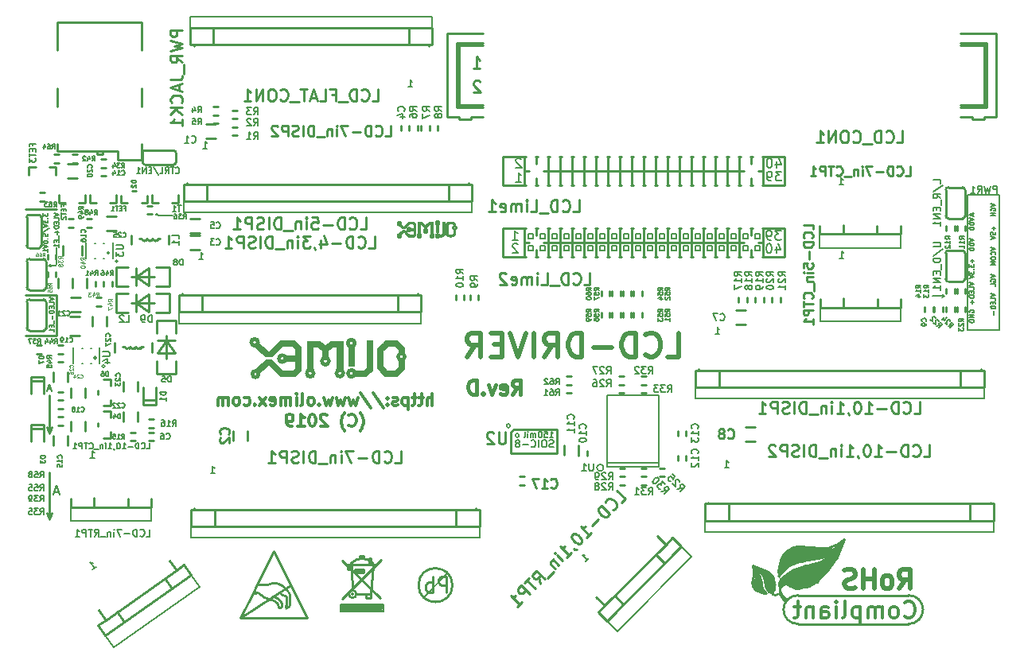
<source format=gbr>
G04 #@! TF.GenerationSoftware,KiCad,Pcbnew,5.1.0-rc2-unknown-036be7d~80~ubuntu16.04.1*
G04 #@! TF.CreationDate,2019-07-29T14:55:38+03:00*
G04 #@! TF.ProjectId,LCD-DRIVER_Rev_C,4c43442d-4452-4495-9645-525f5265765f,D*
G04 #@! TF.SameCoordinates,Original*
G04 #@! TF.FileFunction,Legend,Bot*
G04 #@! TF.FilePolarity,Positive*
%FSLAX46Y46*%
G04 Gerber Fmt 4.6, Leading zero omitted, Abs format (unit mm)*
G04 Created by KiCad (PCBNEW 5.1.0-rc2-unknown-036be7d~80~ubuntu16.04.1) date 2019-07-29 14:55:38*
%MOMM*%
%LPD*%
G04 APERTURE LIST*
%ADD10C,0.150000*%
%ADD11C,0.127000*%
%ADD12C,0.317500*%
%ADD13C,0.381000*%
%ADD14C,0.508000*%
%ADD15C,0.254000*%
%ADD16C,0.190500*%
%ADD17C,0.203200*%
%ADD18C,0.009000*%
%ADD19C,0.200000*%
%ADD20C,0.400000*%
%ADD21C,0.700000*%
%ADD22C,0.500000*%
%ADD23C,0.100000*%
%ADD24C,0.158750*%
%ADD25C,0.095250*%
%ADD26C,0.114300*%
%ADD27C,0.350000*%
G04 APERTURE END LIST*
D10*
X72517000Y-86931500D02*
X72771000Y-86868000D01*
X72517000Y-86931500D02*
X72771000Y-86995000D01*
X73406000Y-86804500D02*
X73406000Y-85026500D01*
X73279000Y-86931500D02*
X73406000Y-86804500D01*
X72517000Y-86931500D02*
X73279000Y-86931500D01*
D11*
X84010500Y-81407000D02*
X84137500Y-81407000D01*
X84010500Y-81407000D02*
X84010500Y-81534000D01*
X170561000Y-91941952D02*
X170536809Y-91893571D01*
X170536809Y-91821000D01*
X170561000Y-91748428D01*
X170609380Y-91700047D01*
X170657761Y-91675857D01*
X170754523Y-91651666D01*
X170827095Y-91651666D01*
X170923857Y-91675857D01*
X170972238Y-91700047D01*
X171020619Y-91748428D01*
X171044809Y-91821000D01*
X171044809Y-91869380D01*
X171020619Y-91941952D01*
X170996428Y-91966142D01*
X170827095Y-91966142D01*
X170827095Y-91869380D01*
X171044809Y-92183857D02*
X170536809Y-92183857D01*
X171044809Y-92474142D01*
X170536809Y-92474142D01*
X171044809Y-92716047D02*
X170536809Y-92716047D01*
X170536809Y-92837000D01*
X170561000Y-92909571D01*
X170609380Y-92957952D01*
X170657761Y-92982142D01*
X170754523Y-93006333D01*
X170827095Y-93006333D01*
X170923857Y-92982142D01*
X170972238Y-92957952D01*
X171020619Y-92909571D01*
X171044809Y-92837000D01*
X171044809Y-92716047D01*
X172822809Y-89885761D02*
X173330809Y-90055095D01*
X172822809Y-90224428D01*
X173330809Y-90635666D02*
X173330809Y-90393761D01*
X172822809Y-90393761D01*
X173064714Y-90805000D02*
X173064714Y-90974333D01*
X173330809Y-91046904D02*
X173330809Y-90805000D01*
X172822809Y-90805000D01*
X172822809Y-91046904D01*
X173330809Y-91264619D02*
X172822809Y-91264619D01*
X172822809Y-91385571D01*
X172847000Y-91458142D01*
X172895380Y-91506523D01*
X172943761Y-91530714D01*
X173040523Y-91554904D01*
X173113095Y-91554904D01*
X173209857Y-91530714D01*
X173258238Y-91506523D01*
X173306619Y-91458142D01*
X173330809Y-91385571D01*
X173330809Y-91264619D01*
X173137285Y-91772619D02*
X173137285Y-92159666D01*
X170536809Y-88742761D02*
X171044809Y-88912095D01*
X170536809Y-89081428D01*
X171044809Y-89492666D02*
X171044809Y-89250761D01*
X170536809Y-89250761D01*
X170778714Y-89662000D02*
X170778714Y-89831333D01*
X171044809Y-89903904D02*
X171044809Y-89662000D01*
X170536809Y-89662000D01*
X170536809Y-89903904D01*
X171044809Y-90121619D02*
X170536809Y-90121619D01*
X170536809Y-90242571D01*
X170561000Y-90315142D01*
X170609380Y-90363523D01*
X170657761Y-90387714D01*
X170754523Y-90411904D01*
X170827095Y-90411904D01*
X170923857Y-90387714D01*
X170972238Y-90363523D01*
X171020619Y-90315142D01*
X171044809Y-90242571D01*
X171044809Y-90121619D01*
X170851285Y-90629619D02*
X170851285Y-91016666D01*
X171044809Y-90823142D02*
X170657761Y-90823142D01*
X172822809Y-87890047D02*
X173330809Y-88059380D01*
X172822809Y-88228714D01*
X172847000Y-88664142D02*
X172822809Y-88615761D01*
X172822809Y-88543190D01*
X172847000Y-88470619D01*
X172895380Y-88422238D01*
X172943761Y-88398047D01*
X173040523Y-88373857D01*
X173113095Y-88373857D01*
X173209857Y-88398047D01*
X173258238Y-88422238D01*
X173306619Y-88470619D01*
X173330809Y-88543190D01*
X173330809Y-88591571D01*
X173306619Y-88664142D01*
X173282428Y-88688333D01*
X173113095Y-88688333D01*
X173113095Y-88591571D01*
X173330809Y-89147952D02*
X173330809Y-88906047D01*
X172822809Y-88906047D01*
X170851285Y-86233000D02*
X170851285Y-86620047D01*
X171044809Y-86426523D02*
X170657761Y-86426523D01*
X170536809Y-86813571D02*
X170536809Y-87128047D01*
X170730333Y-86958714D01*
X170730333Y-87031285D01*
X170754523Y-87079666D01*
X170778714Y-87103857D01*
X170827095Y-87128047D01*
X170948047Y-87128047D01*
X170996428Y-87103857D01*
X171020619Y-87079666D01*
X171044809Y-87031285D01*
X171044809Y-86886142D01*
X171020619Y-86837761D01*
X170996428Y-86813571D01*
X170996428Y-87345761D02*
X171020619Y-87369952D01*
X171044809Y-87345761D01*
X171020619Y-87321571D01*
X170996428Y-87345761D01*
X171044809Y-87345761D01*
X170536809Y-87539285D02*
X170536809Y-87853761D01*
X170730333Y-87684428D01*
X170730333Y-87757000D01*
X170754523Y-87805380D01*
X170778714Y-87829571D01*
X170827095Y-87853761D01*
X170948047Y-87853761D01*
X170996428Y-87829571D01*
X171020619Y-87805380D01*
X171044809Y-87757000D01*
X171044809Y-87611857D01*
X171020619Y-87563476D01*
X170996428Y-87539285D01*
X170536809Y-87998904D02*
X171044809Y-88168238D01*
X170536809Y-88337571D01*
X172822809Y-84999285D02*
X173330809Y-85168619D01*
X172822809Y-85337952D01*
X173282428Y-85797571D02*
X173306619Y-85773380D01*
X173330809Y-85700809D01*
X173330809Y-85652428D01*
X173306619Y-85579857D01*
X173258238Y-85531476D01*
X173209857Y-85507285D01*
X173113095Y-85483095D01*
X173040523Y-85483095D01*
X172943761Y-85507285D01*
X172895380Y-85531476D01*
X172847000Y-85579857D01*
X172822809Y-85652428D01*
X172822809Y-85700809D01*
X172847000Y-85773380D01*
X172871190Y-85797571D01*
X172822809Y-86112047D02*
X172822809Y-86208809D01*
X172847000Y-86257190D01*
X172895380Y-86305571D01*
X172992142Y-86329761D01*
X173161476Y-86329761D01*
X173258238Y-86305571D01*
X173306619Y-86257190D01*
X173330809Y-86208809D01*
X173330809Y-86112047D01*
X173306619Y-86063666D01*
X173258238Y-86015285D01*
X173161476Y-85991095D01*
X172992142Y-85991095D01*
X172895380Y-86015285D01*
X172847000Y-86063666D01*
X172822809Y-86112047D01*
X173330809Y-86547476D02*
X172822809Y-86547476D01*
X173185666Y-86716809D01*
X172822809Y-86886142D01*
X173330809Y-86886142D01*
X170536809Y-84031666D02*
X171044809Y-84201000D01*
X170536809Y-84370333D01*
X171044809Y-84539666D02*
X170536809Y-84539666D01*
X170536809Y-84660619D01*
X170561000Y-84733190D01*
X170609380Y-84781571D01*
X170657761Y-84805761D01*
X170754523Y-84829952D01*
X170827095Y-84829952D01*
X170923857Y-84805761D01*
X170972238Y-84781571D01*
X171020619Y-84733190D01*
X171044809Y-84660619D01*
X171044809Y-84539666D01*
X171044809Y-85047666D02*
X170536809Y-85047666D01*
X170536809Y-85168619D01*
X170561000Y-85241190D01*
X170609380Y-85289571D01*
X170657761Y-85313761D01*
X170754523Y-85337952D01*
X170827095Y-85337952D01*
X170923857Y-85313761D01*
X170972238Y-85289571D01*
X171020619Y-85241190D01*
X171044809Y-85168619D01*
X171044809Y-85047666D01*
X173137285Y-82785857D02*
X173137285Y-83172904D01*
X173330809Y-82979380D02*
X172943761Y-82979380D01*
X172822809Y-83656714D02*
X172822809Y-83414809D01*
X173064714Y-83390619D01*
X173040523Y-83414809D01*
X173016333Y-83463190D01*
X173016333Y-83584142D01*
X173040523Y-83632523D01*
X173064714Y-83656714D01*
X173113095Y-83680904D01*
X173234047Y-83680904D01*
X173282428Y-83656714D01*
X173306619Y-83632523D01*
X173330809Y-83584142D01*
X173330809Y-83463190D01*
X173306619Y-83414809D01*
X173282428Y-83390619D01*
X172822809Y-83826047D02*
X173330809Y-83995380D01*
X172822809Y-84164714D01*
X170899666Y-81449333D02*
X170899666Y-81691238D01*
X171044809Y-81400952D02*
X170536809Y-81570285D01*
X171044809Y-81739619D01*
X170536809Y-81836380D02*
X171044809Y-82005714D01*
X170536809Y-82175047D01*
X171044809Y-82344380D02*
X170536809Y-82344380D01*
X170536809Y-82465333D01*
X170561000Y-82537904D01*
X170609380Y-82586285D01*
X170657761Y-82610476D01*
X170754523Y-82634666D01*
X170827095Y-82634666D01*
X170923857Y-82610476D01*
X170972238Y-82586285D01*
X171020619Y-82537904D01*
X171044809Y-82465333D01*
X171044809Y-82344380D01*
X171044809Y-82852380D02*
X170536809Y-82852380D01*
X170536809Y-82973333D01*
X170561000Y-83045904D01*
X170609380Y-83094285D01*
X170657761Y-83118476D01*
X170754523Y-83142666D01*
X170827095Y-83142666D01*
X170923857Y-83118476D01*
X170972238Y-83094285D01*
X171020619Y-83045904D01*
X171044809Y-82973333D01*
X171044809Y-82852380D01*
X172822809Y-80336571D02*
X173330809Y-80505904D01*
X172822809Y-80675238D01*
X172847000Y-81110666D02*
X172822809Y-81062285D01*
X172822809Y-80989714D01*
X172847000Y-80917142D01*
X172895380Y-80868761D01*
X172943761Y-80844571D01*
X173040523Y-80820380D01*
X173113095Y-80820380D01*
X173209857Y-80844571D01*
X173258238Y-80868761D01*
X173306619Y-80917142D01*
X173330809Y-80989714D01*
X173330809Y-81038095D01*
X173306619Y-81110666D01*
X173282428Y-81134857D01*
X173113095Y-81134857D01*
X173113095Y-81038095D01*
X173330809Y-81352571D02*
X172822809Y-81352571D01*
X173064714Y-81352571D02*
X173064714Y-81642857D01*
X173330809Y-81642857D02*
X172822809Y-81642857D01*
D12*
X113380761Y-101825273D02*
X113380761Y-100555273D01*
X112836476Y-101825273D02*
X112836476Y-101160035D01*
X112896952Y-101039083D01*
X113017904Y-100978607D01*
X113199333Y-100978607D01*
X113320285Y-101039083D01*
X113380761Y-101099559D01*
X112413142Y-100978607D02*
X111929333Y-100978607D01*
X112231714Y-100555273D02*
X112231714Y-101643845D01*
X112171238Y-101764797D01*
X112050285Y-101825273D01*
X111929333Y-101825273D01*
X111687428Y-100978607D02*
X111203619Y-100978607D01*
X111506000Y-100555273D02*
X111506000Y-101643845D01*
X111445523Y-101764797D01*
X111324571Y-101825273D01*
X111203619Y-101825273D01*
X110780285Y-100978607D02*
X110780285Y-102248607D01*
X110780285Y-101039083D02*
X110659333Y-100978607D01*
X110417428Y-100978607D01*
X110296476Y-101039083D01*
X110236000Y-101099559D01*
X110175523Y-101220511D01*
X110175523Y-101583369D01*
X110236000Y-101704321D01*
X110296476Y-101764797D01*
X110417428Y-101825273D01*
X110659333Y-101825273D01*
X110780285Y-101764797D01*
X109691714Y-101764797D02*
X109570761Y-101825273D01*
X109328857Y-101825273D01*
X109207904Y-101764797D01*
X109147428Y-101643845D01*
X109147428Y-101583369D01*
X109207904Y-101462416D01*
X109328857Y-101401940D01*
X109510285Y-101401940D01*
X109631238Y-101341464D01*
X109691714Y-101220511D01*
X109691714Y-101160035D01*
X109631238Y-101039083D01*
X109510285Y-100978607D01*
X109328857Y-100978607D01*
X109207904Y-101039083D01*
X108603142Y-101704321D02*
X108542666Y-101764797D01*
X108603142Y-101825273D01*
X108663619Y-101764797D01*
X108603142Y-101704321D01*
X108603142Y-101825273D01*
X108603142Y-101039083D02*
X108542666Y-101099559D01*
X108603142Y-101160035D01*
X108663619Y-101099559D01*
X108603142Y-101039083D01*
X108603142Y-101160035D01*
X107091238Y-100494797D02*
X108179809Y-102127654D01*
X105760761Y-100494797D02*
X106849333Y-102127654D01*
X105458380Y-100978607D02*
X105216476Y-101825273D01*
X104974571Y-101220511D01*
X104732666Y-101825273D01*
X104490761Y-100978607D01*
X104127904Y-100978607D02*
X103886000Y-101825273D01*
X103644095Y-101220511D01*
X103402190Y-101825273D01*
X103160285Y-100978607D01*
X102797428Y-100978607D02*
X102555523Y-101825273D01*
X102313619Y-101220511D01*
X102071714Y-101825273D01*
X101829809Y-100978607D01*
X101346000Y-101704321D02*
X101285523Y-101764797D01*
X101346000Y-101825273D01*
X101406476Y-101764797D01*
X101346000Y-101704321D01*
X101346000Y-101825273D01*
X100559809Y-101825273D02*
X100680761Y-101764797D01*
X100741238Y-101704321D01*
X100801714Y-101583369D01*
X100801714Y-101220511D01*
X100741238Y-101099559D01*
X100680761Y-101039083D01*
X100559809Y-100978607D01*
X100378380Y-100978607D01*
X100257428Y-101039083D01*
X100196952Y-101099559D01*
X100136476Y-101220511D01*
X100136476Y-101583369D01*
X100196952Y-101704321D01*
X100257428Y-101764797D01*
X100378380Y-101825273D01*
X100559809Y-101825273D01*
X99410761Y-101825273D02*
X99531714Y-101764797D01*
X99592190Y-101643845D01*
X99592190Y-100555273D01*
X98926952Y-101825273D02*
X98926952Y-100978607D01*
X98926952Y-100555273D02*
X98987428Y-100615750D01*
X98926952Y-100676226D01*
X98866476Y-100615750D01*
X98926952Y-100555273D01*
X98926952Y-100676226D01*
X98322190Y-101825273D02*
X98322190Y-100978607D01*
X98322190Y-101099559D02*
X98261714Y-101039083D01*
X98140761Y-100978607D01*
X97959333Y-100978607D01*
X97838380Y-101039083D01*
X97777904Y-101160035D01*
X97777904Y-101825273D01*
X97777904Y-101160035D02*
X97717428Y-101039083D01*
X97596476Y-100978607D01*
X97415047Y-100978607D01*
X97294095Y-101039083D01*
X97233619Y-101160035D01*
X97233619Y-101825273D01*
X96145047Y-101764797D02*
X96266000Y-101825273D01*
X96507904Y-101825273D01*
X96628857Y-101764797D01*
X96689333Y-101643845D01*
X96689333Y-101160035D01*
X96628857Y-101039083D01*
X96507904Y-100978607D01*
X96266000Y-100978607D01*
X96145047Y-101039083D01*
X96084571Y-101160035D01*
X96084571Y-101280988D01*
X96689333Y-101401940D01*
X95661238Y-101825273D02*
X94996000Y-100978607D01*
X95661238Y-100978607D02*
X94996000Y-101825273D01*
X94512190Y-101704321D02*
X94451714Y-101764797D01*
X94512190Y-101825273D01*
X94572666Y-101764797D01*
X94512190Y-101704321D01*
X94512190Y-101825273D01*
X93363142Y-101764797D02*
X93484095Y-101825273D01*
X93726000Y-101825273D01*
X93846952Y-101764797D01*
X93907428Y-101704321D01*
X93967904Y-101583369D01*
X93967904Y-101220511D01*
X93907428Y-101099559D01*
X93846952Y-101039083D01*
X93726000Y-100978607D01*
X93484095Y-100978607D01*
X93363142Y-101039083D01*
X92637428Y-101825273D02*
X92758380Y-101764797D01*
X92818857Y-101704321D01*
X92879333Y-101583369D01*
X92879333Y-101220511D01*
X92818857Y-101099559D01*
X92758380Y-101039083D01*
X92637428Y-100978607D01*
X92456000Y-100978607D01*
X92335047Y-101039083D01*
X92274571Y-101099559D01*
X92214095Y-101220511D01*
X92214095Y-101583369D01*
X92274571Y-101704321D01*
X92335047Y-101764797D01*
X92456000Y-101825273D01*
X92637428Y-101825273D01*
X91669809Y-101825273D02*
X91669809Y-100978607D01*
X91669809Y-101099559D02*
X91609333Y-101039083D01*
X91488380Y-100978607D01*
X91306952Y-100978607D01*
X91186000Y-101039083D01*
X91125523Y-101160035D01*
X91125523Y-101825273D01*
X91125523Y-101160035D02*
X91065047Y-101039083D01*
X90944095Y-100978607D01*
X90762666Y-100978607D01*
X90641714Y-101039083D01*
X90581238Y-101160035D01*
X90581238Y-101825273D01*
X105700285Y-104531583D02*
X105760761Y-104471107D01*
X105881714Y-104289678D01*
X105942190Y-104168726D01*
X106002666Y-103987297D01*
X106063142Y-103684916D01*
X106063142Y-103443011D01*
X106002666Y-103140630D01*
X105942190Y-102959202D01*
X105881714Y-102838250D01*
X105760761Y-102656821D01*
X105700285Y-102596345D01*
X104490761Y-103926821D02*
X104551238Y-103987297D01*
X104732666Y-104047773D01*
X104853619Y-104047773D01*
X105035047Y-103987297D01*
X105156000Y-103866345D01*
X105216476Y-103745392D01*
X105276952Y-103503488D01*
X105276952Y-103322059D01*
X105216476Y-103080154D01*
X105156000Y-102959202D01*
X105035047Y-102838250D01*
X104853619Y-102777773D01*
X104732666Y-102777773D01*
X104551238Y-102838250D01*
X104490761Y-102898726D01*
X104067428Y-104531583D02*
X104006952Y-104471107D01*
X103886000Y-104289678D01*
X103825523Y-104168726D01*
X103765047Y-103987297D01*
X103704571Y-103684916D01*
X103704571Y-103443011D01*
X103765047Y-103140630D01*
X103825523Y-102959202D01*
X103886000Y-102838250D01*
X104006952Y-102656821D01*
X104067428Y-102596345D01*
X102192666Y-102898726D02*
X102132190Y-102838250D01*
X102011238Y-102777773D01*
X101708857Y-102777773D01*
X101587904Y-102838250D01*
X101527428Y-102898726D01*
X101466952Y-103019678D01*
X101466952Y-103140630D01*
X101527428Y-103322059D01*
X102253142Y-104047773D01*
X101466952Y-104047773D01*
X100680761Y-102777773D02*
X100559809Y-102777773D01*
X100438857Y-102838250D01*
X100378380Y-102898726D01*
X100317904Y-103019678D01*
X100257428Y-103261583D01*
X100257428Y-103563964D01*
X100317904Y-103805869D01*
X100378380Y-103926821D01*
X100438857Y-103987297D01*
X100559809Y-104047773D01*
X100680761Y-104047773D01*
X100801714Y-103987297D01*
X100862190Y-103926821D01*
X100922666Y-103805869D01*
X100983142Y-103563964D01*
X100983142Y-103261583D01*
X100922666Y-103019678D01*
X100862190Y-102898726D01*
X100801714Y-102838250D01*
X100680761Y-102777773D01*
X99047904Y-104047773D02*
X99773619Y-104047773D01*
X99410761Y-104047773D02*
X99410761Y-102777773D01*
X99531714Y-102959202D01*
X99652666Y-103080154D01*
X99773619Y-103140630D01*
X98443142Y-104047773D02*
X98201238Y-104047773D01*
X98080285Y-103987297D01*
X98019809Y-103926821D01*
X97898857Y-103745392D01*
X97838380Y-103503488D01*
X97838380Y-103019678D01*
X97898857Y-102898726D01*
X97959333Y-102838250D01*
X98080285Y-102777773D01*
X98322190Y-102777773D01*
X98443142Y-102838250D01*
X98503619Y-102898726D01*
X98564095Y-103019678D01*
X98564095Y-103322059D01*
X98503619Y-103443011D01*
X98443142Y-103503488D01*
X98322190Y-103563964D01*
X98080285Y-103563964D01*
X97959333Y-103503488D01*
X97898857Y-103443011D01*
X97838380Y-103322059D01*
D13*
X121901857Y-100638428D02*
X122409857Y-99912714D01*
X122772714Y-100638428D02*
X122772714Y-99114428D01*
X122192142Y-99114428D01*
X122047000Y-99187000D01*
X121974428Y-99259571D01*
X121901857Y-99404714D01*
X121901857Y-99622428D01*
X121974428Y-99767571D01*
X122047000Y-99840142D01*
X122192142Y-99912714D01*
X122772714Y-99912714D01*
X120668142Y-100565857D02*
X120813285Y-100638428D01*
X121103571Y-100638428D01*
X121248714Y-100565857D01*
X121321285Y-100420714D01*
X121321285Y-99840142D01*
X121248714Y-99695000D01*
X121103571Y-99622428D01*
X120813285Y-99622428D01*
X120668142Y-99695000D01*
X120595571Y-99840142D01*
X120595571Y-99985285D01*
X121321285Y-100130428D01*
X120087571Y-99622428D02*
X119724714Y-100638428D01*
X119361857Y-99622428D01*
X118781285Y-100493285D02*
X118708714Y-100565857D01*
X118781285Y-100638428D01*
X118853857Y-100565857D01*
X118781285Y-100493285D01*
X118781285Y-100638428D01*
X118055571Y-100638428D02*
X118055571Y-99114428D01*
X117692714Y-99114428D01*
X117475000Y-99187000D01*
X117329857Y-99332142D01*
X117257285Y-99477285D01*
X117184714Y-99767571D01*
X117184714Y-99985285D01*
X117257285Y-100275571D01*
X117329857Y-100420714D01*
X117475000Y-100565857D01*
X117692714Y-100638428D01*
X118055571Y-100638428D01*
D14*
X138375571Y-96653047D02*
X139585095Y-96653047D01*
X139585095Y-94113047D01*
X136077476Y-96411142D02*
X136198428Y-96532095D01*
X136561285Y-96653047D01*
X136803190Y-96653047D01*
X137166047Y-96532095D01*
X137407952Y-96290190D01*
X137528904Y-96048285D01*
X137649857Y-95564476D01*
X137649857Y-95201619D01*
X137528904Y-94717809D01*
X137407952Y-94475904D01*
X137166047Y-94234000D01*
X136803190Y-94113047D01*
X136561285Y-94113047D01*
X136198428Y-94234000D01*
X136077476Y-94354952D01*
X134988904Y-96653047D02*
X134988904Y-94113047D01*
X134384142Y-94113047D01*
X134021285Y-94234000D01*
X133779380Y-94475904D01*
X133658428Y-94717809D01*
X133537476Y-95201619D01*
X133537476Y-95564476D01*
X133658428Y-96048285D01*
X133779380Y-96290190D01*
X134021285Y-96532095D01*
X134384142Y-96653047D01*
X134988904Y-96653047D01*
X132448904Y-95685428D02*
X130513666Y-95685428D01*
X129304142Y-96653047D02*
X129304142Y-94113047D01*
X128699380Y-94113047D01*
X128336523Y-94234000D01*
X128094619Y-94475904D01*
X127973666Y-94717809D01*
X127852714Y-95201619D01*
X127852714Y-95564476D01*
X127973666Y-96048285D01*
X128094619Y-96290190D01*
X128336523Y-96532095D01*
X128699380Y-96653047D01*
X129304142Y-96653047D01*
X125312714Y-96653047D02*
X126159380Y-95443523D01*
X126764142Y-96653047D02*
X126764142Y-94113047D01*
X125796523Y-94113047D01*
X125554619Y-94234000D01*
X125433666Y-94354952D01*
X125312714Y-94596857D01*
X125312714Y-94959714D01*
X125433666Y-95201619D01*
X125554619Y-95322571D01*
X125796523Y-95443523D01*
X126764142Y-95443523D01*
X124224142Y-96653047D02*
X124224142Y-94113047D01*
X123377476Y-94113047D02*
X122530809Y-96653047D01*
X121684142Y-94113047D01*
X120837476Y-95322571D02*
X119990809Y-95322571D01*
X119627952Y-96653047D02*
X120837476Y-96653047D01*
X120837476Y-94113047D01*
X119627952Y-94113047D01*
X117087952Y-96653047D02*
X117934619Y-95443523D01*
X118539380Y-96653047D02*
X118539380Y-94113047D01*
X117571761Y-94113047D01*
X117329857Y-94234000D01*
X117208904Y-94354952D01*
X117087952Y-94596857D01*
X117087952Y-94959714D01*
X117208904Y-95201619D01*
X117329857Y-95322571D01*
X117571761Y-95443523D01*
X118539380Y-95443523D01*
D11*
X167894000Y-90170000D02*
X167640000Y-90297000D01*
X167894000Y-90170000D02*
X167640000Y-90043000D01*
X166624000Y-90170000D02*
X167894000Y-90170000D01*
X84201000Y-81597500D02*
X85725000Y-81597500D01*
X84010500Y-81407000D02*
X84201000Y-81597500D01*
D15*
X72644000Y-104775000D02*
X72390000Y-104140000D01*
X72644000Y-100711000D02*
X72644000Y-104775000D01*
X72644000Y-104775000D02*
X72898000Y-104140000D01*
D16*
X72825428Y-100076000D02*
X72462571Y-100076000D01*
X72898000Y-100293714D02*
X72644000Y-99531714D01*
X72390000Y-100293714D01*
X73647904Y-111040333D02*
X73164095Y-111040333D01*
X73744666Y-111330619D02*
X73406000Y-110314619D01*
X73067333Y-111330619D01*
D15*
X72644000Y-113919000D02*
X72898000Y-113284000D01*
X72644000Y-113919000D02*
X72390000Y-113284000D01*
X72644000Y-108966000D02*
X72644000Y-113919000D01*
X73406000Y-94361000D02*
X70104000Y-94361000D01*
X73406000Y-90043000D02*
X70104000Y-90043000D01*
X73406000Y-80899000D02*
X73025000Y-80899000D01*
X73406000Y-90042534D02*
X73406000Y-94361000D01*
X73025000Y-80899000D02*
X70104000Y-80899000D01*
X82042000Y-103505000D02*
X82042000Y-102489000D01*
X80518000Y-103505000D02*
X80518000Y-102489000D01*
X134620000Y-84455000D02*
X134620000Y-85979000D01*
X134620000Y-82931000D02*
X134620000Y-84455000D01*
X133350000Y-84455000D02*
X133350000Y-85979000D01*
X132080000Y-84455000D02*
X132080000Y-85979000D01*
X130810000Y-84455000D02*
X130810000Y-85979000D01*
X129540000Y-84455000D02*
X129540000Y-85979000D01*
X128270000Y-84455000D02*
X128270000Y-85979000D01*
X127000000Y-84455000D02*
X127000000Y-85979000D01*
X125730000Y-84455000D02*
X125730000Y-85979000D01*
X124460000Y-85217000D02*
X124460000Y-85979000D01*
X133350000Y-82931000D02*
X133350000Y-84455000D01*
X132080000Y-82931000D02*
X132080000Y-84455000D01*
X130810000Y-82931000D02*
X130810000Y-84455000D01*
X129540000Y-82931000D02*
X129540000Y-84455000D01*
X128270000Y-82931000D02*
X128270000Y-84455000D01*
X127000000Y-82931000D02*
X127000000Y-84455000D01*
X125730000Y-82931000D02*
X125730000Y-84455000D01*
X124460000Y-82931000D02*
X124460000Y-83693000D01*
X124460000Y-85979000D02*
X124587000Y-85979000D01*
X124333000Y-85979000D02*
X124460000Y-85979000D01*
X125730000Y-85979000D02*
X125857000Y-85979000D01*
X125603000Y-85979000D02*
X125730000Y-85979000D01*
X127000000Y-85979000D02*
X127127000Y-85979000D01*
X126873000Y-85979000D02*
X127000000Y-85979000D01*
X128270000Y-85979000D02*
X128397000Y-85979000D01*
X128143000Y-85979000D02*
X128270000Y-85979000D01*
X129540000Y-85979000D02*
X129667000Y-85979000D01*
X129413000Y-85979000D02*
X129540000Y-85979000D01*
X130810000Y-85979000D02*
X130937000Y-85979000D01*
X130683000Y-85979000D02*
X130810000Y-85979000D01*
X132080000Y-85979000D02*
X132207000Y-85979000D01*
X131953000Y-85979000D02*
X132080000Y-85979000D01*
X133350000Y-85979000D02*
X133477000Y-85979000D01*
X133223000Y-85979000D02*
X133350000Y-85979000D01*
X134493000Y-85979000D02*
X134747000Y-85979000D01*
X134620000Y-82931000D02*
X134747000Y-82931000D01*
X134493000Y-82931000D02*
X134620000Y-82931000D01*
X133350000Y-82931000D02*
X133477000Y-82931000D01*
X133223000Y-82931000D02*
X133350000Y-82931000D01*
X132080000Y-82931000D02*
X132207000Y-82931000D01*
X131953000Y-82931000D02*
X132080000Y-82931000D01*
X130810000Y-82931000D02*
X130937000Y-82931000D01*
X130683000Y-82931000D02*
X130810000Y-82931000D01*
X129540000Y-82931000D02*
X129667000Y-82931000D01*
X129413000Y-82931000D02*
X129540000Y-82931000D01*
X128270000Y-82931000D02*
X128397000Y-82931000D01*
X128143000Y-82931000D02*
X128270000Y-82931000D01*
X127000000Y-82931000D02*
X127127000Y-82931000D01*
X126873000Y-82931000D02*
X127000000Y-82931000D01*
X125730000Y-82931000D02*
X125857000Y-82931000D01*
X125603000Y-82931000D02*
X125730000Y-82931000D01*
X124460000Y-82931000D02*
X124587000Y-82931000D01*
X124333000Y-82931000D02*
X124460000Y-82931000D01*
X134620000Y-84455000D02*
X135890000Y-84455000D01*
X133350000Y-84455000D02*
X134620000Y-84455000D01*
X132080000Y-84455000D02*
X133350000Y-84455000D01*
X130810000Y-84455000D02*
X132080000Y-84455000D01*
X129540000Y-84455000D02*
X130810000Y-84455000D01*
X128270000Y-84455000D02*
X129540000Y-84455000D01*
X127000000Y-84455000D02*
X128270000Y-84455000D01*
X125730000Y-84455000D02*
X127000000Y-84455000D01*
X125222000Y-84455000D02*
X125730000Y-84455000D01*
X123190000Y-84455000D02*
X123698000Y-84455000D01*
X135890000Y-82931000D02*
X135763000Y-82931000D01*
X135890000Y-84455000D02*
X135890000Y-82931000D01*
X135890000Y-85979000D02*
X135890000Y-84455000D01*
X135763000Y-85979000D02*
X135890000Y-85979000D01*
X123190000Y-82931000D02*
X123317000Y-82931000D01*
X123190000Y-84455000D02*
X123190000Y-82931000D01*
X123190000Y-85979000D02*
X123190000Y-84455000D01*
X123317000Y-85979000D02*
X123190000Y-85979000D01*
D11*
X135001000Y-83566000D02*
X135001000Y-84074000D01*
X135001000Y-84074000D02*
X135509000Y-84074000D01*
X135509000Y-83566000D02*
X135509000Y-84074000D01*
X135001000Y-83566000D02*
X135509000Y-83566000D01*
X133731000Y-83566000D02*
X133731000Y-84074000D01*
X133731000Y-84074000D02*
X134239000Y-84074000D01*
X134239000Y-83566000D02*
X134239000Y-84074000D01*
X133731000Y-83566000D02*
X134239000Y-83566000D01*
X132461000Y-83566000D02*
X132461000Y-84074000D01*
X132461000Y-84074000D02*
X132969000Y-84074000D01*
X132969000Y-83566000D02*
X132969000Y-84074000D01*
X132461000Y-83566000D02*
X132969000Y-83566000D01*
X131191000Y-83566000D02*
X131191000Y-84074000D01*
X131191000Y-84074000D02*
X131699000Y-84074000D01*
X131699000Y-83566000D02*
X131699000Y-84074000D01*
X131191000Y-83566000D02*
X131699000Y-83566000D01*
X129921000Y-83566000D02*
X129921000Y-84074000D01*
X129921000Y-84074000D02*
X130429000Y-84074000D01*
X130429000Y-83566000D02*
X130429000Y-84074000D01*
X129921000Y-83566000D02*
X130429000Y-83566000D01*
X128651000Y-83566000D02*
X128651000Y-84074000D01*
X128651000Y-84074000D02*
X129159000Y-84074000D01*
X129159000Y-83566000D02*
X129159000Y-84074000D01*
X128651000Y-83566000D02*
X129159000Y-83566000D01*
X127381000Y-83566000D02*
X127381000Y-84074000D01*
X127381000Y-84074000D02*
X127889000Y-84074000D01*
X127889000Y-83566000D02*
X127889000Y-84074000D01*
X127381000Y-83566000D02*
X127889000Y-83566000D01*
X126111000Y-83566000D02*
X126111000Y-84074000D01*
X126111000Y-84074000D02*
X126619000Y-84074000D01*
X126619000Y-83566000D02*
X126619000Y-84074000D01*
X126111000Y-83566000D02*
X126619000Y-83566000D01*
X124841000Y-83566000D02*
X124841000Y-84074000D01*
X124841000Y-84074000D02*
X125349000Y-84074000D01*
X125349000Y-83566000D02*
X125349000Y-84074000D01*
X124841000Y-83566000D02*
X125349000Y-83566000D01*
X123571000Y-83566000D02*
X123571000Y-84074000D01*
X123571000Y-84074000D02*
X124079000Y-84074000D01*
X124079000Y-83566000D02*
X124079000Y-84074000D01*
X123571000Y-83566000D02*
X124079000Y-83566000D01*
X135001000Y-84836000D02*
X135001000Y-85344000D01*
X135001000Y-85344000D02*
X135509000Y-85344000D01*
X135509000Y-84836000D02*
X135509000Y-85344000D01*
X135001000Y-84836000D02*
X135509000Y-84836000D01*
X133731000Y-84836000D02*
X133731000Y-85344000D01*
X133731000Y-85344000D02*
X134239000Y-85344000D01*
X134239000Y-84836000D02*
X134239000Y-85344000D01*
X133731000Y-84836000D02*
X134239000Y-84836000D01*
X132461000Y-84836000D02*
X132461000Y-85344000D01*
X132461000Y-85344000D02*
X132969000Y-85344000D01*
X132969000Y-84836000D02*
X132969000Y-85344000D01*
X132461000Y-84836000D02*
X132969000Y-84836000D01*
X131191000Y-84836000D02*
X131191000Y-85344000D01*
X131191000Y-85344000D02*
X131699000Y-85344000D01*
X131699000Y-84836000D02*
X131699000Y-85344000D01*
X131191000Y-84836000D02*
X131699000Y-84836000D01*
X129921000Y-84836000D02*
X129921000Y-85344000D01*
X129921000Y-85344000D02*
X130429000Y-85344000D01*
X130429000Y-84836000D02*
X130429000Y-85344000D01*
X129921000Y-84836000D02*
X130429000Y-84836000D01*
X128651000Y-84836000D02*
X128651000Y-85344000D01*
X128651000Y-85344000D02*
X129159000Y-85344000D01*
X129159000Y-84836000D02*
X129159000Y-85344000D01*
X128651000Y-84836000D02*
X129159000Y-84836000D01*
X127381000Y-84836000D02*
X127381000Y-85344000D01*
X127381000Y-85344000D02*
X127889000Y-85344000D01*
X127889000Y-84836000D02*
X127889000Y-85344000D01*
X127381000Y-84836000D02*
X127889000Y-84836000D01*
X126111000Y-84836000D02*
X126111000Y-85344000D01*
X126111000Y-85344000D02*
X126619000Y-85344000D01*
X126619000Y-84836000D02*
X126619000Y-85344000D01*
X126111000Y-84836000D02*
X126619000Y-84836000D01*
X124841000Y-84836000D02*
X124841000Y-85344000D01*
X124841000Y-85344000D02*
X125349000Y-85344000D01*
X125349000Y-84836000D02*
X125349000Y-85344000D01*
X124841000Y-84836000D02*
X125349000Y-84836000D01*
X123571000Y-84836000D02*
X123571000Y-85344000D01*
X123571000Y-85344000D02*
X124079000Y-85344000D01*
X124079000Y-84836000D02*
X124079000Y-85344000D01*
X123571000Y-84836000D02*
X124079000Y-84836000D01*
X136271000Y-84836000D02*
X136779000Y-84836000D01*
X136779000Y-84836000D02*
X136779000Y-85344000D01*
X136271000Y-85344000D02*
X136779000Y-85344000D01*
X136271000Y-84836000D02*
X136271000Y-85344000D01*
X137541000Y-84836000D02*
X138049000Y-84836000D01*
X138049000Y-84836000D02*
X138049000Y-85344000D01*
X137541000Y-85344000D02*
X138049000Y-85344000D01*
X137541000Y-84836000D02*
X137541000Y-85344000D01*
X138811000Y-84836000D02*
X139319000Y-84836000D01*
X139319000Y-84836000D02*
X139319000Y-85344000D01*
X138811000Y-85344000D02*
X139319000Y-85344000D01*
X138811000Y-84836000D02*
X138811000Y-85344000D01*
X140081000Y-84836000D02*
X140589000Y-84836000D01*
X140589000Y-84836000D02*
X140589000Y-85344000D01*
X140081000Y-85344000D02*
X140589000Y-85344000D01*
X140081000Y-84836000D02*
X140081000Y-85344000D01*
X141351000Y-84836000D02*
X141859000Y-84836000D01*
X141859000Y-84836000D02*
X141859000Y-85344000D01*
X141351000Y-85344000D02*
X141859000Y-85344000D01*
X141351000Y-84836000D02*
X141351000Y-85344000D01*
X142621000Y-84836000D02*
X143129000Y-84836000D01*
X143129000Y-84836000D02*
X143129000Y-85344000D01*
X142621000Y-85344000D02*
X143129000Y-85344000D01*
X142621000Y-84836000D02*
X142621000Y-85344000D01*
X143891000Y-84836000D02*
X144399000Y-84836000D01*
X144399000Y-84836000D02*
X144399000Y-85344000D01*
X143891000Y-85344000D02*
X144399000Y-85344000D01*
X143891000Y-84836000D02*
X143891000Y-85344000D01*
X145161000Y-84836000D02*
X145669000Y-84836000D01*
X145669000Y-84836000D02*
X145669000Y-85344000D01*
X145161000Y-85344000D02*
X145669000Y-85344000D01*
X145161000Y-84836000D02*
X145161000Y-85344000D01*
X146431000Y-84836000D02*
X146939000Y-84836000D01*
X146939000Y-84836000D02*
X146939000Y-85344000D01*
X146431000Y-85344000D02*
X146939000Y-85344000D01*
X146431000Y-84836000D02*
X146431000Y-85344000D01*
X147701000Y-84836000D02*
X148209000Y-84836000D01*
X148209000Y-84836000D02*
X148209000Y-85344000D01*
X147701000Y-85344000D02*
X148209000Y-85344000D01*
X147701000Y-84836000D02*
X147701000Y-85344000D01*
X136271000Y-83566000D02*
X136779000Y-83566000D01*
X136779000Y-83566000D02*
X136779000Y-84074000D01*
X136271000Y-84074000D02*
X136779000Y-84074000D01*
X136271000Y-83566000D02*
X136271000Y-84074000D01*
X137541000Y-83566000D02*
X138049000Y-83566000D01*
X138049000Y-83566000D02*
X138049000Y-84074000D01*
X137541000Y-84074000D02*
X138049000Y-84074000D01*
X137541000Y-83566000D02*
X137541000Y-84074000D01*
X138811000Y-83566000D02*
X139319000Y-83566000D01*
X139319000Y-83566000D02*
X139319000Y-84074000D01*
X138811000Y-84074000D02*
X139319000Y-84074000D01*
X138811000Y-83566000D02*
X138811000Y-84074000D01*
X140081000Y-83566000D02*
X140589000Y-83566000D01*
X140589000Y-83566000D02*
X140589000Y-84074000D01*
X140081000Y-84074000D02*
X140589000Y-84074000D01*
X140081000Y-83566000D02*
X140081000Y-84074000D01*
X141351000Y-83566000D02*
X141859000Y-83566000D01*
X141859000Y-83566000D02*
X141859000Y-84074000D01*
X141351000Y-84074000D02*
X141859000Y-84074000D01*
X141351000Y-83566000D02*
X141351000Y-84074000D01*
X142621000Y-83566000D02*
X143129000Y-83566000D01*
X143129000Y-83566000D02*
X143129000Y-84074000D01*
X142621000Y-84074000D02*
X143129000Y-84074000D01*
X142621000Y-83566000D02*
X142621000Y-84074000D01*
X143891000Y-83566000D02*
X144399000Y-83566000D01*
X144399000Y-83566000D02*
X144399000Y-84074000D01*
X143891000Y-84074000D02*
X144399000Y-84074000D01*
X143891000Y-83566000D02*
X143891000Y-84074000D01*
X145161000Y-83566000D02*
X145669000Y-83566000D01*
X145669000Y-83566000D02*
X145669000Y-84074000D01*
X145161000Y-84074000D02*
X145669000Y-84074000D01*
X145161000Y-83566000D02*
X145161000Y-84074000D01*
X146431000Y-83566000D02*
X146939000Y-83566000D01*
X146939000Y-83566000D02*
X146939000Y-84074000D01*
X146431000Y-84074000D02*
X146939000Y-84074000D01*
X146431000Y-83566000D02*
X146431000Y-84074000D01*
X147701000Y-83566000D02*
X148209000Y-83566000D01*
X148209000Y-83566000D02*
X148209000Y-84074000D01*
X147701000Y-84074000D02*
X148209000Y-84074000D01*
X147701000Y-83566000D02*
X147701000Y-84074000D01*
D15*
X136017000Y-85979000D02*
X135890000Y-85979000D01*
X135890000Y-82931000D02*
X136017000Y-82931000D01*
X148463000Y-85979000D02*
X148590000Y-85979000D01*
X148590000Y-85979000D02*
X148590000Y-84455000D01*
X148590000Y-84455000D02*
X148590000Y-82931000D01*
X148590000Y-82931000D02*
X148463000Y-82931000D01*
X135890000Y-84455000D02*
X137160000Y-84455000D01*
X137160000Y-84455000D02*
X138430000Y-84455000D01*
X138430000Y-84455000D02*
X139700000Y-84455000D01*
X139700000Y-84455000D02*
X140970000Y-84455000D01*
X140970000Y-84455000D02*
X142240000Y-84455000D01*
X142240000Y-84455000D02*
X143510000Y-84455000D01*
X143510000Y-84455000D02*
X144780000Y-84455000D01*
X144780000Y-84455000D02*
X146050000Y-84455000D01*
X146050000Y-84455000D02*
X146558000Y-84455000D01*
X148082000Y-84455000D02*
X148590000Y-84455000D01*
X137033000Y-82931000D02*
X137160000Y-82931000D01*
X137160000Y-82931000D02*
X137287000Y-82931000D01*
X138303000Y-82931000D02*
X138430000Y-82931000D01*
X138430000Y-82931000D02*
X138557000Y-82931000D01*
X139573000Y-82931000D02*
X139700000Y-82931000D01*
X139700000Y-82931000D02*
X139827000Y-82931000D01*
X140843000Y-82931000D02*
X140970000Y-82931000D01*
X140970000Y-82931000D02*
X141097000Y-82931000D01*
X142113000Y-82931000D02*
X142240000Y-82931000D01*
X142240000Y-82931000D02*
X142367000Y-82931000D01*
X143383000Y-82931000D02*
X143510000Y-82931000D01*
X143510000Y-82931000D02*
X143637000Y-82931000D01*
X144653000Y-82931000D02*
X144780000Y-82931000D01*
X144780000Y-82931000D02*
X144907000Y-82931000D01*
X145923000Y-82931000D02*
X146050000Y-82931000D01*
X146050000Y-82931000D02*
X146177000Y-82931000D01*
X147193000Y-82931000D02*
X147320000Y-82931000D01*
X147320000Y-82931000D02*
X147447000Y-82931000D01*
X147193000Y-85979000D02*
X147447000Y-85979000D01*
X145923000Y-85979000D02*
X146050000Y-85979000D01*
X146050000Y-85979000D02*
X146177000Y-85979000D01*
X144653000Y-85979000D02*
X144780000Y-85979000D01*
X144780000Y-85979000D02*
X144907000Y-85979000D01*
X143383000Y-85979000D02*
X143510000Y-85979000D01*
X143510000Y-85979000D02*
X143637000Y-85979000D01*
X142113000Y-85979000D02*
X142240000Y-85979000D01*
X142240000Y-85979000D02*
X142367000Y-85979000D01*
X140843000Y-85979000D02*
X140970000Y-85979000D01*
X140970000Y-85979000D02*
X141097000Y-85979000D01*
X139573000Y-85979000D02*
X139700000Y-85979000D01*
X139700000Y-85979000D02*
X139827000Y-85979000D01*
X138303000Y-85979000D02*
X138430000Y-85979000D01*
X138430000Y-85979000D02*
X138557000Y-85979000D01*
X137033000Y-85979000D02*
X137160000Y-85979000D01*
X137160000Y-85979000D02*
X137287000Y-85979000D01*
X137160000Y-82931000D02*
X137160000Y-84455000D01*
X138430000Y-82931000D02*
X138430000Y-84455000D01*
X139700000Y-82931000D02*
X139700000Y-84455000D01*
X140970000Y-82931000D02*
X140970000Y-84455000D01*
X142240000Y-82931000D02*
X142240000Y-84455000D01*
X143510000Y-82931000D02*
X143510000Y-84455000D01*
X144780000Y-82931000D02*
X144780000Y-84455000D01*
X146050000Y-82931000D02*
X146050000Y-84455000D01*
X137160000Y-84455000D02*
X137160000Y-85979000D01*
X138430000Y-84455000D02*
X138430000Y-85979000D01*
X139700000Y-84455000D02*
X139700000Y-85979000D01*
X140970000Y-84455000D02*
X140970000Y-85979000D01*
X142240000Y-84455000D02*
X142240000Y-85979000D01*
X143510000Y-84455000D02*
X143510000Y-85979000D01*
X144780000Y-84455000D02*
X144780000Y-85979000D01*
X146050000Y-84455000D02*
X146050000Y-85979000D01*
X147320000Y-82931000D02*
X147320000Y-83693000D01*
X147320000Y-85217000D02*
X147320000Y-85979000D01*
X120904000Y-85979000D02*
X120904000Y-82931000D01*
X150876000Y-85979000D02*
X150876000Y-82931000D01*
X123190000Y-85979000D02*
X120904000Y-85979000D01*
X120904000Y-82931000D02*
X123190000Y-82931000D01*
X148590000Y-85979000D02*
X150876000Y-85979000D01*
X150876000Y-82931000D02*
X148590000Y-82931000D01*
X148590000Y-75311000D02*
X150876000Y-75311000D01*
X150876000Y-75311000D02*
X150876000Y-78359000D01*
X150876000Y-78359000D02*
X148590000Y-78359000D01*
X120904000Y-75311000D02*
X123190000Y-75311000D01*
X120904000Y-78359000D02*
X120904000Y-75311000D01*
X123190000Y-78359000D02*
X120904000Y-78359000D01*
X134620000Y-76835000D02*
X134620000Y-78359000D01*
X134620000Y-75311000D02*
X134620000Y-76835000D01*
X133350000Y-76835000D02*
X133350000Y-78359000D01*
X132080000Y-76835000D02*
X132080000Y-78359000D01*
X130810000Y-76835000D02*
X130810000Y-78359000D01*
X129540000Y-76835000D02*
X129540000Y-78359000D01*
X128270000Y-76835000D02*
X128270000Y-78359000D01*
X127000000Y-76835000D02*
X127000000Y-78359000D01*
X125730000Y-76835000D02*
X125730000Y-78359000D01*
X124460000Y-77597000D02*
X124460000Y-78359000D01*
X133350000Y-75311000D02*
X133350000Y-76835000D01*
X132080000Y-75311000D02*
X132080000Y-76835000D01*
X130810000Y-75311000D02*
X130810000Y-76835000D01*
X129540000Y-75311000D02*
X129540000Y-76835000D01*
X128270000Y-75311000D02*
X128270000Y-76835000D01*
X127000000Y-75311000D02*
X127000000Y-76835000D01*
X125730000Y-75311000D02*
X125730000Y-76835000D01*
X124460000Y-75311000D02*
X124460000Y-76073000D01*
X124460000Y-78359000D02*
X124587000Y-78359000D01*
X124333000Y-78359000D02*
X124460000Y-78359000D01*
X125730000Y-78359000D02*
X125857000Y-78359000D01*
X125603000Y-78359000D02*
X125730000Y-78359000D01*
X127000000Y-78359000D02*
X127127000Y-78359000D01*
X126873000Y-78359000D02*
X127000000Y-78359000D01*
X128270000Y-78359000D02*
X128397000Y-78359000D01*
X128143000Y-78359000D02*
X128270000Y-78359000D01*
X129540000Y-78359000D02*
X129667000Y-78359000D01*
X129413000Y-78359000D02*
X129540000Y-78359000D01*
X130810000Y-78359000D02*
X130937000Y-78359000D01*
X130683000Y-78359000D02*
X130810000Y-78359000D01*
X132080000Y-78359000D02*
X132207000Y-78359000D01*
X131953000Y-78359000D02*
X132080000Y-78359000D01*
X133350000Y-78359000D02*
X133477000Y-78359000D01*
X133223000Y-78359000D02*
X133350000Y-78359000D01*
X134493000Y-78359000D02*
X134747000Y-78359000D01*
X134620000Y-75311000D02*
X134747000Y-75311000D01*
X134493000Y-75311000D02*
X134620000Y-75311000D01*
X133350000Y-75311000D02*
X133477000Y-75311000D01*
X133223000Y-75311000D02*
X133350000Y-75311000D01*
X132080000Y-75311000D02*
X132207000Y-75311000D01*
X131953000Y-75311000D02*
X132080000Y-75311000D01*
X130810000Y-75311000D02*
X130937000Y-75311000D01*
X130683000Y-75311000D02*
X130810000Y-75311000D01*
X129540000Y-75311000D02*
X129667000Y-75311000D01*
X129413000Y-75311000D02*
X129540000Y-75311000D01*
X128270000Y-75311000D02*
X128397000Y-75311000D01*
X128143000Y-75311000D02*
X128270000Y-75311000D01*
X127000000Y-75311000D02*
X127127000Y-75311000D01*
X126873000Y-75311000D02*
X127000000Y-75311000D01*
X125730000Y-75311000D02*
X125857000Y-75311000D01*
X125603000Y-75311000D02*
X125730000Y-75311000D01*
X124460000Y-75311000D02*
X124587000Y-75311000D01*
X124333000Y-75311000D02*
X124460000Y-75311000D01*
X134620000Y-76835000D02*
X135890000Y-76835000D01*
X133350000Y-76835000D02*
X134620000Y-76835000D01*
X132080000Y-76835000D02*
X133350000Y-76835000D01*
X130810000Y-76835000D02*
X132080000Y-76835000D01*
X129540000Y-76835000D02*
X130810000Y-76835000D01*
X128270000Y-76835000D02*
X129540000Y-76835000D01*
X127000000Y-76835000D02*
X128270000Y-76835000D01*
X125730000Y-76835000D02*
X127000000Y-76835000D01*
X125222000Y-76835000D02*
X125730000Y-76835000D01*
X123190000Y-76835000D02*
X123698000Y-76835000D01*
X135890000Y-75311000D02*
X135763000Y-75311000D01*
X135890000Y-76835000D02*
X135890000Y-75311000D01*
X135890000Y-78359000D02*
X135890000Y-76835000D01*
X135763000Y-78359000D02*
X135890000Y-78359000D01*
X123190000Y-75311000D02*
X123317000Y-75311000D01*
X123190000Y-76835000D02*
X123190000Y-75311000D01*
X123190000Y-78359000D02*
X123190000Y-76835000D01*
X123317000Y-78359000D02*
X123190000Y-78359000D01*
X136017000Y-78359000D02*
X135890000Y-78359000D01*
X135890000Y-75311000D02*
X136017000Y-75311000D01*
X148463000Y-78359000D02*
X148590000Y-78359000D01*
X148590000Y-78359000D02*
X148590000Y-76835000D01*
X148590000Y-76835000D02*
X148590000Y-75311000D01*
X148590000Y-75311000D02*
X148463000Y-75311000D01*
X135890000Y-76835000D02*
X137160000Y-76835000D01*
X137160000Y-76835000D02*
X138430000Y-76835000D01*
X138430000Y-76835000D02*
X139700000Y-76835000D01*
X139700000Y-76835000D02*
X140970000Y-76835000D01*
X140970000Y-76835000D02*
X142240000Y-76835000D01*
X142240000Y-76835000D02*
X143510000Y-76835000D01*
X143510000Y-76835000D02*
X144780000Y-76835000D01*
X144780000Y-76835000D02*
X146050000Y-76835000D01*
X146050000Y-76835000D02*
X146558000Y-76835000D01*
X148082000Y-76835000D02*
X148590000Y-76835000D01*
X137033000Y-75311000D02*
X137160000Y-75311000D01*
X137160000Y-75311000D02*
X137287000Y-75311000D01*
X138303000Y-75311000D02*
X138430000Y-75311000D01*
X138430000Y-75311000D02*
X138557000Y-75311000D01*
X139573000Y-75311000D02*
X139700000Y-75311000D01*
X139700000Y-75311000D02*
X139827000Y-75311000D01*
X140843000Y-75311000D02*
X140970000Y-75311000D01*
X140970000Y-75311000D02*
X141097000Y-75311000D01*
X142113000Y-75311000D02*
X142240000Y-75311000D01*
X142240000Y-75311000D02*
X142367000Y-75311000D01*
X143383000Y-75311000D02*
X143510000Y-75311000D01*
X143510000Y-75311000D02*
X143637000Y-75311000D01*
X144653000Y-75311000D02*
X144780000Y-75311000D01*
X144780000Y-75311000D02*
X144907000Y-75311000D01*
X145923000Y-75311000D02*
X146050000Y-75311000D01*
X146050000Y-75311000D02*
X146177000Y-75311000D01*
X147193000Y-75311000D02*
X147320000Y-75311000D01*
X147320000Y-75311000D02*
X147447000Y-75311000D01*
X147193000Y-78359000D02*
X147447000Y-78359000D01*
X145923000Y-78359000D02*
X146050000Y-78359000D01*
X146050000Y-78359000D02*
X146177000Y-78359000D01*
X144653000Y-78359000D02*
X144780000Y-78359000D01*
X144780000Y-78359000D02*
X144907000Y-78359000D01*
X143383000Y-78359000D02*
X143510000Y-78359000D01*
X143510000Y-78359000D02*
X143637000Y-78359000D01*
X142113000Y-78359000D02*
X142240000Y-78359000D01*
X142240000Y-78359000D02*
X142367000Y-78359000D01*
X140843000Y-78359000D02*
X140970000Y-78359000D01*
X140970000Y-78359000D02*
X141097000Y-78359000D01*
X139573000Y-78359000D02*
X139700000Y-78359000D01*
X139700000Y-78359000D02*
X139827000Y-78359000D01*
X138303000Y-78359000D02*
X138430000Y-78359000D01*
X138430000Y-78359000D02*
X138557000Y-78359000D01*
X137033000Y-78359000D02*
X137160000Y-78359000D01*
X137160000Y-78359000D02*
X137287000Y-78359000D01*
X137160000Y-75311000D02*
X137160000Y-76835000D01*
X138430000Y-75311000D02*
X138430000Y-76835000D01*
X139700000Y-75311000D02*
X139700000Y-76835000D01*
X140970000Y-75311000D02*
X140970000Y-76835000D01*
X142240000Y-75311000D02*
X142240000Y-76835000D01*
X143510000Y-75311000D02*
X143510000Y-76835000D01*
X144780000Y-75311000D02*
X144780000Y-76835000D01*
X146050000Y-75311000D02*
X146050000Y-76835000D01*
X137160000Y-76835000D02*
X137160000Y-78359000D01*
X138430000Y-76835000D02*
X138430000Y-78359000D01*
X139700000Y-76835000D02*
X139700000Y-78359000D01*
X140970000Y-76835000D02*
X140970000Y-78359000D01*
X142240000Y-76835000D02*
X142240000Y-78359000D01*
X143510000Y-76835000D02*
X143510000Y-78359000D01*
X144780000Y-76835000D02*
X144780000Y-78359000D01*
X146050000Y-76835000D02*
X146050000Y-78359000D01*
X147320000Y-75311000D02*
X147320000Y-76073000D01*
X147320000Y-77597000D02*
X147320000Y-78359000D01*
X70231000Y-90805000D02*
X70231000Y-93599000D01*
X70485000Y-90551000D02*
X72009000Y-90551000D01*
X70485000Y-93853000D02*
X72009000Y-93853000D01*
X72263000Y-93599000D02*
X72263000Y-90805000D01*
X72009000Y-90551000D02*
G75*
G02X72263000Y-90805000I0J-254000D01*
G01*
X72263000Y-93599000D02*
G75*
G02X72009000Y-93853000I-254000J0D01*
G01*
X70485000Y-93853000D02*
G75*
G02X70231000Y-93599000I0J254000D01*
G01*
X70231000Y-90805000D02*
G75*
G02X70485000Y-90551000I254000J0D01*
G01*
X118745000Y-63500000D02*
X116205000Y-63500000D01*
X114935000Y-62230000D02*
X118745000Y-62230000D01*
X115951000Y-63246000D02*
X118745000Y-63246000D01*
X115951000Y-70104000D02*
X115951000Y-63246000D01*
X118745000Y-70104000D02*
X115951000Y-70104000D01*
X172339000Y-70104000D02*
X169545000Y-70104000D01*
X172339000Y-63246000D02*
X172339000Y-70104000D01*
X169545000Y-63246000D02*
X172339000Y-63246000D01*
X172085000Y-63500000D02*
X169545000Y-63500000D01*
X117475000Y-71120000D02*
X118745000Y-71120000D01*
X117475000Y-71374000D02*
X117475000Y-71120000D01*
X116205000Y-71374000D02*
X116205000Y-71120000D01*
X117475000Y-71374000D02*
X116205000Y-71374000D01*
X169545000Y-71120000D02*
X170815000Y-71120000D01*
X172085000Y-71120000D02*
X173355000Y-71120000D01*
X170815000Y-71120000D02*
X170815000Y-71374000D01*
X172085000Y-71374000D02*
X170815000Y-71374000D01*
X172085000Y-71120000D02*
X172085000Y-71374000D01*
X114935000Y-71120000D02*
X114935000Y-62230000D01*
X173355000Y-62230000D02*
X173355000Y-71120000D01*
X173355000Y-62230000D02*
X169545000Y-62230000D01*
X114935000Y-71120000D02*
X116205000Y-71120000D01*
X116205000Y-69850000D02*
X116205000Y-63500000D01*
X172085000Y-63500000D02*
X172085000Y-69850000D01*
X169545000Y-69850000D02*
X172085000Y-69850000D01*
X116205000Y-69850000D02*
X118745000Y-69850000D01*
X171845000Y-69975000D02*
X172245000Y-69975000D01*
X116045000Y-69975000D02*
X116445000Y-69975000D01*
X116045000Y-63375000D02*
X116445000Y-63375000D01*
X171845000Y-63375000D02*
X172245000Y-63375000D01*
X79878000Y-75726000D02*
X79878000Y-74726000D01*
X82478000Y-75726000D02*
X79878000Y-75726000D01*
X82478000Y-75726000D02*
X82478000Y-74026000D01*
X73478000Y-74726000D02*
X79878000Y-74726000D01*
X73478000Y-74026000D02*
X73478000Y-74726000D01*
X82478000Y-68026000D02*
X82478000Y-70026000D01*
X73478000Y-68026000D02*
X73478000Y-70026000D01*
X82478000Y-61026000D02*
X82478000Y-64026000D01*
X73478000Y-61026000D02*
X73478000Y-64026000D01*
X73478000Y-61026000D02*
X82478000Y-61026000D01*
X77678000Y-74726000D02*
X77678000Y-75126000D01*
X77678000Y-75126000D02*
X78278000Y-75126000D01*
X78278000Y-75126000D02*
X78278000Y-74726000D01*
D10*
X170331000Y-79444000D02*
X170331000Y-93784000D01*
X170331000Y-93784000D02*
X173731000Y-93784000D01*
X173731000Y-93784000D02*
X173731000Y-79444000D01*
X173731000Y-79444000D02*
X170331000Y-79444000D01*
D15*
X81534000Y-104711500D02*
X81280000Y-104711500D01*
X81534000Y-104711500D02*
X81788000Y-104711500D01*
X81534000Y-105600500D02*
X81788000Y-105600500D01*
X81534000Y-105600500D02*
X81280000Y-105600500D01*
X109700000Y-91900000D02*
X109700000Y-90100000D01*
X88900000Y-91900000D02*
X88900000Y-90100000D01*
D11*
X112150000Y-93100000D02*
X112150000Y-91900000D01*
X86450000Y-93100000D02*
X112150000Y-93100000D01*
X86450000Y-91900000D02*
X86450000Y-93100000D01*
D15*
X86800000Y-90100000D02*
X111800000Y-90100000D01*
X111800000Y-90100000D02*
X111800000Y-89950000D01*
X86800000Y-90100000D02*
X86800000Y-89950000D01*
X86450000Y-90100000D02*
X86800000Y-90100000D01*
X86450000Y-91900000D02*
X86450000Y-90100000D01*
X112150000Y-90100000D02*
X111800000Y-90100000D01*
X112150000Y-91900000D02*
X112150000Y-90100000D01*
X86450000Y-91900000D02*
X112150000Y-91900000D01*
X71755000Y-84836000D02*
G75*
G02X71501000Y-85090000I-254000J0D01*
G01*
X71501000Y-81534000D02*
G75*
G02X71755000Y-81788000I0J-254000D01*
G01*
X70231000Y-81788000D02*
G75*
G02X70485000Y-81534000I254000J0D01*
G01*
X70485000Y-85090000D02*
G75*
G02X70231000Y-84836000I0J254000D01*
G01*
X70231000Y-81788000D02*
X70231000Y-84836000D01*
X71501000Y-81534000D02*
X70485000Y-81534000D01*
X71501000Y-85090000D02*
X70485000Y-85090000D01*
X71755000Y-84836000D02*
X71755000Y-81788000D01*
X90297000Y-71882000D02*
X89281000Y-71882000D01*
X90297000Y-73406000D02*
X89281000Y-73406000D01*
X88646000Y-83693000D02*
X87630000Y-83693000D01*
X88646000Y-85217000D02*
X87630000Y-85217000D01*
X110934500Y-72263000D02*
X110934500Y-72009000D01*
X110934500Y-72263000D02*
X110934500Y-72517000D01*
X110045500Y-72263000D02*
X110045500Y-72517000D01*
X110045500Y-72263000D02*
X110045500Y-72009000D01*
X88646000Y-81915000D02*
X87630000Y-81915000D01*
X88646000Y-83439000D02*
X87630000Y-83439000D01*
X83439000Y-104711500D02*
X83185000Y-104711500D01*
X83439000Y-104711500D02*
X83693000Y-104711500D01*
X83439000Y-105600500D02*
X83693000Y-105600500D01*
X83439000Y-105600500D02*
X83185000Y-105600500D01*
X146685000Y-91694000D02*
X145669000Y-91694000D01*
X146685000Y-93218000D02*
X145669000Y-93218000D01*
X166687500Y-91567000D02*
X166687500Y-91313000D01*
X166687500Y-91567000D02*
X166687500Y-91821000D01*
X165798500Y-91567000D02*
X165798500Y-91821000D01*
X165798500Y-91567000D02*
X165798500Y-91313000D01*
X129857500Y-106934000D02*
X129857500Y-106680000D01*
X129857500Y-106934000D02*
X129857500Y-107188000D01*
X128968500Y-106934000D02*
X128968500Y-107188000D01*
X128968500Y-106934000D02*
X128968500Y-106680000D01*
X128905000Y-107061000D02*
X128905000Y-106045000D01*
X127381000Y-107061000D02*
X127381000Y-106045000D01*
X139509500Y-107442000D02*
X139509500Y-107696000D01*
X139509500Y-107442000D02*
X139509500Y-107188000D01*
X140398500Y-107442000D02*
X140398500Y-107188000D01*
X140398500Y-107442000D02*
X140398500Y-107696000D01*
X139509500Y-104775000D02*
X139509500Y-105029000D01*
X139509500Y-104775000D02*
X139509500Y-104521000D01*
X140398500Y-104775000D02*
X140398500Y-104521000D01*
X140398500Y-104775000D02*
X140398500Y-105029000D01*
X78359000Y-77406500D02*
X78613000Y-77406500D01*
X78359000Y-77406500D02*
X78105000Y-77406500D01*
X78359000Y-76517500D02*
X78105000Y-76517500D01*
X78359000Y-76517500D02*
X78613000Y-76517500D01*
X74549000Y-106045000D02*
X74549000Y-105029000D01*
X73025000Y-106045000D02*
X73025000Y-105029000D01*
X76073000Y-84836000D02*
X76073000Y-85852000D01*
X74041000Y-84836000D02*
X74041000Y-85852000D01*
X122936000Y-109410500D02*
X122682000Y-109410500D01*
X122936000Y-109410500D02*
X123190000Y-109410500D01*
X122936000Y-110299500D02*
X123190000Y-110299500D01*
X122936000Y-110299500D02*
X122682000Y-110299500D01*
X76454000Y-104521000D02*
X76454000Y-103505000D01*
X74930000Y-104521000D02*
X74930000Y-103505000D01*
X75819000Y-92329000D02*
X74803000Y-92329000D01*
X75819000Y-94361000D02*
X74803000Y-94361000D01*
X75565000Y-76073000D02*
X74549000Y-76073000D01*
X75565000Y-77597000D02*
X74549000Y-77597000D01*
X75946000Y-90297000D02*
X74930000Y-90297000D01*
X75946000Y-91821000D02*
X74930000Y-91821000D01*
X80518000Y-99314000D02*
X80518000Y-100330000D01*
X82042000Y-99314000D02*
X82042000Y-100330000D01*
X76454000Y-99949000D02*
X76454000Y-100965000D01*
X74930000Y-99949000D02*
X74930000Y-100965000D01*
X78740000Y-83185000D02*
X79756000Y-83185000D01*
X78740000Y-81661000D02*
X79756000Y-81661000D01*
X73025000Y-98298000D02*
X73025000Y-99314000D01*
X74549000Y-98298000D02*
X74549000Y-99314000D01*
X78740000Y-93345000D02*
X78740000Y-92329000D01*
X77216000Y-93345000D02*
X77216000Y-92329000D01*
X85852000Y-74676000D02*
G75*
G02X86106000Y-74930000I0J-254000D01*
G01*
X82550000Y-74930000D02*
G75*
G02X82804000Y-74676000I254000J0D01*
G01*
X82804000Y-76200000D02*
G75*
G02X82550000Y-75946000I0J254000D01*
G01*
X86106000Y-75946000D02*
G75*
G02X85852000Y-76200000I-254000J0D01*
G01*
X82804000Y-76200000D02*
X85852000Y-76200000D01*
X82550000Y-74930000D02*
X82550000Y-75946000D01*
X86106000Y-74930000D02*
X86106000Y-75946000D01*
X85852000Y-74676000D02*
X82804000Y-74676000D01*
X84012000Y-101271000D02*
X82612000Y-101271000D01*
X84012000Y-99938000D02*
X84012000Y-101738000D01*
X84012000Y-101735000D02*
X82612000Y-101735000D01*
X82612000Y-101738000D02*
X82612000Y-99938000D01*
X81457800Y-78968600D02*
X81864200Y-78968600D01*
X83083400Y-80289400D02*
X83083400Y-79502000D01*
X82423000Y-80289400D02*
X83083400Y-80289400D01*
X80238600Y-80289400D02*
X80899000Y-80289400D01*
X80238600Y-79502000D02*
X80238600Y-80289400D01*
X70674000Y-104342000D02*
X72074000Y-104342000D01*
X70674000Y-105675000D02*
X70674000Y-103875000D01*
X70674000Y-103878000D02*
X72074000Y-103878000D01*
X72074000Y-103875000D02*
X72074000Y-105675000D01*
X77825600Y-104089200D02*
X77825600Y-103682800D01*
X79146400Y-102463600D02*
X78359000Y-102463600D01*
X79146400Y-103124000D02*
X79146400Y-102463600D01*
X79146400Y-105308400D02*
X79146400Y-104648000D01*
X78359000Y-105308400D02*
X79146400Y-105308400D01*
X77825600Y-100660200D02*
X77825600Y-100253800D01*
X79146400Y-99034600D02*
X78359000Y-99034600D01*
X79146400Y-99695000D02*
X79146400Y-99034600D01*
X79146400Y-101879400D02*
X79146400Y-101219000D01*
X78359000Y-101879400D02*
X79146400Y-101879400D01*
X72074000Y-98795000D02*
X72074000Y-100595000D01*
X70674000Y-98798000D02*
X72074000Y-98798000D01*
X70674000Y-100595000D02*
X70674000Y-98795000D01*
X70674000Y-99262000D02*
X72074000Y-99262000D01*
X79781400Y-80264000D02*
X79070200Y-80264000D01*
X79781400Y-79425800D02*
X79781400Y-80264000D01*
X76936600Y-79425800D02*
X76936600Y-80264000D01*
X77647800Y-80264000D02*
X76936600Y-80264000D01*
X76479400Y-80264000D02*
X75768200Y-80264000D01*
X76479400Y-79425800D02*
X76479400Y-80264000D01*
X73634600Y-79425800D02*
X73634600Y-80264000D01*
X74345800Y-80264000D02*
X73634600Y-80264000D01*
X170053000Y-81661000D02*
G75*
G02X169799000Y-81915000I-254000J0D01*
G01*
X169799000Y-78613000D02*
G75*
G02X170053000Y-78867000I0J-254000D01*
G01*
X168021000Y-78867000D02*
G75*
G02X168275000Y-78613000I254000J0D01*
G01*
X168275000Y-81915000D02*
G75*
G02X168021000Y-81661000I0J254000D01*
G01*
X168021000Y-78867000D02*
X168021000Y-81661000D01*
X169799000Y-78613000D02*
X168275000Y-78613000D01*
X169799000Y-81915000D02*
X168275000Y-81915000D01*
X170053000Y-81661000D02*
X170053000Y-78867000D01*
X160750000Y-91400000D02*
X160750000Y-90500000D01*
X157150000Y-91400000D02*
X157150000Y-90450000D01*
D11*
X154650000Y-92900000D02*
X154650000Y-91400000D01*
X163250000Y-92900000D02*
X154650000Y-92900000D01*
X163250000Y-91400000D02*
X163250000Y-92900000D01*
D15*
X163250000Y-91400000D02*
X163250000Y-90500000D01*
X154650000Y-91400000D02*
X154650000Y-90500000D01*
X163250000Y-91400000D02*
X154650000Y-91400000D01*
X109700000Y-91900000D02*
X109700000Y-90100000D01*
X88900000Y-91900000D02*
X88900000Y-90100000D01*
D11*
X112150000Y-93100000D02*
X112150000Y-91900000D01*
X86450000Y-93100000D02*
X112150000Y-93100000D01*
X86450000Y-91900000D02*
X86450000Y-93100000D01*
D15*
X86800000Y-90100000D02*
X111800000Y-90100000D01*
X111800000Y-90100000D02*
X111800000Y-89950000D01*
X86800000Y-90100000D02*
X86800000Y-89950000D01*
X86450000Y-90100000D02*
X86800000Y-90100000D01*
X86450000Y-91900000D02*
X86450000Y-90100000D01*
X112150000Y-90100000D02*
X111800000Y-90100000D01*
X112150000Y-91900000D02*
X112150000Y-90100000D01*
X86450000Y-91900000D02*
X112150000Y-91900000D01*
X160700000Y-83600000D02*
X160700000Y-82700000D01*
X157100000Y-83600000D02*
X157100000Y-82650000D01*
D11*
X154600000Y-85100000D02*
X154600000Y-83600000D01*
X163200000Y-85100000D02*
X154600000Y-85100000D01*
X163200000Y-83600000D02*
X163200000Y-85100000D01*
D15*
X163200000Y-83600000D02*
X163200000Y-82700000D01*
X154600000Y-83600000D02*
X154600000Y-82700000D01*
X163200000Y-83600000D02*
X154600000Y-83600000D01*
X115900000Y-114700000D02*
X115900000Y-112900000D01*
X90200000Y-114700000D02*
X90200000Y-112900000D01*
D11*
X118400000Y-115900000D02*
X118400000Y-114700000D01*
X87700000Y-115900000D02*
X118400000Y-115900000D01*
X87700000Y-114700000D02*
X87700000Y-115900000D01*
D15*
X88050000Y-112900000D02*
X118050000Y-112900000D01*
X118050000Y-112900000D02*
X118050000Y-112750000D01*
X88050000Y-112900000D02*
X88050000Y-112750000D01*
X87700000Y-112900000D02*
X88050000Y-112900000D01*
X87700000Y-114700000D02*
X87700000Y-112900000D01*
X118400000Y-112900000D02*
X118050000Y-112900000D01*
X118400000Y-114700000D02*
X118400000Y-112900000D01*
X87700000Y-114700000D02*
X118400000Y-114700000D01*
X85656916Y-121317144D02*
X84911267Y-120252246D01*
X79832524Y-123808420D02*
X80578174Y-124873318D01*
X78603796Y-124668785D02*
X86139995Y-119391882D01*
X78603796Y-124668785D02*
X77858147Y-123603887D01*
X78603796Y-124668785D02*
X77784644Y-125242361D01*
X87704796Y-119883203D02*
X78530293Y-126307259D01*
X78530293Y-126307259D02*
X77784644Y-125242361D01*
X87704796Y-119883203D02*
X86959147Y-118818305D01*
D11*
X87704796Y-119883203D02*
X88622519Y-121193846D01*
X88622519Y-121193846D02*
X79448016Y-127617902D01*
X79448016Y-127617902D02*
X78530293Y-126307259D01*
D15*
X86959147Y-118818305D02*
X86139995Y-119391882D01*
X86139995Y-119391882D02*
X85394346Y-118326984D01*
X81000000Y-112650000D02*
X81000000Y-111750000D01*
X77400000Y-112650000D02*
X77400000Y-111700000D01*
D11*
X74900000Y-114150000D02*
X74900000Y-112650000D01*
X83500000Y-114150000D02*
X74900000Y-114150000D01*
X83500000Y-112650000D02*
X83500000Y-114150000D01*
D15*
X83500000Y-112650000D02*
X83500000Y-111750000D01*
X74900000Y-112650000D02*
X74900000Y-111750000D01*
X83500000Y-112650000D02*
X74900000Y-112650000D01*
X169600000Y-99900000D02*
X169600000Y-98100000D01*
X143900000Y-99900000D02*
X143900000Y-98100000D01*
D11*
X172100000Y-101100000D02*
X172100000Y-99900000D01*
X141400000Y-101100000D02*
X172100000Y-101100000D01*
X141400000Y-99900000D02*
X141400000Y-101100000D01*
D15*
X141750000Y-98100000D02*
X171750000Y-98100000D01*
X171750000Y-98100000D02*
X171750000Y-97950000D01*
X141750000Y-98100000D02*
X141750000Y-97950000D01*
X141400000Y-98100000D02*
X141750000Y-98100000D01*
X141400000Y-99900000D02*
X141400000Y-98100000D01*
X172100000Y-98100000D02*
X171750000Y-98100000D01*
X172100000Y-99900000D02*
X172100000Y-98100000D01*
X141400000Y-99900000D02*
X172100000Y-99900000D01*
X138096194Y-118612132D02*
X137176955Y-117692893D01*
X132792893Y-122076955D02*
X133712132Y-122996194D01*
X131732233Y-123137615D02*
X138237615Y-116632233D01*
X131732233Y-123137615D02*
X130812994Y-122218377D01*
X131732233Y-123137615D02*
X131025126Y-123844722D01*
X139863961Y-116844365D02*
X131944365Y-124763961D01*
X131944365Y-124763961D02*
X131025126Y-123844722D01*
X139863961Y-116844365D02*
X138944722Y-115925126D01*
D11*
X139863961Y-116844365D02*
X140995332Y-117975736D01*
X140995332Y-117975736D02*
X133075736Y-125895332D01*
X133075736Y-125895332D02*
X131944365Y-124763961D01*
D15*
X138944722Y-115925126D02*
X138237615Y-116632233D01*
X138237615Y-116632233D02*
X137318377Y-115712994D01*
X92329000Y-72199500D02*
X92075000Y-72199500D01*
X92329000Y-72199500D02*
X92583000Y-72199500D01*
X92329000Y-73088500D02*
X92583000Y-73088500D01*
X92329000Y-73088500D02*
X92075000Y-73088500D01*
X92329000Y-71310500D02*
X92075000Y-71310500D01*
X92329000Y-71310500D02*
X92583000Y-71310500D01*
X92329000Y-72199500D02*
X92583000Y-72199500D01*
X92329000Y-72199500D02*
X92075000Y-72199500D01*
X92329000Y-70421500D02*
X92075000Y-70421500D01*
X92329000Y-70421500D02*
X92583000Y-70421500D01*
X92329000Y-71310500D02*
X92583000Y-71310500D01*
X92329000Y-71310500D02*
X92075000Y-71310500D01*
X90297000Y-70929500D02*
X90551000Y-70929500D01*
X90297000Y-70929500D02*
X90043000Y-70929500D01*
X90297000Y-70040500D02*
X90043000Y-70040500D01*
X90297000Y-70040500D02*
X90551000Y-70040500D01*
X90297000Y-71818500D02*
X90551000Y-71818500D01*
X90297000Y-71818500D02*
X90043000Y-71818500D01*
X90297000Y-70929500D02*
X90043000Y-70929500D01*
X90297000Y-70929500D02*
X90551000Y-70929500D01*
X111823500Y-72263000D02*
X111823500Y-72009000D01*
X111823500Y-72263000D02*
X111823500Y-72517000D01*
X110934500Y-72263000D02*
X110934500Y-72517000D01*
X110934500Y-72263000D02*
X110934500Y-72009000D01*
X113093500Y-72263000D02*
X113093500Y-72009000D01*
X113093500Y-72263000D02*
X113093500Y-72517000D01*
X112204500Y-72263000D02*
X112204500Y-72517000D01*
X112204500Y-72263000D02*
X112204500Y-72009000D01*
X113982500Y-72263000D02*
X113982500Y-72009000D01*
X113982500Y-72263000D02*
X113982500Y-72517000D01*
X113093500Y-72263000D02*
X113093500Y-72517000D01*
X113093500Y-72263000D02*
X113093500Y-72009000D01*
X118300500Y-90297000D02*
X118300500Y-90043000D01*
X118300500Y-90297000D02*
X118300500Y-90551000D01*
X117411500Y-90297000D02*
X117411500Y-90551000D01*
X117411500Y-90297000D02*
X117411500Y-90043000D01*
X116776500Y-90297000D02*
X116776500Y-90043000D01*
X116776500Y-90297000D02*
X116776500Y-90551000D01*
X115887500Y-90297000D02*
X115887500Y-90551000D01*
X115887500Y-90297000D02*
X115887500Y-90043000D01*
X170116500Y-82931000D02*
X170116500Y-82677000D01*
X170116500Y-82931000D02*
X170116500Y-83185000D01*
X169227500Y-82931000D02*
X169227500Y-83185000D01*
X169227500Y-82931000D02*
X169227500Y-82677000D01*
X168084500Y-82931000D02*
X168084500Y-83185000D01*
X168084500Y-82931000D02*
X168084500Y-82677000D01*
X168973500Y-82931000D02*
X168973500Y-82677000D01*
X168973500Y-82931000D02*
X168973500Y-83185000D01*
X170116500Y-89662000D02*
X170116500Y-89408000D01*
X170116500Y-89662000D02*
X170116500Y-89916000D01*
X169227500Y-89662000D02*
X169227500Y-89916000D01*
X169227500Y-89662000D02*
X169227500Y-89408000D01*
X168084500Y-89662000D02*
X168084500Y-89916000D01*
X168084500Y-89662000D02*
X168084500Y-89408000D01*
X168973500Y-89662000D02*
X168973500Y-89408000D01*
X168973500Y-89662000D02*
X168973500Y-89916000D01*
X83439000Y-104203500D02*
X83693000Y-104203500D01*
X83439000Y-104203500D02*
X83185000Y-104203500D01*
X83439000Y-103314500D02*
X83185000Y-103314500D01*
X83439000Y-103314500D02*
X83693000Y-103314500D01*
X146875500Y-90551000D02*
X146875500Y-90297000D01*
X146875500Y-90551000D02*
X146875500Y-90805000D01*
X145986500Y-90551000D02*
X145986500Y-90805000D01*
X145986500Y-90551000D02*
X145986500Y-90297000D01*
X147764500Y-90551000D02*
X147764500Y-90297000D01*
X147764500Y-90551000D02*
X147764500Y-90805000D01*
X146875500Y-90551000D02*
X146875500Y-90805000D01*
X146875500Y-90551000D02*
X146875500Y-90297000D01*
X148653500Y-90551000D02*
X148653500Y-90297000D01*
X148653500Y-90551000D02*
X148653500Y-90805000D01*
X147764500Y-90551000D02*
X147764500Y-90805000D01*
X147764500Y-90551000D02*
X147764500Y-90297000D01*
X149542500Y-90551000D02*
X149542500Y-90297000D01*
X149542500Y-90551000D02*
X149542500Y-90805000D01*
X148653500Y-90551000D02*
X148653500Y-90805000D01*
X148653500Y-90551000D02*
X148653500Y-90297000D01*
X150431500Y-90551000D02*
X150431500Y-90297000D01*
X150431500Y-90551000D02*
X150431500Y-90805000D01*
X149542500Y-90551000D02*
X149542500Y-90805000D01*
X149542500Y-90551000D02*
X149542500Y-90297000D01*
X167703500Y-91567000D02*
X167703500Y-91313000D01*
X167703500Y-91567000D02*
X167703500Y-91821000D01*
X166814500Y-91567000D02*
X166814500Y-91821000D01*
X166814500Y-91567000D02*
X166814500Y-91313000D01*
X170116500Y-91567000D02*
X170116500Y-91313000D01*
X170116500Y-91567000D02*
X170116500Y-91821000D01*
X169227500Y-91567000D02*
X169227500Y-91821000D01*
X169227500Y-91567000D02*
X169227500Y-91313000D01*
X168973500Y-91567000D02*
X168973500Y-91313000D01*
X168973500Y-91567000D02*
X168973500Y-91821000D01*
X168084500Y-91567000D02*
X168084500Y-91821000D01*
X168084500Y-91567000D02*
X168084500Y-91313000D01*
X137795000Y-108521500D02*
X137541000Y-108521500D01*
X137795000Y-108521500D02*
X138049000Y-108521500D01*
X137795000Y-109410500D02*
X138049000Y-109410500D01*
X137795000Y-109410500D02*
X137541000Y-109410500D01*
X133477000Y-100520500D02*
X133731000Y-100520500D01*
X133477000Y-100520500D02*
X133223000Y-100520500D01*
X133477000Y-99631500D02*
X133223000Y-99631500D01*
X133477000Y-99631500D02*
X133731000Y-99631500D01*
X133477000Y-99631500D02*
X133731000Y-99631500D01*
X133477000Y-99631500D02*
X133223000Y-99631500D01*
X133477000Y-98742500D02*
X133223000Y-98742500D01*
X133477000Y-98742500D02*
X133731000Y-98742500D01*
X133604000Y-110299500D02*
X133858000Y-110299500D01*
X133604000Y-110299500D02*
X133350000Y-110299500D01*
X133604000Y-109410500D02*
X133350000Y-109410500D01*
X133604000Y-109410500D02*
X133858000Y-109410500D01*
X133604000Y-109410500D02*
X133858000Y-109410500D01*
X133604000Y-109410500D02*
X133350000Y-109410500D01*
X133604000Y-108521500D02*
X133350000Y-108521500D01*
X133604000Y-108521500D02*
X133858000Y-108521500D01*
X135890000Y-108521500D02*
X135636000Y-108521500D01*
X135890000Y-108521500D02*
X136144000Y-108521500D01*
X135890000Y-109410500D02*
X136144000Y-109410500D01*
X135890000Y-109410500D02*
X135636000Y-109410500D01*
X135890000Y-109410500D02*
X135636000Y-109410500D01*
X135890000Y-109410500D02*
X136144000Y-109410500D01*
X135890000Y-110299500D02*
X136144000Y-110299500D01*
X135890000Y-110299500D02*
X135636000Y-110299500D01*
X135890000Y-98742500D02*
X135636000Y-98742500D01*
X135890000Y-98742500D02*
X136144000Y-98742500D01*
X135890000Y-99631500D02*
X136144000Y-99631500D01*
X135890000Y-99631500D02*
X135636000Y-99631500D01*
X135890000Y-99631500D02*
X135636000Y-99631500D01*
X135890000Y-99631500D02*
X136144000Y-99631500D01*
X135890000Y-100520500D02*
X136144000Y-100520500D01*
X135890000Y-100520500D02*
X135636000Y-100520500D01*
X78359000Y-75628500D02*
X78105000Y-75628500D01*
X78359000Y-75628500D02*
X78613000Y-75628500D01*
X78359000Y-76517500D02*
X78613000Y-76517500D01*
X78359000Y-76517500D02*
X78105000Y-76517500D01*
X73787000Y-103949500D02*
X74041000Y-103949500D01*
X73787000Y-103949500D02*
X73533000Y-103949500D01*
X73787000Y-103060500D02*
X73533000Y-103060500D01*
X73787000Y-103060500D02*
X74041000Y-103060500D01*
X83312000Y-81470500D02*
X83566000Y-81470500D01*
X83312000Y-81470500D02*
X83058000Y-81470500D01*
X83312000Y-80581500D02*
X83058000Y-80581500D01*
X83312000Y-80581500D02*
X83566000Y-80581500D01*
X71501000Y-96329500D02*
X71755000Y-96329500D01*
X71501000Y-96329500D02*
X71247000Y-96329500D01*
X71501000Y-95440500D02*
X71247000Y-95440500D01*
X71501000Y-95440500D02*
X71755000Y-95440500D01*
X73787000Y-103060500D02*
X74041000Y-103060500D01*
X73787000Y-103060500D02*
X73533000Y-103060500D01*
X73787000Y-102171500D02*
X73533000Y-102171500D01*
X73787000Y-102171500D02*
X74041000Y-102171500D01*
X77533500Y-88900000D02*
X77533500Y-88646000D01*
X77533500Y-88900000D02*
X77533500Y-89154000D01*
X76644500Y-88900000D02*
X76644500Y-89154000D01*
X76644500Y-88900000D02*
X76644500Y-88646000D01*
X75311000Y-75120500D02*
X75057000Y-75120500D01*
X75311000Y-75120500D02*
X75565000Y-75120500D01*
X75311000Y-76009500D02*
X75565000Y-76009500D01*
X75311000Y-76009500D02*
X75057000Y-76009500D01*
X78422500Y-88900000D02*
X78422500Y-89154000D01*
X78422500Y-88900000D02*
X78422500Y-88646000D01*
X77533500Y-88900000D02*
X77533500Y-88646000D01*
X77533500Y-88900000D02*
X77533500Y-89154000D01*
X73787000Y-96329500D02*
X74041000Y-96329500D01*
X73787000Y-96329500D02*
X73533000Y-96329500D01*
X73787000Y-95440500D02*
X73533000Y-95440500D01*
X73787000Y-95440500D02*
X74041000Y-95440500D01*
X73787000Y-96329500D02*
X73533000Y-96329500D01*
X73787000Y-96329500D02*
X74041000Y-96329500D01*
X73787000Y-97218500D02*
X74041000Y-97218500D01*
X73787000Y-97218500D02*
X73533000Y-97218500D01*
X78422500Y-88900000D02*
X78422500Y-88646000D01*
X78422500Y-88900000D02*
X78422500Y-89154000D01*
X79311500Y-88900000D02*
X79311500Y-89154000D01*
X79311500Y-88900000D02*
X79311500Y-88646000D01*
X77851000Y-90360500D02*
X78105000Y-90360500D01*
X77851000Y-90360500D02*
X77597000Y-90360500D01*
X77851000Y-91249500D02*
X77597000Y-91249500D01*
X77851000Y-91249500D02*
X78105000Y-91249500D01*
X76835000Y-82867500D02*
X77089000Y-82867500D01*
X76835000Y-82867500D02*
X76581000Y-82867500D01*
X76835000Y-81978500D02*
X76581000Y-81978500D01*
X76835000Y-81978500D02*
X77089000Y-81978500D01*
X74930000Y-81978500D02*
X74676000Y-81978500D01*
X74930000Y-81978500D02*
X75184000Y-81978500D01*
X74930000Y-82867500D02*
X75184000Y-82867500D01*
X74930000Y-82867500D02*
X74676000Y-82867500D01*
X134810500Y-92202000D02*
X134810500Y-92456000D01*
X134810500Y-92202000D02*
X134810500Y-91948000D01*
X135699500Y-92202000D02*
X135699500Y-91948000D01*
X135699500Y-92202000D02*
X135699500Y-92456000D01*
X135699500Y-89916000D02*
X135699500Y-89662000D01*
X135699500Y-89916000D02*
X135699500Y-90170000D01*
X134810500Y-89916000D02*
X134810500Y-90170000D01*
X134810500Y-89916000D02*
X134810500Y-89662000D01*
X133667500Y-92202000D02*
X133667500Y-92456000D01*
X133667500Y-92202000D02*
X133667500Y-91948000D01*
X134556500Y-92202000D02*
X134556500Y-91948000D01*
X134556500Y-92202000D02*
X134556500Y-92456000D01*
X134556500Y-89916000D02*
X134556500Y-89662000D01*
X134556500Y-89916000D02*
X134556500Y-90170000D01*
X133667500Y-89916000D02*
X133667500Y-90170000D01*
X133667500Y-89916000D02*
X133667500Y-89662000D01*
X73787000Y-102171500D02*
X74041000Y-102171500D01*
X73787000Y-102171500D02*
X73533000Y-102171500D01*
X73787000Y-101282500D02*
X73533000Y-101282500D01*
X73787000Y-101282500D02*
X74041000Y-101282500D01*
X132524500Y-92202000D02*
X132524500Y-92456000D01*
X132524500Y-92202000D02*
X132524500Y-91948000D01*
X133413500Y-92202000D02*
X133413500Y-91948000D01*
X133413500Y-92202000D02*
X133413500Y-92456000D01*
X133413500Y-89916000D02*
X133413500Y-89662000D01*
X133413500Y-89916000D02*
X133413500Y-90170000D01*
X132524500Y-89916000D02*
X132524500Y-90170000D01*
X132524500Y-89916000D02*
X132524500Y-89662000D01*
X73787000Y-101282500D02*
X74041000Y-101282500D01*
X73787000Y-101282500D02*
X73533000Y-101282500D01*
X73787000Y-100393500D02*
X73533000Y-100393500D01*
X73787000Y-100393500D02*
X74041000Y-100393500D01*
X131381500Y-92202000D02*
X131381500Y-92456000D01*
X131381500Y-92202000D02*
X131381500Y-91948000D01*
X132270500Y-92202000D02*
X132270500Y-91948000D01*
X132270500Y-92202000D02*
X132270500Y-92456000D01*
X132270500Y-89916000D02*
X132270500Y-89662000D01*
X132270500Y-89916000D02*
X132270500Y-90170000D01*
X131381500Y-89916000D02*
X131381500Y-90170000D01*
X131381500Y-89916000D02*
X131381500Y-89662000D01*
X86385400Y-80264000D02*
X85674200Y-80264000D01*
X86385400Y-79425800D02*
X86385400Y-80264000D01*
X83540600Y-79425800D02*
X83540600Y-80264000D01*
X84251800Y-80264000D02*
X83540600Y-80264000D01*
X170053000Y-88392000D02*
G75*
G02X169799000Y-88646000I-254000J0D01*
G01*
X169799000Y-85344000D02*
G75*
G02X170053000Y-85598000I0J-254000D01*
G01*
X168021000Y-85598000D02*
G75*
G02X168275000Y-85344000I254000J0D01*
G01*
X168275000Y-88646000D02*
G75*
G02X168021000Y-88392000I0J254000D01*
G01*
X168021000Y-85598000D02*
X168021000Y-88392000D01*
X169799000Y-85344000D02*
X168275000Y-85344000D01*
X169799000Y-88646000D02*
X168275000Y-88646000D01*
X170053000Y-88392000D02*
X170053000Y-85598000D01*
D11*
X137477500Y-107950000D02*
X132016500Y-107950000D01*
D10*
X137477500Y-100711000D02*
X137477500Y-108331000D01*
X132016500Y-108331000D02*
X132016500Y-100711000D01*
X137477500Y-100711000D02*
X132016500Y-100711000D01*
X132016500Y-108331000D02*
X137477500Y-108331000D01*
X131613710Y-108458000D02*
G75*
G03X131613710Y-108458000I-359210J0D01*
G01*
D17*
X122625566Y-105029000D02*
G75*
G03X122625566Y-105029000I-197566J0D01*
G01*
D15*
X121756000Y-106934000D02*
X126656000Y-106934000D01*
X121756000Y-104664000D02*
X121756000Y-106934000D01*
X122056000Y-104394000D02*
X121756000Y-104664000D01*
X126656000Y-104394000D02*
X122056000Y-104394000D01*
X126656000Y-106934000D02*
X126656000Y-104394000D01*
D17*
X121678146Y-104000300D02*
G75*
G03X121678146Y-104000300I-197566J0D01*
G01*
D10*
X79060613Y-85592920D02*
G75*
G03X79060613Y-85592920I-158053J0D01*
G01*
D17*
X77457300Y-84536280D02*
X77551280Y-84536280D01*
X78404720Y-84536280D02*
X78498700Y-84536280D01*
X77457300Y-86154260D02*
X77551280Y-86154260D01*
X78404720Y-86154260D02*
X78498700Y-86154260D01*
X79400400Y-86154260D02*
X79400400Y-84533740D01*
X76555600Y-84533740D02*
X76555600Y-86154260D01*
D10*
X79949613Y-86481920D02*
G75*
G03X79949613Y-86481920I-158053J0D01*
G01*
X77663613Y-96768920D02*
G75*
G03X77663613Y-96768920I-158053J0D01*
G01*
D17*
X76060300Y-95712280D02*
X76154280Y-95712280D01*
X77007720Y-95712280D02*
X77101700Y-95712280D01*
X76060300Y-97330260D02*
X76154280Y-97330260D01*
X77007720Y-97330260D02*
X77101700Y-97330260D01*
X78003400Y-97330260D02*
X78003400Y-95709740D01*
X75158600Y-95709740D02*
X75158600Y-97330260D01*
D10*
X78552613Y-97657920D02*
G75*
G03X78552613Y-97657920I-158053J0D01*
G01*
D15*
X70231000Y-86487000D02*
X70231000Y-89281000D01*
X70485000Y-86233000D02*
X72009000Y-86233000D01*
X70485000Y-89535000D02*
X72009000Y-89535000D01*
X72263000Y-89281000D02*
X72263000Y-86487000D01*
X72009000Y-86233000D02*
G75*
G02X72263000Y-86487000I0J-254000D01*
G01*
X72263000Y-89281000D02*
G75*
G02X72009000Y-89535000I-254000J0D01*
G01*
X70485000Y-89535000D02*
G75*
G02X70231000Y-89281000I0J254000D01*
G01*
X70231000Y-86487000D02*
G75*
G02X70485000Y-86233000I254000J0D01*
G01*
X115100000Y-80100000D02*
X115100000Y-78300000D01*
X89400000Y-80100000D02*
X89400000Y-78300000D01*
D11*
X117600000Y-81300000D02*
X117600000Y-80100000D01*
X86900000Y-81300000D02*
X117600000Y-81300000D01*
X86900000Y-80100000D02*
X86900000Y-81300000D01*
D15*
X87250000Y-78300000D02*
X117250000Y-78300000D01*
X117250000Y-78300000D02*
X117250000Y-78150000D01*
X87250000Y-78300000D02*
X87250000Y-78150000D01*
X86900000Y-78300000D02*
X87250000Y-78300000D01*
X86900000Y-80100000D02*
X86900000Y-78300000D01*
X117600000Y-78300000D02*
X117250000Y-78300000D01*
X117600000Y-80100000D02*
X117600000Y-78300000D01*
X86900000Y-80100000D02*
X117600000Y-80100000D01*
X170600000Y-114100000D02*
X170600000Y-112300000D01*
X144900000Y-114100000D02*
X144900000Y-112300000D01*
D11*
X173100000Y-115300000D02*
X173100000Y-114100000D01*
X142400000Y-115300000D02*
X173100000Y-115300000D01*
X142400000Y-114100000D02*
X142400000Y-115300000D01*
D15*
X142750000Y-112300000D02*
X172750000Y-112300000D01*
X172750000Y-112300000D02*
X172750000Y-112150000D01*
X142750000Y-112300000D02*
X142750000Y-112150000D01*
X142400000Y-112300000D02*
X142750000Y-112300000D01*
X142400000Y-114100000D02*
X142400000Y-112300000D01*
X173100000Y-112300000D02*
X172750000Y-112300000D01*
X173100000Y-114100000D02*
X173100000Y-112300000D01*
X142400000Y-114100000D02*
X173100000Y-114100000D01*
X90100000Y-61616000D02*
X90100000Y-63416000D01*
X110900000Y-61616000D02*
X110900000Y-63416000D01*
D11*
X87650000Y-60416000D02*
X87650000Y-61616000D01*
X113350000Y-60416000D02*
X87650000Y-60416000D01*
X113350000Y-61616000D02*
X113350000Y-60416000D01*
D15*
X113000000Y-63416000D02*
X88000000Y-63416000D01*
X88000000Y-63416000D02*
X88000000Y-63566000D01*
X113000000Y-63416000D02*
X113000000Y-63566000D01*
X113350000Y-63416000D02*
X113000000Y-63416000D01*
X113350000Y-61616000D02*
X113350000Y-63416000D01*
X87650000Y-63416000D02*
X88000000Y-63416000D01*
X87650000Y-61616000D02*
X87650000Y-63416000D01*
X113350000Y-61616000D02*
X87650000Y-61616000D01*
X93726000Y-105537000D02*
X93726000Y-104521000D01*
X92202000Y-105537000D02*
X92202000Y-104521000D01*
X147701000Y-104140000D02*
X146685000Y-104140000D01*
X147701000Y-105664000D02*
X146685000Y-105664000D01*
D18*
G36*
X113655158Y-83730094D02*
G01*
X113657346Y-83778273D01*
X113667306Y-83821558D01*
X113673255Y-83835742D01*
X113696793Y-83872381D01*
X113729539Y-83908932D01*
X113766440Y-83940350D01*
X113796578Y-83958900D01*
X113819940Y-83966740D01*
X113819940Y-83739990D01*
X113823007Y-83705795D01*
X113833575Y-83683738D01*
X113853698Y-83671723D01*
X113885429Y-83667655D01*
X113890874Y-83667600D01*
X113916529Y-83669375D01*
X113937358Y-83673908D01*
X113944632Y-83677329D01*
X113957853Y-83695325D01*
X113964833Y-83721871D01*
X113965563Y-83751647D01*
X113960032Y-83779330D01*
X113948232Y-83799597D01*
X113944862Y-83802483D01*
X113924757Y-83810266D01*
X113897251Y-83812816D01*
X113868480Y-83810429D01*
X113844580Y-83803406D01*
X113835180Y-83797140D01*
X113825325Y-83782456D01*
X113820725Y-83760999D01*
X113819940Y-83739990D01*
X113819940Y-83966740D01*
X113832554Y-83970973D01*
X113875649Y-83977359D01*
X113919567Y-83977700D01*
X113958010Y-83971637D01*
X113967270Y-83968617D01*
X113998768Y-83953013D01*
X114031897Y-83930825D01*
X114061440Y-83905987D01*
X114082183Y-83882432D01*
X114082830Y-83881459D01*
X114098070Y-83858144D01*
X114260240Y-83858122D01*
X114319508Y-83857844D01*
X114365414Y-83856956D01*
X114399824Y-83855349D01*
X114424609Y-83852914D01*
X114441637Y-83849544D01*
X114448555Y-83847176D01*
X114463884Y-83837540D01*
X114487138Y-83818971D01*
X114516051Y-83793670D01*
X114548357Y-83763840D01*
X114581792Y-83731686D01*
X114614090Y-83699409D01*
X114642985Y-83669213D01*
X114666212Y-83643300D01*
X114681505Y-83623874D01*
X114685864Y-83616410D01*
X114687727Y-83609664D01*
X114689363Y-83598195D01*
X114690787Y-83581117D01*
X114692012Y-83557543D01*
X114693049Y-83526586D01*
X114693914Y-83487358D01*
X114694619Y-83438974D01*
X114695178Y-83380546D01*
X114695603Y-83311186D01*
X114695909Y-83230009D01*
X114696108Y-83136128D01*
X114696213Y-83028654D01*
X114696240Y-82924895D01*
X114696240Y-82257900D01*
X114578130Y-82257900D01*
X114460020Y-82257900D01*
X114460020Y-82888659D01*
X114460020Y-83519419D01*
X114408394Y-83570649D01*
X114356768Y-83621880D01*
X114227419Y-83621858D01*
X114098070Y-83621836D01*
X114082830Y-83598521D01*
X114063434Y-83576018D01*
X114035043Y-83551525D01*
X114002719Y-83528942D01*
X113971523Y-83512166D01*
X113969597Y-83511345D01*
X113930747Y-83501490D01*
X113885329Y-83499731D01*
X113839493Y-83505766D01*
X113799389Y-83519292D01*
X113798417Y-83519771D01*
X113753989Y-83548317D01*
X113713499Y-83586143D01*
X113681754Y-83628504D01*
X113674008Y-83642683D01*
X113660720Y-83682928D01*
X113655158Y-83730094D01*
X113655158Y-83730094D01*
G37*
X113655158Y-83730094D02*
X113657346Y-83778273D01*
X113667306Y-83821558D01*
X113673255Y-83835742D01*
X113696793Y-83872381D01*
X113729539Y-83908932D01*
X113766440Y-83940350D01*
X113796578Y-83958900D01*
X113819940Y-83966740D01*
X113819940Y-83739990D01*
X113823007Y-83705795D01*
X113833575Y-83683738D01*
X113853698Y-83671723D01*
X113885429Y-83667655D01*
X113890874Y-83667600D01*
X113916529Y-83669375D01*
X113937358Y-83673908D01*
X113944632Y-83677329D01*
X113957853Y-83695325D01*
X113964833Y-83721871D01*
X113965563Y-83751647D01*
X113960032Y-83779330D01*
X113948232Y-83799597D01*
X113944862Y-83802483D01*
X113924757Y-83810266D01*
X113897251Y-83812816D01*
X113868480Y-83810429D01*
X113844580Y-83803406D01*
X113835180Y-83797140D01*
X113825325Y-83782456D01*
X113820725Y-83760999D01*
X113819940Y-83739990D01*
X113819940Y-83966740D01*
X113832554Y-83970973D01*
X113875649Y-83977359D01*
X113919567Y-83977700D01*
X113958010Y-83971637D01*
X113967270Y-83968617D01*
X113998768Y-83953013D01*
X114031897Y-83930825D01*
X114061440Y-83905987D01*
X114082183Y-83882432D01*
X114082830Y-83881459D01*
X114098070Y-83858144D01*
X114260240Y-83858122D01*
X114319508Y-83857844D01*
X114365414Y-83856956D01*
X114399824Y-83855349D01*
X114424609Y-83852914D01*
X114441637Y-83849544D01*
X114448555Y-83847176D01*
X114463884Y-83837540D01*
X114487138Y-83818971D01*
X114516051Y-83793670D01*
X114548357Y-83763840D01*
X114581792Y-83731686D01*
X114614090Y-83699409D01*
X114642985Y-83669213D01*
X114666212Y-83643300D01*
X114681505Y-83623874D01*
X114685864Y-83616410D01*
X114687727Y-83609664D01*
X114689363Y-83598195D01*
X114690787Y-83581117D01*
X114692012Y-83557543D01*
X114693049Y-83526586D01*
X114693914Y-83487358D01*
X114694619Y-83438974D01*
X114695178Y-83380546D01*
X114695603Y-83311186D01*
X114695909Y-83230009D01*
X114696108Y-83136128D01*
X114696213Y-83028654D01*
X114696240Y-82924895D01*
X114696240Y-82257900D01*
X114578130Y-82257900D01*
X114460020Y-82257900D01*
X114460020Y-82888659D01*
X114460020Y-83519419D01*
X114408394Y-83570649D01*
X114356768Y-83621880D01*
X114227419Y-83621858D01*
X114098070Y-83621836D01*
X114082830Y-83598521D01*
X114063434Y-83576018D01*
X114035043Y-83551525D01*
X114002719Y-83528942D01*
X113971523Y-83512166D01*
X113969597Y-83511345D01*
X113930747Y-83501490D01*
X113885329Y-83499731D01*
X113839493Y-83505766D01*
X113799389Y-83519292D01*
X113798417Y-83519771D01*
X113753989Y-83548317D01*
X113713499Y-83586143D01*
X113681754Y-83628504D01*
X113674008Y-83642683D01*
X113660720Y-83682928D01*
X113655158Y-83730094D01*
G36*
X111710943Y-83715021D02*
G01*
X111711546Y-83763796D01*
X111720830Y-83810946D01*
X111730424Y-83835742D01*
X111753585Y-83872127D01*
X111786088Y-83908594D01*
X111822916Y-83940112D01*
X111853478Y-83959065D01*
X111876840Y-83966681D01*
X111876840Y-83739990D01*
X111879907Y-83705795D01*
X111890475Y-83683738D01*
X111910598Y-83671723D01*
X111942329Y-83667655D01*
X111947774Y-83667600D01*
X111973429Y-83669375D01*
X111994258Y-83673908D01*
X112001532Y-83677329D01*
X112014753Y-83695325D01*
X112021733Y-83721871D01*
X112022463Y-83751647D01*
X112016932Y-83779330D01*
X112005132Y-83799597D01*
X112001762Y-83802483D01*
X111981657Y-83810266D01*
X111954151Y-83812816D01*
X111925380Y-83810429D01*
X111901480Y-83803406D01*
X111892080Y-83797140D01*
X111882225Y-83782456D01*
X111877625Y-83760999D01*
X111876840Y-83739990D01*
X111876840Y-83966681D01*
X111893281Y-83972041D01*
X111940265Y-83977235D01*
X111988525Y-83974672D01*
X112032150Y-83964373D01*
X112046537Y-83958312D01*
X112089699Y-83930247D01*
X112129696Y-83891753D01*
X112161881Y-83847570D01*
X112170165Y-83832204D01*
X112184712Y-83789365D01*
X112190526Y-83741759D01*
X112187317Y-83695372D01*
X112178351Y-83663862D01*
X112161780Y-83632163D01*
X112139231Y-83599285D01*
X112114556Y-83570253D01*
X112091604Y-83550092D01*
X112090699Y-83549490D01*
X112067384Y-83534250D01*
X112067362Y-83014185D01*
X112067340Y-82494120D01*
X112099781Y-82494120D01*
X112108514Y-82494327D01*
X112116714Y-82495644D01*
X112125598Y-82499112D01*
X112136382Y-82505775D01*
X112150286Y-82516673D01*
X112168524Y-82532850D01*
X112192317Y-82555347D01*
X112222879Y-82585208D01*
X112261429Y-82623473D01*
X112309184Y-82671186D01*
X112324571Y-82686580D01*
X112516920Y-82879040D01*
X112516898Y-82951375D01*
X112516733Y-82984999D01*
X112515646Y-83006842D01*
X112512717Y-83020361D01*
X112507023Y-83029015D01*
X112497644Y-83036263D01*
X112493561Y-83038950D01*
X112468138Y-83061062D01*
X112442302Y-83092597D01*
X112419838Y-83128331D01*
X112405268Y-83160820D01*
X112396743Y-83204481D01*
X112397346Y-83253256D01*
X112406630Y-83300406D01*
X112416224Y-83325202D01*
X112439385Y-83361587D01*
X112471888Y-83398053D01*
X112508716Y-83429572D01*
X112539278Y-83448524D01*
X112562640Y-83456141D01*
X112562640Y-83229450D01*
X112565707Y-83195255D01*
X112576275Y-83173198D01*
X112596398Y-83161183D01*
X112628129Y-83157115D01*
X112633574Y-83157060D01*
X112659229Y-83158835D01*
X112680058Y-83163368D01*
X112687332Y-83166789D01*
X112700553Y-83184785D01*
X112707533Y-83211331D01*
X112708263Y-83241107D01*
X112702732Y-83268790D01*
X112690932Y-83289057D01*
X112687562Y-83291943D01*
X112667457Y-83299726D01*
X112639951Y-83302276D01*
X112611180Y-83299889D01*
X112587280Y-83292866D01*
X112577880Y-83286600D01*
X112568025Y-83271916D01*
X112563425Y-83250459D01*
X112562640Y-83229450D01*
X112562640Y-83456141D01*
X112579081Y-83461501D01*
X112626065Y-83466695D01*
X112674325Y-83464132D01*
X112717950Y-83453833D01*
X112732336Y-83447772D01*
X112775499Y-83419707D01*
X112815496Y-83381213D01*
X112847681Y-83337030D01*
X112855965Y-83321664D01*
X112870512Y-83278825D01*
X112876326Y-83231219D01*
X112873117Y-83184832D01*
X112864151Y-83153322D01*
X112847580Y-83121623D01*
X112825031Y-83088745D01*
X112800356Y-83059713D01*
X112777404Y-83039552D01*
X112776499Y-83038950D01*
X112765694Y-83031405D01*
X112758880Y-83023600D01*
X112755136Y-83012078D01*
X112753540Y-82993379D01*
X112753172Y-82964046D01*
X112753162Y-82951375D01*
X112753140Y-82879040D01*
X112945489Y-82686580D01*
X112996076Y-82635999D01*
X113037113Y-82595160D01*
X113069817Y-82563022D01*
X113095406Y-82538543D01*
X113115096Y-82520679D01*
X113130105Y-82508390D01*
X113141650Y-82500632D01*
X113150949Y-82496364D01*
X113159219Y-82494543D01*
X113167677Y-82494127D01*
X113170279Y-82494120D01*
X113202720Y-82494120D01*
X113202698Y-83014185D01*
X113202676Y-83534250D01*
X113179361Y-83549490D01*
X113153938Y-83571602D01*
X113128102Y-83603137D01*
X113105638Y-83638871D01*
X113091068Y-83671360D01*
X113082543Y-83715021D01*
X113083146Y-83763796D01*
X113092430Y-83810946D01*
X113102024Y-83835742D01*
X113125244Y-83872213D01*
X113157795Y-83908694D01*
X113194633Y-83940136D01*
X113225078Y-83958900D01*
X113248440Y-83966751D01*
X113248440Y-83739990D01*
X113251507Y-83705795D01*
X113262075Y-83683738D01*
X113282198Y-83671723D01*
X113313929Y-83667655D01*
X113319374Y-83667600D01*
X113345029Y-83669375D01*
X113365858Y-83673908D01*
X113373132Y-83677329D01*
X113386353Y-83695325D01*
X113393333Y-83721871D01*
X113394063Y-83751647D01*
X113388532Y-83779330D01*
X113376732Y-83799597D01*
X113373362Y-83802483D01*
X113353257Y-83810266D01*
X113325751Y-83812816D01*
X113296980Y-83810429D01*
X113273080Y-83803406D01*
X113263680Y-83797140D01*
X113253825Y-83782456D01*
X113249225Y-83760999D01*
X113248440Y-83739990D01*
X113248440Y-83966751D01*
X113260708Y-83970874D01*
X113303464Y-83977290D01*
X113347083Y-83977784D01*
X113385303Y-83971993D01*
X113395326Y-83968770D01*
X113445193Y-83942326D01*
X113490551Y-83904044D01*
X113528000Y-83857288D01*
X113550177Y-83815577D01*
X113558269Y-83784138D01*
X113561352Y-83745049D01*
X113559436Y-83705051D01*
X113552532Y-83670885D01*
X113549951Y-83663862D01*
X113533380Y-83632163D01*
X113510831Y-83599285D01*
X113486156Y-83570253D01*
X113463204Y-83550092D01*
X113462299Y-83549490D01*
X113438984Y-83534250D01*
X113438962Y-82896075D01*
X113438940Y-82257900D01*
X113256556Y-82257900D01*
X113197749Y-82258240D01*
X113146350Y-82259214D01*
X113104202Y-82260748D01*
X113073145Y-82262771D01*
X113055021Y-82265211D01*
X113052721Y-82265880D01*
X113042527Y-82272977D01*
X113022982Y-82289654D01*
X112995439Y-82314643D01*
X112961252Y-82346674D01*
X112921776Y-82384481D01*
X112878363Y-82426795D01*
X112833096Y-82471621D01*
X112634921Y-82669383D01*
X112440665Y-82474304D01*
X112395062Y-82428887D01*
X112351903Y-82386625D01*
X112312578Y-82348823D01*
X112278477Y-82316791D01*
X112250991Y-82291835D01*
X112231509Y-82275264D01*
X112221890Y-82268563D01*
X112209728Y-82264940D01*
X112190870Y-82262172D01*
X112163607Y-82260172D01*
X112126232Y-82258852D01*
X112077039Y-82258123D01*
X112014321Y-82257900D01*
X112014245Y-82257900D01*
X111831120Y-82257900D01*
X111831098Y-82896075D01*
X111831076Y-83534250D01*
X111807761Y-83549490D01*
X111782338Y-83571602D01*
X111756502Y-83603137D01*
X111734038Y-83638871D01*
X111719468Y-83671360D01*
X111710943Y-83715021D01*
X111710943Y-83715021D01*
G37*
X111710943Y-83715021D02*
X111711546Y-83763796D01*
X111720830Y-83810946D01*
X111730424Y-83835742D01*
X111753585Y-83872127D01*
X111786088Y-83908594D01*
X111822916Y-83940112D01*
X111853478Y-83959065D01*
X111876840Y-83966681D01*
X111876840Y-83739990D01*
X111879907Y-83705795D01*
X111890475Y-83683738D01*
X111910598Y-83671723D01*
X111942329Y-83667655D01*
X111947774Y-83667600D01*
X111973429Y-83669375D01*
X111994258Y-83673908D01*
X112001532Y-83677329D01*
X112014753Y-83695325D01*
X112021733Y-83721871D01*
X112022463Y-83751647D01*
X112016932Y-83779330D01*
X112005132Y-83799597D01*
X112001762Y-83802483D01*
X111981657Y-83810266D01*
X111954151Y-83812816D01*
X111925380Y-83810429D01*
X111901480Y-83803406D01*
X111892080Y-83797140D01*
X111882225Y-83782456D01*
X111877625Y-83760999D01*
X111876840Y-83739990D01*
X111876840Y-83966681D01*
X111893281Y-83972041D01*
X111940265Y-83977235D01*
X111988525Y-83974672D01*
X112032150Y-83964373D01*
X112046537Y-83958312D01*
X112089699Y-83930247D01*
X112129696Y-83891753D01*
X112161881Y-83847570D01*
X112170165Y-83832204D01*
X112184712Y-83789365D01*
X112190526Y-83741759D01*
X112187317Y-83695372D01*
X112178351Y-83663862D01*
X112161780Y-83632163D01*
X112139231Y-83599285D01*
X112114556Y-83570253D01*
X112091604Y-83550092D01*
X112090699Y-83549490D01*
X112067384Y-83534250D01*
X112067362Y-83014185D01*
X112067340Y-82494120D01*
X112099781Y-82494120D01*
X112108514Y-82494327D01*
X112116714Y-82495644D01*
X112125598Y-82499112D01*
X112136382Y-82505775D01*
X112150286Y-82516673D01*
X112168524Y-82532850D01*
X112192317Y-82555347D01*
X112222879Y-82585208D01*
X112261429Y-82623473D01*
X112309184Y-82671186D01*
X112324571Y-82686580D01*
X112516920Y-82879040D01*
X112516898Y-82951375D01*
X112516733Y-82984999D01*
X112515646Y-83006842D01*
X112512717Y-83020361D01*
X112507023Y-83029015D01*
X112497644Y-83036263D01*
X112493561Y-83038950D01*
X112468138Y-83061062D01*
X112442302Y-83092597D01*
X112419838Y-83128331D01*
X112405268Y-83160820D01*
X112396743Y-83204481D01*
X112397346Y-83253256D01*
X112406630Y-83300406D01*
X112416224Y-83325202D01*
X112439385Y-83361587D01*
X112471888Y-83398053D01*
X112508716Y-83429572D01*
X112539278Y-83448524D01*
X112562640Y-83456141D01*
X112562640Y-83229450D01*
X112565707Y-83195255D01*
X112576275Y-83173198D01*
X112596398Y-83161183D01*
X112628129Y-83157115D01*
X112633574Y-83157060D01*
X112659229Y-83158835D01*
X112680058Y-83163368D01*
X112687332Y-83166789D01*
X112700553Y-83184785D01*
X112707533Y-83211331D01*
X112708263Y-83241107D01*
X112702732Y-83268790D01*
X112690932Y-83289057D01*
X112687562Y-83291943D01*
X112667457Y-83299726D01*
X112639951Y-83302276D01*
X112611180Y-83299889D01*
X112587280Y-83292866D01*
X112577880Y-83286600D01*
X112568025Y-83271916D01*
X112563425Y-83250459D01*
X112562640Y-83229450D01*
X112562640Y-83456141D01*
X112579081Y-83461501D01*
X112626065Y-83466695D01*
X112674325Y-83464132D01*
X112717950Y-83453833D01*
X112732336Y-83447772D01*
X112775499Y-83419707D01*
X112815496Y-83381213D01*
X112847681Y-83337030D01*
X112855965Y-83321664D01*
X112870512Y-83278825D01*
X112876326Y-83231219D01*
X112873117Y-83184832D01*
X112864151Y-83153322D01*
X112847580Y-83121623D01*
X112825031Y-83088745D01*
X112800356Y-83059713D01*
X112777404Y-83039552D01*
X112776499Y-83038950D01*
X112765694Y-83031405D01*
X112758880Y-83023600D01*
X112755136Y-83012078D01*
X112753540Y-82993379D01*
X112753172Y-82964046D01*
X112753162Y-82951375D01*
X112753140Y-82879040D01*
X112945489Y-82686580D01*
X112996076Y-82635999D01*
X113037113Y-82595160D01*
X113069817Y-82563022D01*
X113095406Y-82538543D01*
X113115096Y-82520679D01*
X113130105Y-82508390D01*
X113141650Y-82500632D01*
X113150949Y-82496364D01*
X113159219Y-82494543D01*
X113167677Y-82494127D01*
X113170279Y-82494120D01*
X113202720Y-82494120D01*
X113202698Y-83014185D01*
X113202676Y-83534250D01*
X113179361Y-83549490D01*
X113153938Y-83571602D01*
X113128102Y-83603137D01*
X113105638Y-83638871D01*
X113091068Y-83671360D01*
X113082543Y-83715021D01*
X113083146Y-83763796D01*
X113092430Y-83810946D01*
X113102024Y-83835742D01*
X113125244Y-83872213D01*
X113157795Y-83908694D01*
X113194633Y-83940136D01*
X113225078Y-83958900D01*
X113248440Y-83966751D01*
X113248440Y-83739990D01*
X113251507Y-83705795D01*
X113262075Y-83683738D01*
X113282198Y-83671723D01*
X113313929Y-83667655D01*
X113319374Y-83667600D01*
X113345029Y-83669375D01*
X113365858Y-83673908D01*
X113373132Y-83677329D01*
X113386353Y-83695325D01*
X113393333Y-83721871D01*
X113394063Y-83751647D01*
X113388532Y-83779330D01*
X113376732Y-83799597D01*
X113373362Y-83802483D01*
X113353257Y-83810266D01*
X113325751Y-83812816D01*
X113296980Y-83810429D01*
X113273080Y-83803406D01*
X113263680Y-83797140D01*
X113253825Y-83782456D01*
X113249225Y-83760999D01*
X113248440Y-83739990D01*
X113248440Y-83966751D01*
X113260708Y-83970874D01*
X113303464Y-83977290D01*
X113347083Y-83977784D01*
X113385303Y-83971993D01*
X113395326Y-83968770D01*
X113445193Y-83942326D01*
X113490551Y-83904044D01*
X113528000Y-83857288D01*
X113550177Y-83815577D01*
X113558269Y-83784138D01*
X113561352Y-83745049D01*
X113559436Y-83705051D01*
X113552532Y-83670885D01*
X113549951Y-83663862D01*
X113533380Y-83632163D01*
X113510831Y-83599285D01*
X113486156Y-83570253D01*
X113463204Y-83550092D01*
X113462299Y-83549490D01*
X113438984Y-83534250D01*
X113438962Y-82896075D01*
X113438940Y-82257900D01*
X113256556Y-82257900D01*
X113197749Y-82258240D01*
X113146350Y-82259214D01*
X113104202Y-82260748D01*
X113073145Y-82262771D01*
X113055021Y-82265211D01*
X113052721Y-82265880D01*
X113042527Y-82272977D01*
X113022982Y-82289654D01*
X112995439Y-82314643D01*
X112961252Y-82346674D01*
X112921776Y-82384481D01*
X112878363Y-82426795D01*
X112833096Y-82471621D01*
X112634921Y-82669383D01*
X112440665Y-82474304D01*
X112395062Y-82428887D01*
X112351903Y-82386625D01*
X112312578Y-82348823D01*
X112278477Y-82316791D01*
X112250991Y-82291835D01*
X112231509Y-82275264D01*
X112221890Y-82268563D01*
X112209728Y-82264940D01*
X112190870Y-82262172D01*
X112163607Y-82260172D01*
X112126232Y-82258852D01*
X112077039Y-82258123D01*
X112014321Y-82257900D01*
X112014245Y-82257900D01*
X111831120Y-82257900D01*
X111831098Y-82896075D01*
X111831076Y-83534250D01*
X111807761Y-83549490D01*
X111782338Y-83571602D01*
X111756502Y-83603137D01*
X111734038Y-83638871D01*
X111719468Y-83671360D01*
X111710943Y-83715021D01*
G36*
X109593698Y-83730094D02*
G01*
X109595886Y-83778273D01*
X109605846Y-83821558D01*
X109611795Y-83835742D01*
X109635333Y-83872381D01*
X109668079Y-83908932D01*
X109704980Y-83940350D01*
X109735118Y-83958900D01*
X109758480Y-83966751D01*
X109758480Y-83739990D01*
X109761546Y-83705795D01*
X109772115Y-83683738D01*
X109792238Y-83671723D01*
X109823969Y-83667655D01*
X109829414Y-83667600D01*
X109855069Y-83669375D01*
X109875898Y-83673908D01*
X109883172Y-83677329D01*
X109896393Y-83695325D01*
X109903373Y-83721871D01*
X109904103Y-83751647D01*
X109898572Y-83779330D01*
X109886772Y-83799597D01*
X109883403Y-83802483D01*
X109863297Y-83810266D01*
X109835791Y-83812816D01*
X109807020Y-83810429D01*
X109783120Y-83803406D01*
X109773720Y-83797140D01*
X109763865Y-83782456D01*
X109759265Y-83760999D01*
X109758480Y-83739990D01*
X109758480Y-83966751D01*
X109770748Y-83970874D01*
X109813504Y-83977290D01*
X109857123Y-83977784D01*
X109895343Y-83971993D01*
X109905366Y-83968770D01*
X109955233Y-83942326D01*
X110000591Y-83904044D01*
X110038040Y-83857288D01*
X110060217Y-83815577D01*
X110068386Y-83783803D01*
X110071411Y-83744414D01*
X110069315Y-83704131D01*
X110062121Y-83669675D01*
X110059686Y-83663133D01*
X110047520Y-83634015D01*
X110160080Y-83521267D01*
X110272639Y-83408520D01*
X110314689Y-83408520D01*
X110356739Y-83408520D01*
X110600535Y-83653123D01*
X110651563Y-83704019D01*
X110700037Y-83751788D01*
X110744752Y-83795287D01*
X110784504Y-83833369D01*
X110818089Y-83864888D01*
X110844304Y-83888701D01*
X110861943Y-83903660D01*
X110868850Y-83908393D01*
X110884583Y-83911808D01*
X110913078Y-83914628D01*
X110951866Y-83916854D01*
X110998482Y-83918484D01*
X111050457Y-83919516D01*
X111105325Y-83919948D01*
X111160619Y-83919780D01*
X111213871Y-83919009D01*
X111262614Y-83917635D01*
X111304382Y-83915655D01*
X111336706Y-83913069D01*
X111357120Y-83909874D01*
X111360830Y-83908684D01*
X111375451Y-83899068D01*
X111397845Y-83880197D01*
X111425808Y-83854336D01*
X111457138Y-83823749D01*
X111489632Y-83790703D01*
X111521086Y-83757462D01*
X111549298Y-83726293D01*
X111572065Y-83699461D01*
X111587183Y-83679231D01*
X111591596Y-83671375D01*
X111593881Y-83658253D01*
X111595930Y-83631392D01*
X111597743Y-83592292D01*
X111599319Y-83542453D01*
X111600658Y-83483374D01*
X111601761Y-83416556D01*
X111602627Y-83343497D01*
X111603256Y-83265698D01*
X111603649Y-83184658D01*
X111603806Y-83101877D01*
X111603725Y-83018854D01*
X111603409Y-82937089D01*
X111602855Y-82858082D01*
X111602065Y-82783333D01*
X111601039Y-82714340D01*
X111599776Y-82652604D01*
X111598276Y-82599625D01*
X111596540Y-82556901D01*
X111594567Y-82525933D01*
X111592358Y-82508221D01*
X111591596Y-82505585D01*
X111581960Y-82490256D01*
X111563391Y-82467002D01*
X111538090Y-82438089D01*
X111508261Y-82405783D01*
X111476106Y-82372348D01*
X111443829Y-82340050D01*
X111413633Y-82311155D01*
X111387720Y-82287928D01*
X111368294Y-82272635D01*
X111360830Y-82268276D01*
X111344899Y-82264881D01*
X111316243Y-82262093D01*
X111277326Y-82259913D01*
X111230618Y-82258339D01*
X111178585Y-82257369D01*
X111123693Y-82257001D01*
X111068411Y-82257235D01*
X111015206Y-82258068D01*
X110966544Y-82259500D01*
X110924893Y-82261529D01*
X110892719Y-82264153D01*
X110872491Y-82267372D01*
X110868850Y-82268567D01*
X110858486Y-82276079D01*
X110838638Y-82293309D01*
X110810510Y-82319112D01*
X110775305Y-82352343D01*
X110734228Y-82391855D01*
X110688483Y-82436504D01*
X110639273Y-82485144D01*
X110600535Y-82523837D01*
X110356739Y-82768440D01*
X110314689Y-82768440D01*
X110272639Y-82768440D01*
X110160080Y-82655692D01*
X110047520Y-82542945D01*
X110059686Y-82513827D01*
X110070423Y-82471661D01*
X110071622Y-82423810D01*
X110063560Y-82376244D01*
X110051805Y-82344756D01*
X110020921Y-82296620D01*
X109979473Y-82253667D01*
X109932099Y-82220569D01*
X109924783Y-82216751D01*
X109875263Y-82200102D01*
X109821787Y-82195956D01*
X109769113Y-82204315D01*
X109736957Y-82216751D01*
X109692529Y-82245297D01*
X109652039Y-82283123D01*
X109620294Y-82325484D01*
X109612548Y-82339663D01*
X109602502Y-82363926D01*
X109596948Y-82389259D01*
X109594799Y-82421559D01*
X109594650Y-82436970D01*
X109598134Y-82486951D01*
X109609917Y-82528444D01*
X109631994Y-82566189D01*
X109664634Y-82603206D01*
X109711896Y-82641813D01*
X109758480Y-82664034D01*
X109758480Y-82436970D01*
X109761546Y-82402775D01*
X109772115Y-82380718D01*
X109792238Y-82368703D01*
X109823969Y-82364635D01*
X109829414Y-82364580D01*
X109855069Y-82366355D01*
X109875898Y-82370888D01*
X109883172Y-82374309D01*
X109896393Y-82392305D01*
X109903373Y-82418851D01*
X109904103Y-82448627D01*
X109898572Y-82476310D01*
X109886772Y-82496577D01*
X109883403Y-82499463D01*
X109863297Y-82507246D01*
X109835791Y-82509796D01*
X109807020Y-82507409D01*
X109783120Y-82500386D01*
X109773720Y-82494120D01*
X109763865Y-82479436D01*
X109759265Y-82457979D01*
X109758480Y-82436970D01*
X109758480Y-82664034D01*
X109762192Y-82665805D01*
X109811406Y-82675346D01*
X109853730Y-82678509D01*
X110009940Y-82833600D01*
X110050921Y-82873836D01*
X110089383Y-82910749D01*
X110123744Y-82942885D01*
X110152422Y-82968793D01*
X110173837Y-82987023D01*
X110186406Y-82996121D01*
X110187601Y-82996675D01*
X110206638Y-83000570D01*
X110236868Y-83003197D01*
X110274575Y-83004594D01*
X110316043Y-83004801D01*
X110357555Y-83003855D01*
X110395396Y-83001795D01*
X110425850Y-82998659D01*
X110445200Y-82994487D01*
X110446430Y-82993993D01*
X110456794Y-82986481D01*
X110476642Y-82969251D01*
X110504770Y-82943448D01*
X110539975Y-82910217D01*
X110581052Y-82870705D01*
X110626797Y-82826056D01*
X110676007Y-82777416D01*
X110714745Y-82738723D01*
X110958541Y-82494120D01*
X111111190Y-82494120D01*
X111263839Y-82494120D01*
X111315069Y-82545746D01*
X111366300Y-82597372D01*
X111366300Y-82770536D01*
X111366300Y-82943700D01*
X111215805Y-82943678D01*
X111065310Y-82943656D01*
X111050070Y-82920341D01*
X111030674Y-82897837D01*
X111002283Y-82873345D01*
X110969959Y-82850762D01*
X110938763Y-82833986D01*
X110936837Y-82833165D01*
X110897987Y-82823310D01*
X110852569Y-82821551D01*
X110806733Y-82827586D01*
X110766629Y-82841112D01*
X110765657Y-82841591D01*
X110721229Y-82870137D01*
X110680739Y-82907963D01*
X110648994Y-82950324D01*
X110641248Y-82964503D01*
X110627960Y-83004748D01*
X110622398Y-83051914D01*
X110624586Y-83100093D01*
X110634546Y-83143378D01*
X110640495Y-83157562D01*
X110663989Y-83194149D01*
X110696645Y-83230619D01*
X110733439Y-83261954D01*
X110763818Y-83280616D01*
X110787180Y-83288398D01*
X110787180Y-83061810D01*
X110790246Y-83027615D01*
X110800815Y-83005558D01*
X110820938Y-82993543D01*
X110852669Y-82989475D01*
X110858114Y-82989420D01*
X110883769Y-82991195D01*
X110904598Y-82995728D01*
X110911872Y-82999149D01*
X110925093Y-83017145D01*
X110932073Y-83043691D01*
X110932803Y-83073467D01*
X110927272Y-83101150D01*
X110915472Y-83121417D01*
X110912103Y-83124303D01*
X110891997Y-83132086D01*
X110864491Y-83134636D01*
X110835720Y-83132249D01*
X110811820Y-83125226D01*
X110802420Y-83118960D01*
X110792565Y-83104276D01*
X110787965Y-83082819D01*
X110787180Y-83061810D01*
X110787180Y-83288398D01*
X110806737Y-83294912D01*
X110855340Y-83300798D01*
X110902889Y-83297826D01*
X110928200Y-83291572D01*
X110963140Y-83275662D01*
X110998754Y-83252849D01*
X111029815Y-83226921D01*
X111050070Y-83203279D01*
X111065310Y-83179964D01*
X111215805Y-83179942D01*
X111366300Y-83179920D01*
X111366300Y-83380149D01*
X111366300Y-83580379D01*
X111314674Y-83631609D01*
X111263048Y-83682840D01*
X111110794Y-83682840D01*
X110958541Y-83682840D01*
X110714745Y-83438237D01*
X110663717Y-83387341D01*
X110615243Y-83339572D01*
X110570528Y-83296073D01*
X110530776Y-83257991D01*
X110497191Y-83226471D01*
X110470976Y-83202659D01*
X110453337Y-83187700D01*
X110446430Y-83182967D01*
X110426623Y-83178076D01*
X110395446Y-83174587D01*
X110356704Y-83172500D01*
X110314205Y-83171815D01*
X110271752Y-83172532D01*
X110233151Y-83174652D01*
X110202209Y-83178174D01*
X110183050Y-83182957D01*
X110171380Y-83191043D01*
X110150708Y-83208536D01*
X110122663Y-83233926D01*
X110088877Y-83265701D01*
X110050979Y-83302352D01*
X110010602Y-83342368D01*
X110006201Y-83346787D01*
X109853873Y-83499960D01*
X109815293Y-83499960D01*
X109770946Y-83506929D01*
X109725630Y-83526360D01*
X109682486Y-83556042D01*
X109644658Y-83593763D01*
X109615287Y-83637309D01*
X109612548Y-83642683D01*
X109599260Y-83682928D01*
X109593698Y-83730094D01*
X109593698Y-83730094D01*
G37*
X109593698Y-83730094D02*
X109595886Y-83778273D01*
X109605846Y-83821558D01*
X109611795Y-83835742D01*
X109635333Y-83872381D01*
X109668079Y-83908932D01*
X109704980Y-83940350D01*
X109735118Y-83958900D01*
X109758480Y-83966751D01*
X109758480Y-83739990D01*
X109761546Y-83705795D01*
X109772115Y-83683738D01*
X109792238Y-83671723D01*
X109823969Y-83667655D01*
X109829414Y-83667600D01*
X109855069Y-83669375D01*
X109875898Y-83673908D01*
X109883172Y-83677329D01*
X109896393Y-83695325D01*
X109903373Y-83721871D01*
X109904103Y-83751647D01*
X109898572Y-83779330D01*
X109886772Y-83799597D01*
X109883403Y-83802483D01*
X109863297Y-83810266D01*
X109835791Y-83812816D01*
X109807020Y-83810429D01*
X109783120Y-83803406D01*
X109773720Y-83797140D01*
X109763865Y-83782456D01*
X109759265Y-83760999D01*
X109758480Y-83739990D01*
X109758480Y-83966751D01*
X109770748Y-83970874D01*
X109813504Y-83977290D01*
X109857123Y-83977784D01*
X109895343Y-83971993D01*
X109905366Y-83968770D01*
X109955233Y-83942326D01*
X110000591Y-83904044D01*
X110038040Y-83857288D01*
X110060217Y-83815577D01*
X110068386Y-83783803D01*
X110071411Y-83744414D01*
X110069315Y-83704131D01*
X110062121Y-83669675D01*
X110059686Y-83663133D01*
X110047520Y-83634015D01*
X110160080Y-83521267D01*
X110272639Y-83408520D01*
X110314689Y-83408520D01*
X110356739Y-83408520D01*
X110600535Y-83653123D01*
X110651563Y-83704019D01*
X110700037Y-83751788D01*
X110744752Y-83795287D01*
X110784504Y-83833369D01*
X110818089Y-83864888D01*
X110844304Y-83888701D01*
X110861943Y-83903660D01*
X110868850Y-83908393D01*
X110884583Y-83911808D01*
X110913078Y-83914628D01*
X110951866Y-83916854D01*
X110998482Y-83918484D01*
X111050457Y-83919516D01*
X111105325Y-83919948D01*
X111160619Y-83919780D01*
X111213871Y-83919009D01*
X111262614Y-83917635D01*
X111304382Y-83915655D01*
X111336706Y-83913069D01*
X111357120Y-83909874D01*
X111360830Y-83908684D01*
X111375451Y-83899068D01*
X111397845Y-83880197D01*
X111425808Y-83854336D01*
X111457138Y-83823749D01*
X111489632Y-83790703D01*
X111521086Y-83757462D01*
X111549298Y-83726293D01*
X111572065Y-83699461D01*
X111587183Y-83679231D01*
X111591596Y-83671375D01*
X111593881Y-83658253D01*
X111595930Y-83631392D01*
X111597743Y-83592292D01*
X111599319Y-83542453D01*
X111600658Y-83483374D01*
X111601761Y-83416556D01*
X111602627Y-83343497D01*
X111603256Y-83265698D01*
X111603649Y-83184658D01*
X111603806Y-83101877D01*
X111603725Y-83018854D01*
X111603409Y-82937089D01*
X111602855Y-82858082D01*
X111602065Y-82783333D01*
X111601039Y-82714340D01*
X111599776Y-82652604D01*
X111598276Y-82599625D01*
X111596540Y-82556901D01*
X111594567Y-82525933D01*
X111592358Y-82508221D01*
X111591596Y-82505585D01*
X111581960Y-82490256D01*
X111563391Y-82467002D01*
X111538090Y-82438089D01*
X111508261Y-82405783D01*
X111476106Y-82372348D01*
X111443829Y-82340050D01*
X111413633Y-82311155D01*
X111387720Y-82287928D01*
X111368294Y-82272635D01*
X111360830Y-82268276D01*
X111344899Y-82264881D01*
X111316243Y-82262093D01*
X111277326Y-82259913D01*
X111230618Y-82258339D01*
X111178585Y-82257369D01*
X111123693Y-82257001D01*
X111068411Y-82257235D01*
X111015206Y-82258068D01*
X110966544Y-82259500D01*
X110924893Y-82261529D01*
X110892719Y-82264153D01*
X110872491Y-82267372D01*
X110868850Y-82268567D01*
X110858486Y-82276079D01*
X110838638Y-82293309D01*
X110810510Y-82319112D01*
X110775305Y-82352343D01*
X110734228Y-82391855D01*
X110688483Y-82436504D01*
X110639273Y-82485144D01*
X110600535Y-82523837D01*
X110356739Y-82768440D01*
X110314689Y-82768440D01*
X110272639Y-82768440D01*
X110160080Y-82655692D01*
X110047520Y-82542945D01*
X110059686Y-82513827D01*
X110070423Y-82471661D01*
X110071622Y-82423810D01*
X110063560Y-82376244D01*
X110051805Y-82344756D01*
X110020921Y-82296620D01*
X109979473Y-82253667D01*
X109932099Y-82220569D01*
X109924783Y-82216751D01*
X109875263Y-82200102D01*
X109821787Y-82195956D01*
X109769113Y-82204315D01*
X109736957Y-82216751D01*
X109692529Y-82245297D01*
X109652039Y-82283123D01*
X109620294Y-82325484D01*
X109612548Y-82339663D01*
X109602502Y-82363926D01*
X109596948Y-82389259D01*
X109594799Y-82421559D01*
X109594650Y-82436970D01*
X109598134Y-82486951D01*
X109609917Y-82528444D01*
X109631994Y-82566189D01*
X109664634Y-82603206D01*
X109711896Y-82641813D01*
X109758480Y-82664034D01*
X109758480Y-82436970D01*
X109761546Y-82402775D01*
X109772115Y-82380718D01*
X109792238Y-82368703D01*
X109823969Y-82364635D01*
X109829414Y-82364580D01*
X109855069Y-82366355D01*
X109875898Y-82370888D01*
X109883172Y-82374309D01*
X109896393Y-82392305D01*
X109903373Y-82418851D01*
X109904103Y-82448627D01*
X109898572Y-82476310D01*
X109886772Y-82496577D01*
X109883403Y-82499463D01*
X109863297Y-82507246D01*
X109835791Y-82509796D01*
X109807020Y-82507409D01*
X109783120Y-82500386D01*
X109773720Y-82494120D01*
X109763865Y-82479436D01*
X109759265Y-82457979D01*
X109758480Y-82436970D01*
X109758480Y-82664034D01*
X109762192Y-82665805D01*
X109811406Y-82675346D01*
X109853730Y-82678509D01*
X110009940Y-82833600D01*
X110050921Y-82873836D01*
X110089383Y-82910749D01*
X110123744Y-82942885D01*
X110152422Y-82968793D01*
X110173837Y-82987023D01*
X110186406Y-82996121D01*
X110187601Y-82996675D01*
X110206638Y-83000570D01*
X110236868Y-83003197D01*
X110274575Y-83004594D01*
X110316043Y-83004801D01*
X110357555Y-83003855D01*
X110395396Y-83001795D01*
X110425850Y-82998659D01*
X110445200Y-82994487D01*
X110446430Y-82993993D01*
X110456794Y-82986481D01*
X110476642Y-82969251D01*
X110504770Y-82943448D01*
X110539975Y-82910217D01*
X110581052Y-82870705D01*
X110626797Y-82826056D01*
X110676007Y-82777416D01*
X110714745Y-82738723D01*
X110958541Y-82494120D01*
X111111190Y-82494120D01*
X111263839Y-82494120D01*
X111315069Y-82545746D01*
X111366300Y-82597372D01*
X111366300Y-82770536D01*
X111366300Y-82943700D01*
X111215805Y-82943678D01*
X111065310Y-82943656D01*
X111050070Y-82920341D01*
X111030674Y-82897837D01*
X111002283Y-82873345D01*
X110969959Y-82850762D01*
X110938763Y-82833986D01*
X110936837Y-82833165D01*
X110897987Y-82823310D01*
X110852569Y-82821551D01*
X110806733Y-82827586D01*
X110766629Y-82841112D01*
X110765657Y-82841591D01*
X110721229Y-82870137D01*
X110680739Y-82907963D01*
X110648994Y-82950324D01*
X110641248Y-82964503D01*
X110627960Y-83004748D01*
X110622398Y-83051914D01*
X110624586Y-83100093D01*
X110634546Y-83143378D01*
X110640495Y-83157562D01*
X110663989Y-83194149D01*
X110696645Y-83230619D01*
X110733439Y-83261954D01*
X110763818Y-83280616D01*
X110787180Y-83288398D01*
X110787180Y-83061810D01*
X110790246Y-83027615D01*
X110800815Y-83005558D01*
X110820938Y-82993543D01*
X110852669Y-82989475D01*
X110858114Y-82989420D01*
X110883769Y-82991195D01*
X110904598Y-82995728D01*
X110911872Y-82999149D01*
X110925093Y-83017145D01*
X110932073Y-83043691D01*
X110932803Y-83073467D01*
X110927272Y-83101150D01*
X110915472Y-83121417D01*
X110912103Y-83124303D01*
X110891997Y-83132086D01*
X110864491Y-83134636D01*
X110835720Y-83132249D01*
X110811820Y-83125226D01*
X110802420Y-83118960D01*
X110792565Y-83104276D01*
X110787965Y-83082819D01*
X110787180Y-83061810D01*
X110787180Y-83288398D01*
X110806737Y-83294912D01*
X110855340Y-83300798D01*
X110902889Y-83297826D01*
X110928200Y-83291572D01*
X110963140Y-83275662D01*
X110998754Y-83252849D01*
X111029815Y-83226921D01*
X111050070Y-83203279D01*
X111065310Y-83179964D01*
X111215805Y-83179942D01*
X111366300Y-83179920D01*
X111366300Y-83380149D01*
X111366300Y-83580379D01*
X111314674Y-83631609D01*
X111263048Y-83682840D01*
X111110794Y-83682840D01*
X110958541Y-83682840D01*
X110714745Y-83438237D01*
X110663717Y-83387341D01*
X110615243Y-83339572D01*
X110570528Y-83296073D01*
X110530776Y-83257991D01*
X110497191Y-83226471D01*
X110470976Y-83202659D01*
X110453337Y-83187700D01*
X110446430Y-83182967D01*
X110426623Y-83178076D01*
X110395446Y-83174587D01*
X110356704Y-83172500D01*
X110314205Y-83171815D01*
X110271752Y-83172532D01*
X110233151Y-83174652D01*
X110202209Y-83178174D01*
X110183050Y-83182957D01*
X110171380Y-83191043D01*
X110150708Y-83208536D01*
X110122663Y-83233926D01*
X110088877Y-83265701D01*
X110050979Y-83302352D01*
X110010602Y-83342368D01*
X110006201Y-83346787D01*
X109853873Y-83499960D01*
X109815293Y-83499960D01*
X109770946Y-83506929D01*
X109725630Y-83526360D01*
X109682486Y-83556042D01*
X109644658Y-83593763D01*
X109615287Y-83637309D01*
X109612548Y-83642683D01*
X109599260Y-83682928D01*
X109593698Y-83730094D01*
G36*
X114801681Y-83068469D02*
G01*
X114801804Y-83149315D01*
X114802172Y-83228484D01*
X114802785Y-83304439D01*
X114803644Y-83375645D01*
X114804749Y-83440565D01*
X114806100Y-83497665D01*
X114807699Y-83545407D01*
X114809545Y-83582258D01*
X114811639Y-83606680D01*
X114813564Y-83616410D01*
X114822923Y-83630554D01*
X114841292Y-83652533D01*
X114866489Y-83680183D01*
X114896328Y-83711335D01*
X114928626Y-83743824D01*
X114961198Y-83775484D01*
X114991862Y-83804148D01*
X115018432Y-83827650D01*
X115038726Y-83843824D01*
X115039140Y-83844073D01*
X115039140Y-83527070D01*
X115039140Y-83062221D01*
X115039140Y-82597372D01*
X115090371Y-82545746D01*
X115141601Y-82494120D01*
X115320684Y-82494120D01*
X115499768Y-82494120D01*
X115551394Y-82545351D01*
X115575286Y-82569358D01*
X115590364Y-82586321D01*
X115598656Y-82599906D01*
X115602188Y-82613780D01*
X115602988Y-82631609D01*
X115602998Y-82638696D01*
X115602183Y-82663693D01*
X115598334Y-82678776D01*
X115589293Y-82689243D01*
X115579661Y-82696050D01*
X115554993Y-82717443D01*
X115529557Y-82748045D01*
X115507257Y-82782561D01*
X115492480Y-82814302D01*
X115481600Y-82867092D01*
X115484404Y-82921326D01*
X115499955Y-82974152D01*
X115527316Y-83022717D01*
X115565551Y-83064166D01*
X115577709Y-83073835D01*
X115602600Y-83092290D01*
X115602810Y-83305459D01*
X115603020Y-83518627D01*
X115551789Y-83570254D01*
X115500559Y-83621880D01*
X115317679Y-83621880D01*
X115134800Y-83621880D01*
X115086970Y-83574475D01*
X115039140Y-83527070D01*
X115039140Y-83844073D01*
X115049161Y-83850102D01*
X115064190Y-83852766D01*
X115092033Y-83854904D01*
X115130405Y-83856531D01*
X115177022Y-83857660D01*
X115229600Y-83858304D01*
X115285856Y-83858478D01*
X115343503Y-83858195D01*
X115400260Y-83857470D01*
X115453840Y-83856314D01*
X115501961Y-83854743D01*
X115542337Y-83852770D01*
X115572686Y-83850409D01*
X115590721Y-83847672D01*
X115593252Y-83846842D01*
X115608298Y-83837161D01*
X115631250Y-83818578D01*
X115648740Y-83803121D01*
X115648740Y-82886550D01*
X115651807Y-82852355D01*
X115662375Y-82830298D01*
X115682498Y-82818283D01*
X115714229Y-82814215D01*
X115719674Y-82814160D01*
X115745329Y-82815935D01*
X115766158Y-82820468D01*
X115773432Y-82823889D01*
X115786653Y-82841885D01*
X115793633Y-82868431D01*
X115794363Y-82898207D01*
X115788832Y-82925890D01*
X115777032Y-82946157D01*
X115773662Y-82949043D01*
X115753557Y-82956826D01*
X115726051Y-82959376D01*
X115697280Y-82956989D01*
X115673380Y-82949966D01*
X115663980Y-82943700D01*
X115654125Y-82929016D01*
X115649525Y-82907559D01*
X115648740Y-82886550D01*
X115648740Y-83803121D01*
X115659858Y-83793295D01*
X115691873Y-83763509D01*
X115725047Y-83731423D01*
X115757128Y-83699234D01*
X115785869Y-83669144D01*
X115809020Y-83643352D01*
X115824331Y-83624058D01*
X115828864Y-83616410D01*
X115831891Y-83605799D01*
X115834313Y-83588833D01*
X115836185Y-83564081D01*
X115837561Y-83530113D01*
X115838495Y-83485498D01*
X115839042Y-83428806D01*
X115839254Y-83358605D01*
X115839262Y-83342090D01*
X115839284Y-83092290D01*
X115862599Y-83077050D01*
X115885387Y-83057392D01*
X115910068Y-83028643D01*
X115932790Y-82995828D01*
X115949704Y-82963972D01*
X115950251Y-82962678D01*
X115958502Y-82930773D01*
X115961645Y-82891296D01*
X115959683Y-82851035D01*
X115952614Y-82816775D01*
X115950251Y-82810422D01*
X115933680Y-82778723D01*
X115911131Y-82745845D01*
X115886456Y-82716813D01*
X115863504Y-82696652D01*
X115862599Y-82696050D01*
X115839284Y-82680810D01*
X115839262Y-82607011D01*
X115838435Y-82572419D01*
X115836239Y-82541387D01*
X115833065Y-82518589D01*
X115831244Y-82511761D01*
X115822782Y-82498425D01*
X115805189Y-82476949D01*
X115780585Y-82449473D01*
X115751092Y-82418132D01*
X115718832Y-82385067D01*
X115685924Y-82352414D01*
X115654492Y-82322312D01*
X115626656Y-82296899D01*
X115604538Y-82278313D01*
X115590258Y-82268692D01*
X115589930Y-82268545D01*
X115574663Y-82265317D01*
X115546480Y-82262613D01*
X115507695Y-82260434D01*
X115460623Y-82258782D01*
X115407579Y-82257656D01*
X115350877Y-82257059D01*
X115292833Y-82256991D01*
X115235760Y-82257454D01*
X115181974Y-82258448D01*
X115133790Y-82259976D01*
X115093521Y-82262038D01*
X115063483Y-82264635D01*
X115045991Y-82267768D01*
X115044610Y-82268276D01*
X115029989Y-82277892D01*
X115007595Y-82296763D01*
X114979632Y-82322624D01*
X114948302Y-82353211D01*
X114915808Y-82386257D01*
X114884354Y-82419498D01*
X114856142Y-82450667D01*
X114833375Y-82477499D01*
X114818257Y-82497729D01*
X114813844Y-82505585D01*
X114811538Y-82518744D01*
X114809473Y-82545583D01*
X114807650Y-82584565D01*
X114806069Y-82634156D01*
X114804729Y-82692819D01*
X114803633Y-82759019D01*
X114802779Y-82831219D01*
X114802169Y-82907885D01*
X114801803Y-82987480D01*
X114801681Y-83068469D01*
X114801681Y-83068469D01*
G37*
X114801681Y-83068469D02*
X114801804Y-83149315D01*
X114802172Y-83228484D01*
X114802785Y-83304439D01*
X114803644Y-83375645D01*
X114804749Y-83440565D01*
X114806100Y-83497665D01*
X114807699Y-83545407D01*
X114809545Y-83582258D01*
X114811639Y-83606680D01*
X114813564Y-83616410D01*
X114822923Y-83630554D01*
X114841292Y-83652533D01*
X114866489Y-83680183D01*
X114896328Y-83711335D01*
X114928626Y-83743824D01*
X114961198Y-83775484D01*
X114991862Y-83804148D01*
X115018432Y-83827650D01*
X115038726Y-83843824D01*
X115039140Y-83844073D01*
X115039140Y-83527070D01*
X115039140Y-83062221D01*
X115039140Y-82597372D01*
X115090371Y-82545746D01*
X115141601Y-82494120D01*
X115320684Y-82494120D01*
X115499768Y-82494120D01*
X115551394Y-82545351D01*
X115575286Y-82569358D01*
X115590364Y-82586321D01*
X115598656Y-82599906D01*
X115602188Y-82613780D01*
X115602988Y-82631609D01*
X115602998Y-82638696D01*
X115602183Y-82663693D01*
X115598334Y-82678776D01*
X115589293Y-82689243D01*
X115579661Y-82696050D01*
X115554993Y-82717443D01*
X115529557Y-82748045D01*
X115507257Y-82782561D01*
X115492480Y-82814302D01*
X115481600Y-82867092D01*
X115484404Y-82921326D01*
X115499955Y-82974152D01*
X115527316Y-83022717D01*
X115565551Y-83064166D01*
X115577709Y-83073835D01*
X115602600Y-83092290D01*
X115602810Y-83305459D01*
X115603020Y-83518627D01*
X115551789Y-83570254D01*
X115500559Y-83621880D01*
X115317679Y-83621880D01*
X115134800Y-83621880D01*
X115086970Y-83574475D01*
X115039140Y-83527070D01*
X115039140Y-83844073D01*
X115049161Y-83850102D01*
X115064190Y-83852766D01*
X115092033Y-83854904D01*
X115130405Y-83856531D01*
X115177022Y-83857660D01*
X115229600Y-83858304D01*
X115285856Y-83858478D01*
X115343503Y-83858195D01*
X115400260Y-83857470D01*
X115453840Y-83856314D01*
X115501961Y-83854743D01*
X115542337Y-83852770D01*
X115572686Y-83850409D01*
X115590721Y-83847672D01*
X115593252Y-83846842D01*
X115608298Y-83837161D01*
X115631250Y-83818578D01*
X115648740Y-83803121D01*
X115648740Y-82886550D01*
X115651807Y-82852355D01*
X115662375Y-82830298D01*
X115682498Y-82818283D01*
X115714229Y-82814215D01*
X115719674Y-82814160D01*
X115745329Y-82815935D01*
X115766158Y-82820468D01*
X115773432Y-82823889D01*
X115786653Y-82841885D01*
X115793633Y-82868431D01*
X115794363Y-82898207D01*
X115788832Y-82925890D01*
X115777032Y-82946157D01*
X115773662Y-82949043D01*
X115753557Y-82956826D01*
X115726051Y-82959376D01*
X115697280Y-82956989D01*
X115673380Y-82949966D01*
X115663980Y-82943700D01*
X115654125Y-82929016D01*
X115649525Y-82907559D01*
X115648740Y-82886550D01*
X115648740Y-83803121D01*
X115659858Y-83793295D01*
X115691873Y-83763509D01*
X115725047Y-83731423D01*
X115757128Y-83699234D01*
X115785869Y-83669144D01*
X115809020Y-83643352D01*
X115824331Y-83624058D01*
X115828864Y-83616410D01*
X115831891Y-83605799D01*
X115834313Y-83588833D01*
X115836185Y-83564081D01*
X115837561Y-83530113D01*
X115838495Y-83485498D01*
X115839042Y-83428806D01*
X115839254Y-83358605D01*
X115839262Y-83342090D01*
X115839284Y-83092290D01*
X115862599Y-83077050D01*
X115885387Y-83057392D01*
X115910068Y-83028643D01*
X115932790Y-82995828D01*
X115949704Y-82963972D01*
X115950251Y-82962678D01*
X115958502Y-82930773D01*
X115961645Y-82891296D01*
X115959683Y-82851035D01*
X115952614Y-82816775D01*
X115950251Y-82810422D01*
X115933680Y-82778723D01*
X115911131Y-82745845D01*
X115886456Y-82716813D01*
X115863504Y-82696652D01*
X115862599Y-82696050D01*
X115839284Y-82680810D01*
X115839262Y-82607011D01*
X115838435Y-82572419D01*
X115836239Y-82541387D01*
X115833065Y-82518589D01*
X115831244Y-82511761D01*
X115822782Y-82498425D01*
X115805189Y-82476949D01*
X115780585Y-82449473D01*
X115751092Y-82418132D01*
X115718832Y-82385067D01*
X115685924Y-82352414D01*
X115654492Y-82322312D01*
X115626656Y-82296899D01*
X115604538Y-82278313D01*
X115590258Y-82268692D01*
X115589930Y-82268545D01*
X115574663Y-82265317D01*
X115546480Y-82262613D01*
X115507695Y-82260434D01*
X115460623Y-82258782D01*
X115407579Y-82257656D01*
X115350877Y-82257059D01*
X115292833Y-82256991D01*
X115235760Y-82257454D01*
X115181974Y-82258448D01*
X115133790Y-82259976D01*
X115093521Y-82262038D01*
X115063483Y-82264635D01*
X115045991Y-82267768D01*
X115044610Y-82268276D01*
X115029989Y-82277892D01*
X115007595Y-82296763D01*
X114979632Y-82322624D01*
X114948302Y-82353211D01*
X114915808Y-82386257D01*
X114884354Y-82419498D01*
X114856142Y-82450667D01*
X114833375Y-82477499D01*
X114818257Y-82497729D01*
X114813844Y-82505585D01*
X114811538Y-82518744D01*
X114809473Y-82545583D01*
X114807650Y-82584565D01*
X114806069Y-82634156D01*
X114804729Y-82692819D01*
X114803633Y-82759019D01*
X114802779Y-82831219D01*
X114802169Y-82907885D01*
X114801803Y-82987480D01*
X114801681Y-83068469D01*
G36*
X113653027Y-82380916D02*
G01*
X113660353Y-82434002D01*
X113681120Y-82485066D01*
X113699467Y-82512862D01*
X113719238Y-82535796D01*
X113740684Y-82556611D01*
X113748909Y-82563295D01*
X113773800Y-82581750D01*
X113774010Y-82995135D01*
X113774220Y-83408520D01*
X113819940Y-83408520D01*
X113819940Y-82376010D01*
X113823007Y-82341815D01*
X113833575Y-82319758D01*
X113853698Y-82307743D01*
X113885429Y-82303675D01*
X113890874Y-82303620D01*
X113916529Y-82305395D01*
X113937358Y-82309928D01*
X113944632Y-82313349D01*
X113957853Y-82331345D01*
X113964833Y-82357891D01*
X113965563Y-82387667D01*
X113960032Y-82415350D01*
X113948232Y-82435617D01*
X113944862Y-82438503D01*
X113924757Y-82446286D01*
X113897251Y-82448836D01*
X113868480Y-82446449D01*
X113844580Y-82439426D01*
X113835180Y-82433160D01*
X113825325Y-82418476D01*
X113820725Y-82397019D01*
X113819940Y-82376010D01*
X113819940Y-83408520D01*
X113892330Y-83408520D01*
X114010440Y-83408520D01*
X114010462Y-82995135D01*
X114010484Y-82581750D01*
X114033799Y-82566510D01*
X114056587Y-82546852D01*
X114081268Y-82518103D01*
X114103990Y-82485288D01*
X114120904Y-82453432D01*
X114121451Y-82452138D01*
X114131908Y-82410865D01*
X114133114Y-82363699D01*
X114125360Y-82316625D01*
X114113265Y-82283796D01*
X114082381Y-82235660D01*
X114040933Y-82192707D01*
X113993559Y-82159609D01*
X113986243Y-82155791D01*
X113936723Y-82139142D01*
X113883247Y-82134996D01*
X113830573Y-82143355D01*
X113798417Y-82155791D01*
X113746933Y-82188713D01*
X113706093Y-82229705D01*
X113676456Y-82276748D01*
X113658581Y-82327825D01*
X113653027Y-82380916D01*
X113653027Y-82380916D01*
G37*
X113653027Y-82380916D02*
X113660353Y-82434002D01*
X113681120Y-82485066D01*
X113699467Y-82512862D01*
X113719238Y-82535796D01*
X113740684Y-82556611D01*
X113748909Y-82563295D01*
X113773800Y-82581750D01*
X113774010Y-82995135D01*
X113774220Y-83408520D01*
X113819940Y-83408520D01*
X113819940Y-82376010D01*
X113823007Y-82341815D01*
X113833575Y-82319758D01*
X113853698Y-82307743D01*
X113885429Y-82303675D01*
X113890874Y-82303620D01*
X113916529Y-82305395D01*
X113937358Y-82309928D01*
X113944632Y-82313349D01*
X113957853Y-82331345D01*
X113964833Y-82357891D01*
X113965563Y-82387667D01*
X113960032Y-82415350D01*
X113948232Y-82435617D01*
X113944862Y-82438503D01*
X113924757Y-82446286D01*
X113897251Y-82448836D01*
X113868480Y-82446449D01*
X113844580Y-82439426D01*
X113835180Y-82433160D01*
X113825325Y-82418476D01*
X113820725Y-82397019D01*
X113819940Y-82376010D01*
X113819940Y-83408520D01*
X113892330Y-83408520D01*
X114010440Y-83408520D01*
X114010462Y-82995135D01*
X114010484Y-82581750D01*
X114033799Y-82566510D01*
X114056587Y-82546852D01*
X114081268Y-82518103D01*
X114103990Y-82485288D01*
X114120904Y-82453432D01*
X114121451Y-82452138D01*
X114131908Y-82410865D01*
X114133114Y-82363699D01*
X114125360Y-82316625D01*
X114113265Y-82283796D01*
X114082381Y-82235660D01*
X114040933Y-82192707D01*
X113993559Y-82159609D01*
X113986243Y-82155791D01*
X113936723Y-82139142D01*
X113883247Y-82134996D01*
X113830573Y-82143355D01*
X113798417Y-82155791D01*
X113746933Y-82188713D01*
X113706093Y-82229705D01*
X113676456Y-82276748D01*
X113658581Y-82327825D01*
X113653027Y-82380916D01*
D15*
X97917000Y-123190000D02*
G75*
G02X98044000Y-123317000I0J-127000D01*
G01*
X97790000Y-123253500D02*
G75*
G02X97853500Y-123190000I63500J0D01*
G01*
X97851071Y-123446545D02*
G75*
G02X97790000Y-123380500I2429J63505D01*
G01*
X98234500Y-123063000D02*
G75*
G02X97853500Y-123444000I-381000J0D01*
G01*
X98045048Y-121667575D02*
G75*
G02X98234500Y-121983500I-168688J-315925D01*
G01*
X98042549Y-121666142D02*
G75*
G02X97726500Y-121348500I478971J792622D01*
G01*
X97851935Y-122175845D02*
G75*
G02X97155000Y-121729500I153965J1007685D01*
G01*
X97408068Y-122936674D02*
G75*
G02X97409000Y-123253500I-316568J-159346D01*
G01*
X97408967Y-123253600D02*
G75*
G02X97282000Y-123380500I-190467J63600D01*
G01*
X96080275Y-122492493D02*
G75*
G02X96520000Y-122618500I-825195J-3709947D01*
G01*
X96519915Y-122619965D02*
G75*
G02X97091500Y-123380500I-284395J-808795D01*
G01*
X96457708Y-122175166D02*
G75*
G02X97409000Y-122936000I-285688J-1332334D01*
G01*
X95945461Y-122429576D02*
G75*
G02X95123000Y-121983500I147819J1253796D01*
G01*
X94614301Y-121793474D02*
G75*
G02X95123000Y-121983500I64199J-604046D01*
G01*
X96138915Y-120842114D02*
G75*
G02X95923100Y-120904000I-182795J230214D01*
G01*
X96139721Y-120840678D02*
G75*
G02X97726500Y-121348500I466639J-1274902D01*
G01*
X97853500Y-123190000D02*
X97917000Y-123190000D01*
X97853500Y-123190000D02*
X97853500Y-122174000D01*
X97790000Y-123380500D02*
X97790000Y-123253500D01*
X98234500Y-121983500D02*
X98234500Y-123063000D01*
X97282000Y-123380500D02*
X97129600Y-123380500D01*
X94297500Y-121793000D02*
X94615000Y-121793000D01*
X95923100Y-120904000D02*
X94742000Y-120904000D01*
X98298000Y-120967500D02*
X92964000Y-124460000D01*
X94742000Y-120904000D02*
X96520000Y-117348000D01*
X94297500Y-121793000D02*
X94742000Y-120904000D01*
X92964000Y-124460000D02*
X94297500Y-121793000D01*
X100076000Y-124460000D02*
X92964000Y-124460000D01*
X96520000Y-117348000D02*
X100076000Y-124460000D01*
X115518037Y-120964960D02*
G75*
G03X115518037Y-120964960I-1802237J0D01*
G01*
D19*
X112555020Y-122128280D02*
X114988340Y-119707660D01*
D10*
X103584000Y-123013000D02*
X103584000Y-123775000D01*
X108156000Y-123013000D02*
X103584000Y-123013000D01*
X108156000Y-123775000D02*
X108156000Y-123013000D01*
X103584000Y-123775000D02*
X108156000Y-123775000D01*
X103634800Y-123063800D02*
X108054400Y-123063800D01*
X108105200Y-123165400D02*
X103634800Y-123165400D01*
X103634800Y-123317800D02*
X108054400Y-123317800D01*
X103634800Y-123470200D02*
X108054400Y-123470200D01*
X108105200Y-123216200D02*
X103685600Y-123216200D01*
X108105200Y-123368600D02*
X103634800Y-123368600D01*
X103685600Y-123571800D02*
X108054400Y-123571800D01*
X108105200Y-123673400D02*
X103685600Y-123673400D01*
D15*
X107950000Y-118237000D02*
X103759000Y-122428000D01*
X107823000Y-122301000D02*
X103759000Y-118364000D01*
X106807000Y-121920000D02*
X105410000Y-121920000D01*
X106807000Y-121920000D02*
X107061000Y-118872000D01*
X107315000Y-118745000D02*
X104394000Y-118745000D01*
X106299000Y-122301000D02*
X106299000Y-122047000D01*
X106807000Y-122301000D02*
X106299000Y-122301000D01*
X106807000Y-121920000D02*
X106807000Y-122301000D01*
X104902000Y-121412000D02*
X104775000Y-119380000D01*
X105303609Y-121920000D02*
G75*
G03X105303609Y-121920000I-401609J0D01*
G01*
X106680000Y-118110000D02*
X106680000Y-118618000D01*
X106807000Y-118110000D02*
X106680000Y-118110000D01*
X106807000Y-118618000D02*
X106807000Y-118110000D01*
X104394000Y-119253000D02*
X104394000Y-118745000D01*
X104775000Y-119253000D02*
X104394000Y-119253000D01*
X104775000Y-118745000D02*
X104775000Y-119253000D01*
X104648000Y-118872000D02*
X104648000Y-118999000D01*
X104648000Y-118745000D02*
X104521000Y-119126000D01*
X104648000Y-118872000D02*
X104648000Y-118999000D01*
X104521000Y-118872000D02*
X104521000Y-119253000D01*
X104648000Y-118872000D02*
X104521000Y-118872000D01*
X104648000Y-119253000D02*
X104648000Y-118872000D01*
X106045000Y-119634000D02*
X106045000Y-119253000D01*
X105156000Y-119634000D02*
X106045000Y-119634000D01*
X105156000Y-119253000D02*
X105156000Y-119634000D01*
X106045000Y-119253000D02*
X105156000Y-119253000D01*
X105918000Y-119380000D02*
X105283000Y-119380000D01*
X105664000Y-117856000D02*
X106045000Y-117856000D01*
X105664000Y-117983000D02*
X105664000Y-117856000D01*
X106045000Y-117983000D02*
X105664000Y-117983000D01*
X106045000Y-117856000D02*
X106045000Y-117983000D01*
X104775000Y-118618000D02*
G75*
G02X107061000Y-118618000I1143000J-1143000D01*
G01*
D11*
X105029000Y-121920000D02*
G75*
G03X105029000Y-121920000I-127000J0D01*
G01*
D15*
X149732556Y-121055371D02*
G75*
G02X149479000Y-121666000I-865696J1511D01*
G01*
X148286020Y-119560180D02*
G75*
G02X148793200Y-120591580I-991420J-1127920D01*
G01*
X149203340Y-121696046D02*
G75*
G02X148793200Y-120599200I1118940J1043506D01*
G01*
X149480788Y-121794791D02*
G75*
G02X149176740Y-121668540I752J431051D01*
G01*
X148914340Y-121788613D02*
G75*
G02X148412200Y-120992900I709440J1003993D01*
G01*
X148032795Y-119654066D02*
G75*
G02X148386800Y-120644920I-1408755J-1061974D01*
G01*
X148565927Y-121794303D02*
G75*
G02X148366480Y-121770140I-1327J824263D01*
G01*
X148364497Y-121769453D02*
G75*
G02X147784820Y-121495820I205183J1185493D01*
G01*
X147760946Y-121473974D02*
G75*
G02X147447000Y-120716040I757934J757934D01*
G01*
X147447283Y-120716487D02*
G75*
G02X147518120Y-120347740I992857J447D01*
G01*
X147582148Y-119413136D02*
G75*
G02X147518120Y-120347740I-1478808J-368184D01*
G01*
X148884000Y-119434511D02*
G75*
G02X149606000Y-120078500I-601340J-1400909D01*
G01*
X149659794Y-120174321D02*
G75*
G02X149860000Y-120929400I-1323794J-755079D01*
G01*
X149861874Y-120929901D02*
G75*
G02X149776180Y-121373900I-1195674J501D01*
G01*
X149905720Y-122048612D02*
G75*
G02X149613620Y-121927620I0J413092D01*
G01*
X150263134Y-121898954D02*
G75*
G02X149905720Y-122047000I-357414J357414D01*
G01*
X150636258Y-122064710D02*
G75*
G02X150368000Y-121412000I653762J650170D01*
G01*
X150873978Y-122682280D02*
G75*
G02X150368000Y-121457720I1228842J1224560D01*
G01*
X154438379Y-118143186D02*
G75*
G02X153095960Y-118358920I-1812319J6992786D01*
G01*
X151314130Y-118932934D02*
G75*
G02X152577800Y-118432580I2134890J-3545866D01*
G01*
X150247641Y-120010765D02*
G75*
G02X151302720Y-118940580I3831299J-2722035D01*
G01*
X150367155Y-121285069D02*
G75*
G02X150487380Y-120347740I762845J378529D01*
G01*
X150658473Y-120159156D02*
G75*
G02X153212800Y-118889780I3654147J-4148444D01*
G01*
X155549541Y-118078778D02*
G75*
G02X153522680Y-118828820I-2631381J3997218D01*
G01*
X150815549Y-122370559D02*
G75*
G02X150368000Y-121285000I1086611J1083019D01*
G01*
X150241760Y-119633243D02*
G75*
G02X150301960Y-118955820I3049780J70363D01*
G01*
X150448736Y-118352585D02*
G75*
G02X152499060Y-116840000I2144304J-760715D01*
G01*
X156362952Y-116695522D02*
G75*
G02X154647900Y-117035580I-1268012J1900222D01*
G01*
X154336933Y-120619013D02*
G75*
G02X152471120Y-121285000I-1738813J1924813D01*
G01*
X156357464Y-118199447D02*
G75*
G02X154376120Y-120581420I-8344044J4925607D01*
G01*
X150644860Y-121008140D02*
G75*
G02X151363680Y-121010680I358140J-360680D01*
G01*
X151955500Y-121287066D02*
G75*
G02X151417020Y-121064020I0J761526D01*
G01*
X152273000Y-125095000D02*
G75*
G02X150749000Y-123571000I0J1524000D01*
G01*
X165608000Y-123571000D02*
G75*
G02X164084000Y-125095000I-1524000J0D01*
G01*
X164084000Y-122047000D02*
G75*
G02X165608000Y-123571000I0J-1524000D01*
G01*
X150749000Y-123571000D02*
G75*
G02X152273000Y-122047000I1524000J0D01*
G01*
X148717000Y-121666000D02*
X148209000Y-121666000D01*
X148590000Y-121539000D02*
X147955000Y-121539000D01*
X148463000Y-121412000D02*
X147828000Y-121412000D01*
X148463000Y-121285000D02*
X147701000Y-121285000D01*
X148412200Y-121158000D02*
X147574000Y-121158000D01*
X148336000Y-121031000D02*
X147574000Y-121031000D01*
X148336000Y-120904000D02*
X147574000Y-120904000D01*
X148336000Y-120777000D02*
X147574000Y-120777000D01*
X148336000Y-120650000D02*
X147574000Y-120650000D01*
X148336000Y-120523000D02*
X147574000Y-120523000D01*
X148336000Y-120396000D02*
X147574000Y-120396000D01*
X148336000Y-120269000D02*
X147701000Y-120269000D01*
X148209000Y-120142000D02*
X147701000Y-120142000D01*
X148209000Y-120015000D02*
X147701000Y-120015000D01*
X147828000Y-119507000D02*
X147828000Y-120015000D01*
X147955000Y-119507000D02*
X147955000Y-120015000D01*
X148082000Y-119126000D02*
X147574000Y-119126000D01*
X148209000Y-119253000D02*
X147574000Y-119253000D01*
X148463000Y-119380000D02*
X147701000Y-119380000D01*
X147955000Y-119507000D02*
X148844000Y-119507000D01*
X147828000Y-119507000D02*
X147955000Y-119507000D01*
X147701000Y-119507000D02*
X147828000Y-119507000D01*
X148463000Y-119634000D02*
X148971000Y-119634000D01*
X148590000Y-119761000D02*
X149225000Y-119761000D01*
X148590000Y-119888000D02*
X149352000Y-119888000D01*
X148717000Y-120015000D02*
X149479000Y-120015000D01*
X148717000Y-120142000D02*
X149606000Y-120142000D01*
X148844000Y-120269000D02*
X149606000Y-120269000D01*
X148844000Y-120396000D02*
X149606000Y-120396000D01*
X148844000Y-120523000D02*
X149733000Y-120523000D01*
X148844000Y-120650000D02*
X149733000Y-120650000D01*
X149606000Y-121412000D02*
X149098000Y-121412000D01*
X149606000Y-121285000D02*
X148971000Y-121285000D01*
X149733000Y-121158000D02*
X148971000Y-121158000D01*
X149733000Y-121031000D02*
X148971000Y-121031000D01*
X149606000Y-120904000D02*
X148971000Y-120904000D01*
X149098000Y-120777000D02*
X149098000Y-121285000D01*
X148844000Y-120777000D02*
X149352000Y-121666000D01*
X149098000Y-120777000D02*
X148844000Y-120777000D01*
X149479000Y-120777000D02*
X149098000Y-120777000D01*
X149606000Y-121412000D02*
X149606000Y-121539000D01*
X149606000Y-121285000D02*
X149606000Y-121412000D01*
X149606000Y-120904000D02*
X149606000Y-121285000D01*
X149606000Y-120777000D02*
X149606000Y-120904000D01*
X149479000Y-120777000D02*
X149479000Y-121412000D01*
X149606000Y-120777000D02*
X149479000Y-120777000D01*
X149733000Y-120777000D02*
X149606000Y-120777000D01*
X149733000Y-121031000D02*
X149733000Y-120777000D01*
X149733000Y-121053860D02*
X149733000Y-121031000D01*
X148793200Y-120599200D02*
X148793200Y-120591580D01*
X149176740Y-121668540D02*
X149204680Y-121696480D01*
D14*
X152527000Y-120269000D02*
X153797000Y-120015000D01*
X152146000Y-120396000D02*
X152527000Y-120269000D01*
X152019000Y-120269000D02*
X152146000Y-120396000D01*
X152019000Y-120142000D02*
X152019000Y-120269000D01*
X152527000Y-119888000D02*
X152019000Y-120142000D01*
X152781000Y-119888000D02*
X152527000Y-119888000D01*
X153797000Y-119634000D02*
X152781000Y-119888000D01*
X154305000Y-119634000D02*
X153797000Y-119634000D01*
X154432000Y-119761000D02*
X154305000Y-119634000D01*
X154305000Y-119888000D02*
X154432000Y-119761000D01*
X153670000Y-120396000D02*
X154305000Y-119888000D01*
X153162000Y-120523000D02*
X153670000Y-120396000D01*
X152781000Y-120650000D02*
X153162000Y-120523000D01*
X152146000Y-120650000D02*
X152781000Y-120650000D01*
X151765000Y-120523000D02*
X152146000Y-120650000D01*
X151511000Y-120523000D02*
X151765000Y-120523000D01*
X151384000Y-120269000D02*
X151511000Y-120523000D01*
X151511000Y-120142000D02*
X151384000Y-120269000D01*
X152146000Y-119634000D02*
X151511000Y-120142000D01*
X153162000Y-119380000D02*
X152146000Y-119634000D01*
X154305000Y-119253000D02*
X153162000Y-119380000D01*
X154432000Y-119253000D02*
X154305000Y-119253000D01*
X154559000Y-119380000D02*
X154432000Y-119253000D01*
X155321000Y-118745000D02*
X154559000Y-119380000D01*
X154686000Y-118745000D02*
X155448000Y-118364000D01*
X153949400Y-118999000D02*
X154686000Y-118745000D01*
X153339800Y-118999000D02*
X153949400Y-118999000D01*
X151942800Y-119481600D02*
X153339800Y-118999000D01*
X151257000Y-119888000D02*
X151942800Y-119481600D01*
X150749000Y-120396000D02*
X151257000Y-119888000D01*
X150495000Y-120904000D02*
X150749000Y-120396000D01*
X150749000Y-120650000D02*
X150495000Y-120904000D01*
X151130000Y-120523000D02*
X150749000Y-120650000D01*
X151892000Y-121031000D02*
X151130000Y-120523000D01*
X152781000Y-121031000D02*
X151892000Y-121031000D01*
X153670000Y-120777000D02*
X152781000Y-121031000D01*
X154178000Y-120396000D02*
X153670000Y-120777000D01*
X155067000Y-119507000D02*
X154178000Y-120396000D01*
X155321000Y-119126000D02*
X155067000Y-119507000D01*
X155702000Y-118618000D02*
X155321000Y-119126000D01*
X155831540Y-118110000D02*
X156210000Y-117223540D01*
X155831540Y-118491000D02*
X155831540Y-118110000D01*
X156210000Y-117983000D02*
X155831540Y-118491000D01*
X156337000Y-117475000D02*
X156210000Y-117983000D01*
X156845000Y-116586000D02*
X156337000Y-117475000D01*
X151257000Y-118110000D02*
X152908000Y-118110000D01*
X151384000Y-117729000D02*
X156337000Y-117652800D01*
X151384000Y-117983000D02*
X151384000Y-117729000D01*
X151384000Y-117475000D02*
X151384000Y-117729000D01*
X155956000Y-117475000D02*
X151384000Y-117475000D01*
X155448000Y-117602000D02*
X155956000Y-117475000D01*
X154178000Y-117983000D02*
X155448000Y-117602000D01*
X153035000Y-118110000D02*
X154178000Y-117983000D01*
X152908000Y-118110000D02*
X153035000Y-118110000D01*
X152400000Y-118110000D02*
X152908000Y-118110000D01*
X151765000Y-118491000D02*
X152400000Y-118110000D01*
X151384000Y-117983000D02*
X151003000Y-118491000D01*
X151638000Y-118491000D02*
X151384000Y-117983000D01*
X151003000Y-118872000D02*
X151638000Y-118491000D01*
X150495000Y-119507000D02*
X151003000Y-118872000D01*
X150622000Y-118491000D02*
X150495000Y-119507000D01*
X150876000Y-117983000D02*
X150622000Y-118491000D01*
X151384000Y-117475000D02*
X150876000Y-117983000D01*
X152019000Y-117094000D02*
X151384000Y-117475000D01*
X153670000Y-117094000D02*
X152019000Y-117094000D01*
X154686000Y-117223540D02*
X153670000Y-117094000D01*
X155831540Y-117223540D02*
X154686000Y-117223540D01*
D15*
X156845000Y-116586000D02*
X155831540Y-117223540D01*
X148386800Y-120601740D02*
X148412200Y-120992900D01*
X149466300Y-121793000D02*
X149479000Y-121793000D01*
X148564600Y-121793000D02*
X148920200Y-121793000D01*
X147761960Y-121472960D02*
X147784820Y-121495820D01*
X147447000Y-118872000D02*
X147581620Y-119410480D01*
X148463000Y-119253000D02*
X147447000Y-118872000D01*
X148884640Y-119433340D02*
X148463000Y-119253000D01*
X149659340Y-120172480D02*
X149606000Y-120078500D01*
X149479000Y-121793000D02*
X149776180Y-121373900D01*
X149613620Y-121927620D02*
X149479000Y-121793000D01*
X150368000Y-121793000D02*
X150263860Y-121899680D01*
X151130000Y-122555000D02*
X150639780Y-122064780D01*
X150368000Y-121457720D02*
X150368000Y-121412000D01*
X151003000Y-122682000D02*
X150495000Y-121920000D01*
X154444700Y-118143020D02*
X155831540Y-117729000D01*
X152577800Y-118432580D02*
X153095960Y-118358920D01*
X151302720Y-118940580D02*
X151310340Y-118935500D01*
X150243540Y-120015000D02*
X150246080Y-120012460D01*
X150657560Y-120159780D02*
X150487380Y-120347740D01*
X153522680Y-118828820D02*
X153212800Y-118889780D01*
X155831540Y-117729000D02*
X155549600Y-118076980D01*
X151003000Y-122555000D02*
X150817580Y-122369580D01*
X150345140Y-121239280D02*
X150368000Y-121285000D01*
X150243540Y-119634000D02*
X150243540Y-120015000D01*
X150449280Y-118356380D02*
X150301960Y-118955820D01*
X154647900Y-117035580D02*
X152499060Y-116840000D01*
X157226000Y-116078000D02*
X156364940Y-116697760D01*
X152471120Y-121285000D02*
X151955500Y-121285000D01*
X154376120Y-120581420D02*
X154340560Y-120616980D01*
X157226000Y-116078000D02*
X156359860Y-118193820D01*
X150644860Y-121010680D02*
X150368000Y-121285000D01*
X151417020Y-121064020D02*
X151363680Y-121010680D01*
X164084000Y-125095000D02*
X152273000Y-125095000D01*
X152273000Y-122047000D02*
X164084000Y-122047000D01*
D20*
X110433747Y-96647000D02*
G75*
G03X110433747Y-96647000I-337447J0D01*
G01*
D21*
X110109000Y-95872300D02*
X109601000Y-95364300D01*
X108508800Y-95288100D02*
X107873800Y-95897700D01*
X107899200Y-97853500D02*
X108458000Y-98437700D01*
X106273600Y-98450400D02*
X106730800Y-97993200D01*
X105287800Y-98450400D02*
X106273600Y-98450400D01*
D20*
X105141324Y-98425000D02*
G75*
G03X105141324Y-98425000I-366324J0D01*
G01*
D21*
X104775000Y-95732600D02*
X104775000Y-97332800D01*
D20*
X105135818Y-95199200D02*
G75*
G03X105135818Y-95199200I-373518J0D01*
G01*
X103902759Y-98399600D02*
G75*
G03X103902759Y-98399600I-359659J0D01*
G01*
D21*
X103555800Y-97891600D02*
X103555800Y-95300800D01*
X103555800Y-95300800D02*
X102717600Y-95300800D01*
X102717600Y-95300800D02*
X102108000Y-95808800D01*
X102006400Y-96596200D02*
X102006400Y-95885000D01*
X101930200Y-95808800D02*
X101295200Y-95300800D01*
D20*
X102377318Y-97129600D02*
G75*
G03X102377318Y-97129600I-370918J0D01*
G01*
D21*
X101295200Y-95300800D02*
X100406200Y-95300800D01*
D20*
X100756729Y-98412300D02*
G75*
G03X100756729Y-98412300I-363229J0D01*
G01*
X94893666Y-98501200D02*
G75*
G03X94893666Y-98501200I-329466J0D01*
G01*
D21*
X94894400Y-98145600D02*
X95732600Y-97332800D01*
D22*
X96240600Y-97231200D02*
X95707200Y-97231200D01*
D21*
X97383600Y-98450400D02*
X96240600Y-97332800D01*
X98704400Y-98450400D02*
X97383600Y-98450400D01*
X99136200Y-98018600D02*
X98704400Y-98450400D01*
X99136200Y-95783400D02*
X99136200Y-98018600D01*
X99136200Y-95758000D02*
X98653600Y-95250000D01*
X98605500Y-95275400D02*
X97383600Y-95275400D01*
X97383600Y-95275400D02*
X96291400Y-96342200D01*
D22*
X96266000Y-96456500D02*
X95707200Y-96456500D01*
D21*
X94843600Y-95465900D02*
X95707200Y-96359600D01*
D20*
X94834735Y-95110300D02*
G75*
G03X94834735Y-95110300I-359435J0D01*
G01*
D21*
X97917000Y-96850200D02*
X99136200Y-96850200D01*
D20*
X97768659Y-96850200D02*
G75*
G03X97768659Y-96850200I-359659J0D01*
G01*
D21*
X109537500Y-98463100D02*
X108496100Y-98463100D01*
X110096300Y-97904300D02*
X110096300Y-97142300D01*
X110109000Y-97891600D02*
X109524800Y-98463100D01*
X110109000Y-95923100D02*
X110109000Y-96164400D01*
X107886500Y-95885000D02*
X107886500Y-97815400D01*
X108508800Y-95275400D02*
X109512100Y-95275400D01*
X100393500Y-95288100D02*
X100393500Y-97891600D01*
X106730800Y-98005900D02*
X106730800Y-95275400D01*
D23*
X106730800Y-94932500D02*
X107010200Y-94932500D01*
X107035600Y-94932500D02*
X107035600Y-98082100D01*
X107022900Y-94932500D02*
X107035600Y-94932500D01*
X107010200Y-94932500D02*
X107022900Y-94932500D01*
X106895900Y-95021400D02*
X106959400Y-95008700D01*
X106413300Y-94932500D02*
X106413300Y-97967800D01*
X106718100Y-94932500D02*
X106413300Y-94932500D01*
X106591100Y-95008700D02*
X106476800Y-95008700D01*
X105092500Y-95618300D02*
X105092500Y-97637600D01*
X104457500Y-97637600D02*
X104457500Y-95618300D01*
X104482900Y-97637600D02*
X104457500Y-97637600D01*
X105092500Y-97637600D02*
X104482900Y-97637600D01*
X104952800Y-97574100D02*
X105016300Y-97574100D01*
X104609900Y-97574100D02*
X104521000Y-97574100D01*
X103873300Y-97980500D02*
X103873300Y-94996000D01*
X102628700Y-94983300D02*
X102044500Y-95465900D01*
X103873300Y-94983300D02*
X102628700Y-94983300D01*
X103720900Y-95046800D02*
X103797100Y-95046800D01*
X100063300Y-98005900D02*
X100063300Y-94996000D01*
X101384100Y-94983300D02*
X102006400Y-95478600D01*
X101358700Y-94983300D02*
X101384100Y-94983300D01*
X100063300Y-94983300D02*
X101358700Y-94983300D01*
X100063300Y-94996000D02*
X100063300Y-94983300D01*
X100215700Y-95059500D02*
X100114100Y-95059500D01*
X97269300Y-94945200D02*
X96012000Y-96189800D01*
X97320100Y-94945200D02*
X97269300Y-94945200D01*
X98691700Y-94945200D02*
X97320100Y-94945200D01*
D15*
X127889000Y-99631500D02*
X128143000Y-99631500D01*
X127889000Y-99631500D02*
X127635000Y-99631500D01*
X127889000Y-100520500D02*
X127635000Y-100520500D01*
X127889000Y-100520500D02*
X128143000Y-100520500D01*
X127889000Y-98742500D02*
X127635000Y-98742500D01*
X127889000Y-98742500D02*
X128143000Y-98742500D01*
X127889000Y-99631500D02*
X128143000Y-99631500D01*
X127889000Y-99631500D02*
X127635000Y-99631500D01*
X73533000Y-88265000D02*
X73533000Y-89281000D01*
X75057000Y-88265000D02*
X75057000Y-89281000D01*
X76581000Y-88265000D02*
X76581000Y-89281000D01*
X75057000Y-88265000D02*
X75057000Y-89281000D01*
X72593200Y-76454000D02*
X73304400Y-76454000D01*
X73304400Y-77292200D02*
X73304400Y-76454000D01*
X70459600Y-77292200D02*
X70459600Y-76454000D01*
X70459600Y-76454000D02*
X71170800Y-76454000D01*
X71882000Y-80073500D02*
X72136000Y-80073500D01*
X71882000Y-80073500D02*
X71628000Y-80073500D01*
X71882000Y-79184500D02*
X71628000Y-79184500D01*
X71882000Y-79184500D02*
X72136000Y-79184500D01*
X73406000Y-75120500D02*
X73660000Y-75120500D01*
X73406000Y-75120500D02*
X73152000Y-75120500D01*
X73406000Y-76009500D02*
X73152000Y-76009500D01*
X73406000Y-76009500D02*
X73660000Y-76009500D01*
X84066527Y-84242276D02*
G75*
G02X83926680Y-84300060I-139847J140336D01*
G01*
X83891516Y-84301298D02*
G75*
G02X83751420Y-84241640I2144J199358D01*
G01*
X83467087Y-84242276D02*
G75*
G02X83327240Y-84300060I-139847J140336D01*
G01*
X83294616Y-84301298D02*
G75*
G02X83154520Y-84241640I2144J199358D01*
G01*
X82870187Y-84242276D02*
G75*
G02X82730340Y-84300060I-139847J140336D01*
G01*
X82695176Y-84301298D02*
G75*
G02X82555080Y-84241640I2144J199358D01*
G01*
X84211160Y-84101940D02*
X84411820Y-84101940D01*
X84068920Y-84241640D02*
X84211160Y-84101940D01*
X83893660Y-84300060D02*
X83926680Y-84300060D01*
X83611720Y-84101940D02*
X83751420Y-84241640D01*
X83469480Y-84241640D02*
X83611720Y-84101940D01*
X83296760Y-84300060D02*
X83327240Y-84300060D01*
X83012280Y-84101940D02*
X83154520Y-84241640D01*
X82872580Y-84241640D02*
X83012280Y-84101940D01*
X82697320Y-84300060D02*
X82730340Y-84300060D01*
X82412840Y-84101940D02*
X82555080Y-84241640D01*
X82212180Y-84101940D02*
X82412840Y-84101940D01*
X85310980Y-83703160D02*
X85310980Y-84698840D01*
X81313020Y-83703160D02*
X81313020Y-84698840D01*
X79535020Y-95196660D02*
X79535020Y-96192340D01*
X83532980Y-95196660D02*
X83532980Y-96192340D01*
X80434180Y-95595440D02*
X80634840Y-95595440D01*
X80634840Y-95595440D02*
X80777080Y-95735140D01*
X80919320Y-95793560D02*
X80952340Y-95793560D01*
X81094580Y-95735140D02*
X81234280Y-95595440D01*
X81234280Y-95595440D02*
X81376520Y-95735140D01*
X81518760Y-95793560D02*
X81549240Y-95793560D01*
X81691480Y-95735140D02*
X81833720Y-95595440D01*
X81833720Y-95595440D02*
X81973420Y-95735140D01*
X82115660Y-95793560D02*
X82148680Y-95793560D01*
X82290920Y-95735140D02*
X82433160Y-95595440D01*
X82433160Y-95595440D02*
X82633820Y-95595440D01*
X80917176Y-95794798D02*
G75*
G02X80777080Y-95735140I2144J199358D01*
G01*
X81092187Y-95735776D02*
G75*
G02X80952340Y-95793560I-139847J140336D01*
G01*
X81516616Y-95794798D02*
G75*
G02X81376520Y-95735140I2144J199358D01*
G01*
X81689087Y-95735776D02*
G75*
G02X81549240Y-95793560I-139847J140336D01*
G01*
X82113516Y-95794798D02*
G75*
G02X81973420Y-95735140I2144J199358D01*
G01*
X82288527Y-95735776D02*
G75*
G02X82148680Y-95793560I-139847J140336D01*
G01*
X73342500Y-87884000D02*
X73342500Y-87630000D01*
X73342500Y-87884000D02*
X73342500Y-88138000D01*
X72453500Y-87884000D02*
X72453500Y-88138000D01*
X72453500Y-87884000D02*
X72453500Y-87630000D01*
X73342500Y-85979000D02*
X73342500Y-86233000D01*
X73342500Y-85979000D02*
X73342500Y-85725000D01*
X72453500Y-85979000D02*
X72453500Y-85725000D01*
X72453500Y-85979000D02*
X72453500Y-86233000D01*
X85382100Y-89141300D02*
X85382100Y-87122000D01*
X85382100Y-87122000D02*
X84010500Y-87122000D01*
X85382100Y-89141300D02*
X84010500Y-89141300D01*
X79730600Y-89128600D02*
X79730600Y-87134700D01*
X79756000Y-87122000D02*
X81051400Y-87122000D01*
X79743300Y-89128600D02*
X81038700Y-89128600D01*
X83794600Y-88150700D02*
X81318100Y-88150700D01*
X83210400Y-87198200D02*
X81838800Y-88112600D01*
X81838800Y-88112600D02*
X83210400Y-89103200D01*
X81838800Y-87198200D02*
X81838800Y-89103200D01*
X83210400Y-87198200D02*
X83210400Y-89103200D01*
X84086700Y-98463100D02*
X86106000Y-98463100D01*
X86106000Y-98463100D02*
X86106000Y-97091500D01*
X84086700Y-98463100D02*
X84086700Y-97091500D01*
X84099400Y-92811600D02*
X86093300Y-92811600D01*
X86106000Y-92837000D02*
X86106000Y-94132400D01*
X84099400Y-92824300D02*
X84099400Y-94119700D01*
X85077300Y-96875600D02*
X85077300Y-94399100D01*
X86029800Y-96291400D02*
X85115400Y-94919800D01*
X85115400Y-94919800D02*
X84124800Y-96291400D01*
X86029800Y-94919800D02*
X84124800Y-94919800D01*
X86029800Y-96291400D02*
X84124800Y-96291400D01*
X85382100Y-91935300D02*
X85382100Y-89916000D01*
X85382100Y-89916000D02*
X84010500Y-89916000D01*
X85382100Y-91935300D02*
X84010500Y-91935300D01*
X79730600Y-91922600D02*
X79730600Y-89928700D01*
X79756000Y-89916000D02*
X81051400Y-89916000D01*
X79743300Y-91922600D02*
X81038700Y-91922600D01*
X83794600Y-90944700D02*
X81318100Y-90944700D01*
X83210400Y-89992200D02*
X81838800Y-90906600D01*
X81838800Y-90906600D02*
X83210400Y-91897200D01*
X81838800Y-89992200D02*
X81838800Y-91897200D01*
X83210400Y-89992200D02*
X83210400Y-91897200D01*
D11*
X80336571Y-102035428D02*
X80360761Y-102059619D01*
X80433333Y-102083809D01*
X80481714Y-102083809D01*
X80554285Y-102059619D01*
X80602666Y-102011238D01*
X80626857Y-101962857D01*
X80651047Y-101866095D01*
X80651047Y-101793523D01*
X80626857Y-101696761D01*
X80602666Y-101648380D01*
X80554285Y-101600000D01*
X80481714Y-101575809D01*
X80433333Y-101575809D01*
X80360761Y-101600000D01*
X80336571Y-101624190D01*
X80143047Y-101624190D02*
X80118857Y-101600000D01*
X80070476Y-101575809D01*
X79949523Y-101575809D01*
X79901142Y-101600000D01*
X79876952Y-101624190D01*
X79852761Y-101672571D01*
X79852761Y-101720952D01*
X79876952Y-101793523D01*
X80167238Y-102083809D01*
X79852761Y-102083809D01*
X79659238Y-101624190D02*
X79635047Y-101600000D01*
X79586666Y-101575809D01*
X79465714Y-101575809D01*
X79417333Y-101600000D01*
X79393142Y-101624190D01*
X79368952Y-101672571D01*
X79368952Y-101720952D01*
X79393142Y-101793523D01*
X79683428Y-102083809D01*
X79368952Y-102083809D01*
D15*
X129521857Y-88966523D02*
X130126619Y-88966523D01*
X130126619Y-87696523D01*
X128372809Y-88845571D02*
X128433285Y-88906047D01*
X128614714Y-88966523D01*
X128735666Y-88966523D01*
X128917095Y-88906047D01*
X129038047Y-88785095D01*
X129098523Y-88664142D01*
X129159000Y-88422238D01*
X129159000Y-88240809D01*
X129098523Y-87998904D01*
X129038047Y-87877952D01*
X128917095Y-87757000D01*
X128735666Y-87696523D01*
X128614714Y-87696523D01*
X128433285Y-87757000D01*
X128372809Y-87817476D01*
X127828523Y-88966523D02*
X127828523Y-87696523D01*
X127526142Y-87696523D01*
X127344714Y-87757000D01*
X127223761Y-87877952D01*
X127163285Y-87998904D01*
X127102809Y-88240809D01*
X127102809Y-88422238D01*
X127163285Y-88664142D01*
X127223761Y-88785095D01*
X127344714Y-88906047D01*
X127526142Y-88966523D01*
X127828523Y-88966523D01*
X126860904Y-89087476D02*
X125893285Y-89087476D01*
X124986142Y-88966523D02*
X125590904Y-88966523D01*
X125590904Y-87696523D01*
X124562809Y-88966523D02*
X124562809Y-88119857D01*
X124562809Y-87696523D02*
X124623285Y-87757000D01*
X124562809Y-87817476D01*
X124502333Y-87757000D01*
X124562809Y-87696523D01*
X124562809Y-87817476D01*
X123958047Y-88966523D02*
X123958047Y-88119857D01*
X123958047Y-88240809D02*
X123897571Y-88180333D01*
X123776619Y-88119857D01*
X123595190Y-88119857D01*
X123474238Y-88180333D01*
X123413761Y-88301285D01*
X123413761Y-88966523D01*
X123413761Y-88301285D02*
X123353285Y-88180333D01*
X123232333Y-88119857D01*
X123050904Y-88119857D01*
X122929952Y-88180333D01*
X122869476Y-88301285D01*
X122869476Y-88966523D01*
X121780904Y-88906047D02*
X121901857Y-88966523D01*
X122143761Y-88966523D01*
X122264714Y-88906047D01*
X122325190Y-88785095D01*
X122325190Y-88301285D01*
X122264714Y-88180333D01*
X122143761Y-88119857D01*
X121901857Y-88119857D01*
X121780904Y-88180333D01*
X121720428Y-88301285D01*
X121720428Y-88422238D01*
X122325190Y-88543190D01*
X121236619Y-87817476D02*
X121176142Y-87757000D01*
X121055190Y-87696523D01*
X120752809Y-87696523D01*
X120631857Y-87757000D01*
X120571380Y-87817476D01*
X120510904Y-87938428D01*
X120510904Y-88059380D01*
X120571380Y-88240809D01*
X121297095Y-88966523D01*
X120510904Y-88966523D01*
D19*
X121904285Y-84207380D02*
X122475714Y-84207380D01*
X122190000Y-84207380D02*
X122190000Y-83207380D01*
X122285238Y-83350238D01*
X122380476Y-83445476D01*
X122475714Y-83493095D01*
X122475714Y-84702619D02*
X122428095Y-84655000D01*
X122332857Y-84607380D01*
X122094761Y-84607380D01*
X121999523Y-84655000D01*
X121951904Y-84702619D01*
X121904285Y-84797857D01*
X121904285Y-84893095D01*
X121951904Y-85035952D01*
X122523333Y-85607380D01*
X121904285Y-85607380D01*
X121904285Y-84207380D02*
X122475714Y-84207380D01*
X122190000Y-84207380D02*
X122190000Y-83207380D01*
X122285238Y-83350238D01*
X122380476Y-83445476D01*
X122475714Y-83493095D01*
X150499523Y-83207380D02*
X149880476Y-83207380D01*
X150213809Y-83588333D01*
X150070952Y-83588333D01*
X149975714Y-83635952D01*
X149928095Y-83683571D01*
X149880476Y-83778809D01*
X149880476Y-84016904D01*
X149928095Y-84112142D01*
X149975714Y-84159761D01*
X150070952Y-84207380D01*
X150356666Y-84207380D01*
X150451904Y-84159761D01*
X150499523Y-84112142D01*
X149404285Y-84207380D02*
X149213809Y-84207380D01*
X149118571Y-84159761D01*
X149070952Y-84112142D01*
X148975714Y-83969285D01*
X148928095Y-83778809D01*
X148928095Y-83397857D01*
X148975714Y-83302619D01*
X149023333Y-83255000D01*
X149118571Y-83207380D01*
X149309047Y-83207380D01*
X149404285Y-83255000D01*
X149451904Y-83302619D01*
X149499523Y-83397857D01*
X149499523Y-83635952D01*
X149451904Y-83731190D01*
X149404285Y-83778809D01*
X149309047Y-83826428D01*
X149118571Y-83826428D01*
X149023333Y-83778809D01*
X148975714Y-83731190D01*
X148928095Y-83635952D01*
X149975714Y-84940714D02*
X149975714Y-85607380D01*
X150213809Y-84559761D02*
X150451904Y-85274047D01*
X149832857Y-85274047D01*
X149261428Y-84607380D02*
X149166190Y-84607380D01*
X149070952Y-84655000D01*
X149023333Y-84702619D01*
X148975714Y-84797857D01*
X148928095Y-84988333D01*
X148928095Y-85226428D01*
X148975714Y-85416904D01*
X149023333Y-85512142D01*
X149070952Y-85559761D01*
X149166190Y-85607380D01*
X149261428Y-85607380D01*
X149356666Y-85559761D01*
X149404285Y-85512142D01*
X149451904Y-85416904D01*
X149499523Y-85226428D01*
X149499523Y-84988333D01*
X149451904Y-84797857D01*
X149404285Y-84702619D01*
X149356666Y-84655000D01*
X149261428Y-84607380D01*
D15*
X128378857Y-81219523D02*
X128983619Y-81219523D01*
X128983619Y-79949523D01*
X127229809Y-81098571D02*
X127290285Y-81159047D01*
X127471714Y-81219523D01*
X127592666Y-81219523D01*
X127774095Y-81159047D01*
X127895047Y-81038095D01*
X127955523Y-80917142D01*
X128016000Y-80675238D01*
X128016000Y-80493809D01*
X127955523Y-80251904D01*
X127895047Y-80130952D01*
X127774095Y-80010000D01*
X127592666Y-79949523D01*
X127471714Y-79949523D01*
X127290285Y-80010000D01*
X127229809Y-80070476D01*
X126685523Y-81219523D02*
X126685523Y-79949523D01*
X126383142Y-79949523D01*
X126201714Y-80010000D01*
X126080761Y-80130952D01*
X126020285Y-80251904D01*
X125959809Y-80493809D01*
X125959809Y-80675238D01*
X126020285Y-80917142D01*
X126080761Y-81038095D01*
X126201714Y-81159047D01*
X126383142Y-81219523D01*
X126685523Y-81219523D01*
X125717904Y-81340476D02*
X124750285Y-81340476D01*
X123843142Y-81219523D02*
X124447904Y-81219523D01*
X124447904Y-79949523D01*
X123419809Y-81219523D02*
X123419809Y-80372857D01*
X123419809Y-79949523D02*
X123480285Y-80010000D01*
X123419809Y-80070476D01*
X123359333Y-80010000D01*
X123419809Y-79949523D01*
X123419809Y-80070476D01*
X122815047Y-81219523D02*
X122815047Y-80372857D01*
X122815047Y-80493809D02*
X122754571Y-80433333D01*
X122633619Y-80372857D01*
X122452190Y-80372857D01*
X122331238Y-80433333D01*
X122270761Y-80554285D01*
X122270761Y-81219523D01*
X122270761Y-80554285D02*
X122210285Y-80433333D01*
X122089333Y-80372857D01*
X121907904Y-80372857D01*
X121786952Y-80433333D01*
X121726476Y-80554285D01*
X121726476Y-81219523D01*
X120637904Y-81159047D02*
X120758857Y-81219523D01*
X121000761Y-81219523D01*
X121121714Y-81159047D01*
X121182190Y-81038095D01*
X121182190Y-80554285D01*
X121121714Y-80433333D01*
X121000761Y-80372857D01*
X120758857Y-80372857D01*
X120637904Y-80433333D01*
X120577428Y-80554285D01*
X120577428Y-80675238D01*
X121182190Y-80796190D01*
X119367904Y-81219523D02*
X120093619Y-81219523D01*
X119730761Y-81219523D02*
X119730761Y-79949523D01*
X119851714Y-80130952D01*
X119972666Y-80251904D01*
X120093619Y-80312380D01*
D19*
X122269285Y-78049380D02*
X122840714Y-78049380D01*
X122555000Y-78049380D02*
X122555000Y-77049380D01*
X122650238Y-77192238D01*
X122745476Y-77287476D01*
X122840714Y-77335095D01*
X150018714Y-75858714D02*
X150018714Y-76525380D01*
X150256809Y-75477761D02*
X150494904Y-76192047D01*
X149875857Y-76192047D01*
X149304428Y-75525380D02*
X149209190Y-75525380D01*
X149113952Y-75573000D01*
X149066333Y-75620619D01*
X149018714Y-75715857D01*
X148971095Y-75906333D01*
X148971095Y-76144428D01*
X149018714Y-76334904D01*
X149066333Y-76430142D01*
X149113952Y-76477761D01*
X149209190Y-76525380D01*
X149304428Y-76525380D01*
X149399666Y-76477761D01*
X149447285Y-76430142D01*
X149494904Y-76334904D01*
X149542523Y-76144428D01*
X149542523Y-75906333D01*
X149494904Y-75715857D01*
X149447285Y-75620619D01*
X149399666Y-75573000D01*
X149304428Y-75525380D01*
X150542523Y-76922380D02*
X149923476Y-76922380D01*
X150256809Y-77303333D01*
X150113952Y-77303333D01*
X150018714Y-77350952D01*
X149971095Y-77398571D01*
X149923476Y-77493809D01*
X149923476Y-77731904D01*
X149971095Y-77827142D01*
X150018714Y-77874761D01*
X150113952Y-77922380D01*
X150399666Y-77922380D01*
X150494904Y-77874761D01*
X150542523Y-77827142D01*
X149447285Y-77922380D02*
X149256809Y-77922380D01*
X149161571Y-77874761D01*
X149113952Y-77827142D01*
X149018714Y-77684285D01*
X148971095Y-77493809D01*
X148971095Y-77112857D01*
X149018714Y-77017619D01*
X149066333Y-76970000D01*
X149161571Y-76922380D01*
X149352047Y-76922380D01*
X149447285Y-76970000D01*
X149494904Y-77017619D01*
X149542523Y-77112857D01*
X149542523Y-77350952D01*
X149494904Y-77446190D01*
X149447285Y-77493809D01*
X149352047Y-77541428D01*
X149161571Y-77541428D01*
X149066333Y-77493809D01*
X149018714Y-77446190D01*
X148971095Y-77350952D01*
X122269285Y-78049380D02*
X122840714Y-78049380D01*
X122555000Y-78049380D02*
X122555000Y-77049380D01*
X122650238Y-77192238D01*
X122745476Y-77287476D01*
X122840714Y-77335095D01*
X122840714Y-75620619D02*
X122793095Y-75573000D01*
X122697857Y-75525380D01*
X122459761Y-75525380D01*
X122364523Y-75573000D01*
X122316904Y-75620619D01*
X122269285Y-75715857D01*
X122269285Y-75811095D01*
X122316904Y-75953952D01*
X122888333Y-76525380D01*
X122269285Y-76525380D01*
D11*
X72619809Y-90363523D02*
X73127809Y-90532857D01*
X72619809Y-90702190D01*
X73127809Y-91113428D02*
X73127809Y-90871523D01*
X72619809Y-90871523D01*
X72861714Y-91282761D02*
X72861714Y-91452095D01*
X73127809Y-91524666D02*
X73127809Y-91282761D01*
X72619809Y-91282761D01*
X72619809Y-91524666D01*
X73127809Y-91742380D02*
X72619809Y-91742380D01*
X72619809Y-91863333D01*
X72644000Y-91935904D01*
X72692380Y-91984285D01*
X72740761Y-92008476D01*
X72837523Y-92032666D01*
X72910095Y-92032666D01*
X73006857Y-92008476D01*
X73055238Y-91984285D01*
X73103619Y-91935904D01*
X73127809Y-91863333D01*
X73127809Y-91742380D01*
X72934285Y-92250380D02*
X72934285Y-92637428D01*
X73176190Y-92758380D02*
X73176190Y-93145428D01*
X72861714Y-93266380D02*
X72861714Y-93435714D01*
X73127809Y-93508285D02*
X73127809Y-93266380D01*
X72619809Y-93266380D01*
X72619809Y-93508285D01*
X73127809Y-93992095D02*
X73127809Y-93701809D01*
X73127809Y-93846952D02*
X72619809Y-93846952D01*
X72692380Y-93798571D01*
X72740761Y-93750190D01*
X72764952Y-93701809D01*
D15*
X162807952Y-73853523D02*
X163412714Y-73853523D01*
X163412714Y-72583523D01*
X161658904Y-73732571D02*
X161719380Y-73793047D01*
X161900809Y-73853523D01*
X162021761Y-73853523D01*
X162203190Y-73793047D01*
X162324142Y-73672095D01*
X162384619Y-73551142D01*
X162445095Y-73309238D01*
X162445095Y-73127809D01*
X162384619Y-72885904D01*
X162324142Y-72764952D01*
X162203190Y-72644000D01*
X162021761Y-72583523D01*
X161900809Y-72583523D01*
X161719380Y-72644000D01*
X161658904Y-72704476D01*
X161114619Y-73853523D02*
X161114619Y-72583523D01*
X160812238Y-72583523D01*
X160630809Y-72644000D01*
X160509857Y-72764952D01*
X160449380Y-72885904D01*
X160388904Y-73127809D01*
X160388904Y-73309238D01*
X160449380Y-73551142D01*
X160509857Y-73672095D01*
X160630809Y-73793047D01*
X160812238Y-73853523D01*
X161114619Y-73853523D01*
X160147000Y-73974476D02*
X159179380Y-73974476D01*
X158151285Y-73732571D02*
X158211761Y-73793047D01*
X158393190Y-73853523D01*
X158514142Y-73853523D01*
X158695571Y-73793047D01*
X158816523Y-73672095D01*
X158877000Y-73551142D01*
X158937476Y-73309238D01*
X158937476Y-73127809D01*
X158877000Y-72885904D01*
X158816523Y-72764952D01*
X158695571Y-72644000D01*
X158514142Y-72583523D01*
X158393190Y-72583523D01*
X158211761Y-72644000D01*
X158151285Y-72704476D01*
X157365095Y-72583523D02*
X157123190Y-72583523D01*
X157002238Y-72644000D01*
X156881285Y-72764952D01*
X156820809Y-73006857D01*
X156820809Y-73430190D01*
X156881285Y-73672095D01*
X157002238Y-73793047D01*
X157123190Y-73853523D01*
X157365095Y-73853523D01*
X157486047Y-73793047D01*
X157607000Y-73672095D01*
X157667476Y-73430190D01*
X157667476Y-73006857D01*
X157607000Y-72764952D01*
X157486047Y-72644000D01*
X157365095Y-72583523D01*
X156276523Y-73853523D02*
X156276523Y-72583523D01*
X155550809Y-73853523D01*
X155550809Y-72583523D01*
X154280809Y-73853523D02*
X155006523Y-73853523D01*
X154643666Y-73853523D02*
X154643666Y-72583523D01*
X154764619Y-72764952D01*
X154885571Y-72885904D01*
X155006523Y-72946380D01*
X118472857Y-67370476D02*
X118412380Y-67310000D01*
X118291428Y-67249523D01*
X117989047Y-67249523D01*
X117868095Y-67310000D01*
X117807619Y-67370476D01*
X117747142Y-67491428D01*
X117747142Y-67612380D01*
X117807619Y-67793809D01*
X118533333Y-68519523D01*
X117747142Y-68519523D01*
X117747142Y-65979523D02*
X118472857Y-65979523D01*
X118110000Y-65979523D02*
X118110000Y-64709523D01*
X118230952Y-64890952D01*
X118351904Y-65011904D01*
X118472857Y-65072380D01*
X86807523Y-61849000D02*
X85537523Y-61849000D01*
X85537523Y-62332809D01*
X85598000Y-62453761D01*
X85658476Y-62514238D01*
X85779428Y-62574714D01*
X85960857Y-62574714D01*
X86081809Y-62514238D01*
X86142285Y-62453761D01*
X86202761Y-62332809D01*
X86202761Y-61849000D01*
X85537523Y-62998047D02*
X86807523Y-63300428D01*
X85900380Y-63542333D01*
X86807523Y-63784238D01*
X85537523Y-64086619D01*
X86807523Y-65296142D02*
X86202761Y-64872809D01*
X86807523Y-64570428D02*
X85537523Y-64570428D01*
X85537523Y-65054238D01*
X85598000Y-65175190D01*
X85658476Y-65235666D01*
X85779428Y-65296142D01*
X85960857Y-65296142D01*
X86081809Y-65235666D01*
X86142285Y-65175190D01*
X86202761Y-65054238D01*
X86202761Y-64570428D01*
X86928476Y-65538047D02*
X86928476Y-66505666D01*
X85537523Y-67170904D02*
X86444666Y-67170904D01*
X86626095Y-67110428D01*
X86747047Y-66989476D01*
X86807523Y-66808047D01*
X86807523Y-66687095D01*
X86444666Y-67715190D02*
X86444666Y-68319952D01*
X86807523Y-67594238D02*
X85537523Y-68017571D01*
X86807523Y-68440904D01*
X86686571Y-69589952D02*
X86747047Y-69529476D01*
X86807523Y-69348047D01*
X86807523Y-69227095D01*
X86747047Y-69045666D01*
X86626095Y-68924714D01*
X86505142Y-68864238D01*
X86263238Y-68803761D01*
X86081809Y-68803761D01*
X85839904Y-68864238D01*
X85718952Y-68924714D01*
X85598000Y-69045666D01*
X85537523Y-69227095D01*
X85537523Y-69348047D01*
X85598000Y-69529476D01*
X85658476Y-69589952D01*
X86807523Y-70134238D02*
X85537523Y-70134238D01*
X86807523Y-70859952D02*
X86081809Y-70315666D01*
X85537523Y-70859952D02*
X86263238Y-70134238D01*
X86807523Y-72069476D02*
X86807523Y-71343761D01*
X86807523Y-71706619D02*
X85537523Y-71706619D01*
X85718952Y-71585666D01*
X85839904Y-71464714D01*
X85900380Y-71343761D01*
D16*
X173463857Y-79211714D02*
X173463857Y-78449714D01*
X173173571Y-78449714D01*
X173101000Y-78486000D01*
X173064714Y-78522285D01*
X173028428Y-78594857D01*
X173028428Y-78703714D01*
X173064714Y-78776285D01*
X173101000Y-78812571D01*
X173173571Y-78848857D01*
X173463857Y-78848857D01*
X172774428Y-78449714D02*
X172593000Y-79211714D01*
X172447857Y-78667428D01*
X172302714Y-79211714D01*
X172121285Y-78449714D01*
X171395571Y-79211714D02*
X171649571Y-78848857D01*
X171831000Y-79211714D02*
X171831000Y-78449714D01*
X171540714Y-78449714D01*
X171468142Y-78486000D01*
X171431857Y-78522285D01*
X171395571Y-78594857D01*
X171395571Y-78703714D01*
X171431857Y-78776285D01*
X171468142Y-78812571D01*
X171540714Y-78848857D01*
X171831000Y-78848857D01*
X170669857Y-79211714D02*
X171105285Y-79211714D01*
X170887571Y-79211714D02*
X170887571Y-78449714D01*
X170960142Y-78558571D01*
X171032714Y-78631142D01*
X171105285Y-78667428D01*
D11*
X80336571Y-105385809D02*
X80505904Y-105143904D01*
X80626857Y-105385809D02*
X80626857Y-104877809D01*
X80433333Y-104877809D01*
X80384952Y-104902000D01*
X80360761Y-104926190D01*
X80336571Y-104974571D01*
X80336571Y-105047142D01*
X80360761Y-105095523D01*
X80384952Y-105119714D01*
X80433333Y-105143904D01*
X80626857Y-105143904D01*
X79852761Y-105385809D02*
X80143047Y-105385809D01*
X79997904Y-105385809D02*
X79997904Y-104877809D01*
X80046285Y-104950380D01*
X80094666Y-104998761D01*
X80143047Y-105022952D01*
X79393142Y-104877809D02*
X79635047Y-104877809D01*
X79659238Y-105119714D01*
X79635047Y-105095523D01*
X79586666Y-105071333D01*
X79465714Y-105071333D01*
X79417333Y-105095523D01*
X79393142Y-105119714D01*
X79368952Y-105168095D01*
X79368952Y-105289047D01*
X79393142Y-105337428D01*
X79417333Y-105361619D01*
X79465714Y-105385809D01*
X79586666Y-105385809D01*
X79635047Y-105361619D01*
X79659238Y-105337428D01*
D15*
X106617619Y-85074523D02*
X107222380Y-85074523D01*
X107222380Y-83804523D01*
X105468571Y-84953571D02*
X105529047Y-85014047D01*
X105710476Y-85074523D01*
X105831428Y-85074523D01*
X106012857Y-85014047D01*
X106133809Y-84893095D01*
X106194285Y-84772142D01*
X106254761Y-84530238D01*
X106254761Y-84348809D01*
X106194285Y-84106904D01*
X106133809Y-83985952D01*
X106012857Y-83865000D01*
X105831428Y-83804523D01*
X105710476Y-83804523D01*
X105529047Y-83865000D01*
X105468571Y-83925476D01*
X104924285Y-85074523D02*
X104924285Y-83804523D01*
X104621904Y-83804523D01*
X104440476Y-83865000D01*
X104319523Y-83985952D01*
X104259047Y-84106904D01*
X104198571Y-84348809D01*
X104198571Y-84530238D01*
X104259047Y-84772142D01*
X104319523Y-84893095D01*
X104440476Y-85014047D01*
X104621904Y-85074523D01*
X104924285Y-85074523D01*
X103654285Y-84590714D02*
X102686666Y-84590714D01*
X101537619Y-84227857D02*
X101537619Y-85074523D01*
X101840000Y-83744047D02*
X102142380Y-84651190D01*
X101356190Y-84651190D01*
X100811904Y-85014047D02*
X100811904Y-85074523D01*
X100872380Y-85195476D01*
X100932857Y-85255952D01*
X100388571Y-83804523D02*
X99602380Y-83804523D01*
X100025714Y-84288333D01*
X99844285Y-84288333D01*
X99723333Y-84348809D01*
X99662857Y-84409285D01*
X99602380Y-84530238D01*
X99602380Y-84832619D01*
X99662857Y-84953571D01*
X99723333Y-85014047D01*
X99844285Y-85074523D01*
X100207142Y-85074523D01*
X100328095Y-85014047D01*
X100388571Y-84953571D01*
X99058095Y-85074523D02*
X99058095Y-84227857D01*
X99058095Y-83804523D02*
X99118571Y-83865000D01*
X99058095Y-83925476D01*
X98997619Y-83865000D01*
X99058095Y-83804523D01*
X99058095Y-83925476D01*
X98453333Y-84227857D02*
X98453333Y-85074523D01*
X98453333Y-84348809D02*
X98392857Y-84288333D01*
X98271904Y-84227857D01*
X98090476Y-84227857D01*
X97969523Y-84288333D01*
X97909047Y-84409285D01*
X97909047Y-85074523D01*
X97606666Y-85195476D02*
X96639047Y-85195476D01*
X96336666Y-85074523D02*
X96336666Y-83804523D01*
X96034285Y-83804523D01*
X95852857Y-83865000D01*
X95731904Y-83985952D01*
X95671428Y-84106904D01*
X95610952Y-84348809D01*
X95610952Y-84530238D01*
X95671428Y-84772142D01*
X95731904Y-84893095D01*
X95852857Y-85014047D01*
X96034285Y-85074523D01*
X96336666Y-85074523D01*
X95066666Y-85074523D02*
X95066666Y-83804523D01*
X94522380Y-85014047D02*
X94340952Y-85074523D01*
X94038571Y-85074523D01*
X93917619Y-85014047D01*
X93857142Y-84953571D01*
X93796666Y-84832619D01*
X93796666Y-84711666D01*
X93857142Y-84590714D01*
X93917619Y-84530238D01*
X94038571Y-84469761D01*
X94280476Y-84409285D01*
X94401428Y-84348809D01*
X94461904Y-84288333D01*
X94522380Y-84167380D01*
X94522380Y-84046428D01*
X94461904Y-83925476D01*
X94401428Y-83865000D01*
X94280476Y-83804523D01*
X93978095Y-83804523D01*
X93796666Y-83865000D01*
X93252380Y-85074523D02*
X93252380Y-83804523D01*
X92768571Y-83804523D01*
X92647619Y-83865000D01*
X92587142Y-83925476D01*
X92526666Y-84046428D01*
X92526666Y-84227857D01*
X92587142Y-84348809D01*
X92647619Y-84409285D01*
X92768571Y-84469761D01*
X93252380Y-84469761D01*
X91317142Y-85074523D02*
X92042857Y-85074523D01*
X91680000Y-85074523D02*
X91680000Y-83804523D01*
X91800952Y-83985952D01*
X91921904Y-84106904D01*
X92042857Y-84167380D01*
D16*
X88541285Y-86269714D02*
X88976714Y-86269714D01*
X88759000Y-86269714D02*
X88759000Y-85507714D01*
X88831571Y-85616571D01*
X88904142Y-85689142D01*
X88976714Y-85725428D01*
D11*
X71984809Y-81358619D02*
X71984809Y-81673095D01*
X72178333Y-81503761D01*
X72178333Y-81576333D01*
X72202523Y-81624714D01*
X72226714Y-81648904D01*
X72275095Y-81673095D01*
X72396047Y-81673095D01*
X72444428Y-81648904D01*
X72468619Y-81624714D01*
X72492809Y-81576333D01*
X72492809Y-81431190D01*
X72468619Y-81382809D01*
X72444428Y-81358619D01*
X72444428Y-81890809D02*
X72468619Y-81915000D01*
X72492809Y-81890809D01*
X72468619Y-81866619D01*
X72444428Y-81890809D01*
X72492809Y-81890809D01*
X71984809Y-82084333D02*
X71984809Y-82398809D01*
X72178333Y-82229476D01*
X72178333Y-82302047D01*
X72202523Y-82350428D01*
X72226714Y-82374619D01*
X72275095Y-82398809D01*
X72396047Y-82398809D01*
X72444428Y-82374619D01*
X72468619Y-82350428D01*
X72492809Y-82302047D01*
X72492809Y-82156904D01*
X72468619Y-82108523D01*
X72444428Y-82084333D01*
X71984809Y-82543952D02*
X72492809Y-82713285D01*
X71984809Y-82882619D01*
X71960619Y-83414809D02*
X72613761Y-82979380D01*
X71984809Y-83826047D02*
X71984809Y-83584142D01*
X72226714Y-83559952D01*
X72202523Y-83584142D01*
X72178333Y-83632523D01*
X72178333Y-83753476D01*
X72202523Y-83801857D01*
X72226714Y-83826047D01*
X72275095Y-83850238D01*
X72396047Y-83850238D01*
X72444428Y-83826047D01*
X72468619Y-83801857D01*
X72492809Y-83753476D01*
X72492809Y-83632523D01*
X72468619Y-83584142D01*
X72444428Y-83559952D01*
X72444428Y-84067952D02*
X72468619Y-84092142D01*
X72492809Y-84067952D01*
X72468619Y-84043761D01*
X72444428Y-84067952D01*
X72492809Y-84067952D01*
X71984809Y-84406619D02*
X71984809Y-84455000D01*
X72009000Y-84503380D01*
X72033190Y-84527571D01*
X72081571Y-84551761D01*
X72178333Y-84575952D01*
X72299285Y-84575952D01*
X72396047Y-84551761D01*
X72444428Y-84527571D01*
X72468619Y-84503380D01*
X72492809Y-84455000D01*
X72492809Y-84406619D01*
X72468619Y-84358238D01*
X72444428Y-84334047D01*
X72396047Y-84309857D01*
X72299285Y-84285666D01*
X72178333Y-84285666D01*
X72081571Y-84309857D01*
X72033190Y-84334047D01*
X72009000Y-84358238D01*
X71984809Y-84406619D01*
X71984809Y-84721095D02*
X72492809Y-84890428D01*
X71984809Y-85059761D01*
X72492809Y-85495190D02*
X72492809Y-85204904D01*
X72492809Y-85350047D02*
X71984809Y-85350047D01*
X72057380Y-85301666D01*
X72105761Y-85253285D01*
X72129952Y-85204904D01*
D16*
X87757000Y-73805142D02*
X87793285Y-73841428D01*
X87902142Y-73877714D01*
X87974714Y-73877714D01*
X88083571Y-73841428D01*
X88156142Y-73768857D01*
X88192428Y-73696285D01*
X88228714Y-73551142D01*
X88228714Y-73442285D01*
X88192428Y-73297142D01*
X88156142Y-73224571D01*
X88083571Y-73152000D01*
X87974714Y-73115714D01*
X87902142Y-73115714D01*
X87793285Y-73152000D01*
X87757000Y-73188285D01*
X87031285Y-73877714D02*
X87466714Y-73877714D01*
X87249000Y-73877714D02*
X87249000Y-73115714D01*
X87321571Y-73224571D01*
X87394142Y-73297142D01*
X87466714Y-73333428D01*
D24*
X90402833Y-84681785D02*
X90433071Y-84712023D01*
X90523785Y-84742261D01*
X90584261Y-84742261D01*
X90674976Y-84712023D01*
X90735452Y-84651547D01*
X90765690Y-84591071D01*
X90795928Y-84470119D01*
X90795928Y-84379404D01*
X90765690Y-84258452D01*
X90735452Y-84197976D01*
X90674976Y-84137500D01*
X90584261Y-84107261D01*
X90523785Y-84107261D01*
X90433071Y-84137500D01*
X90402833Y-84167738D01*
X90191166Y-84107261D02*
X89798071Y-84107261D01*
X90009738Y-84349166D01*
X89919023Y-84349166D01*
X89858547Y-84379404D01*
X89828309Y-84409642D01*
X89798071Y-84470119D01*
X89798071Y-84621309D01*
X89828309Y-84681785D01*
X89858547Y-84712023D01*
X89919023Y-84742261D01*
X90100452Y-84742261D01*
X90160928Y-84712023D01*
X90191166Y-84681785D01*
D16*
X110381142Y-70485000D02*
X110417428Y-70448714D01*
X110453714Y-70339857D01*
X110453714Y-70267285D01*
X110417428Y-70158428D01*
X110344857Y-70085857D01*
X110272285Y-70049571D01*
X110127142Y-70013285D01*
X110018285Y-70013285D01*
X109873142Y-70049571D01*
X109800571Y-70085857D01*
X109728000Y-70158428D01*
X109691714Y-70267285D01*
X109691714Y-70339857D01*
X109728000Y-70448714D01*
X109764285Y-70485000D01*
X109945714Y-71138142D02*
X110453714Y-71138142D01*
X109655428Y-70956714D02*
X110199714Y-70775285D01*
X110199714Y-71247000D01*
D24*
X90402833Y-82903785D02*
X90433071Y-82934023D01*
X90523785Y-82964261D01*
X90584261Y-82964261D01*
X90674976Y-82934023D01*
X90735452Y-82873547D01*
X90765690Y-82813071D01*
X90795928Y-82692119D01*
X90795928Y-82601404D01*
X90765690Y-82480452D01*
X90735452Y-82419976D01*
X90674976Y-82359500D01*
X90584261Y-82329261D01*
X90523785Y-82329261D01*
X90433071Y-82359500D01*
X90402833Y-82389738D01*
X89828309Y-82329261D02*
X90130690Y-82329261D01*
X90160928Y-82631642D01*
X90130690Y-82601404D01*
X90070214Y-82571166D01*
X89919023Y-82571166D01*
X89858547Y-82601404D01*
X89828309Y-82631642D01*
X89798071Y-82692119D01*
X89798071Y-82843309D01*
X89828309Y-82903785D01*
X89858547Y-82934023D01*
X89919023Y-82964261D01*
X90070214Y-82964261D01*
X90130690Y-82934023D01*
X90160928Y-82903785D01*
X85068833Y-105382785D02*
X85099071Y-105413023D01*
X85189785Y-105443261D01*
X85250261Y-105443261D01*
X85340976Y-105413023D01*
X85401452Y-105352547D01*
X85431690Y-105292071D01*
X85461928Y-105171119D01*
X85461928Y-105080404D01*
X85431690Y-104959452D01*
X85401452Y-104898976D01*
X85340976Y-104838500D01*
X85250261Y-104808261D01*
X85189785Y-104808261D01*
X85099071Y-104838500D01*
X85068833Y-104868738D01*
X84524547Y-104808261D02*
X84645500Y-104808261D01*
X84705976Y-104838500D01*
X84736214Y-104868738D01*
X84796690Y-104959452D01*
X84826928Y-105080404D01*
X84826928Y-105322309D01*
X84796690Y-105382785D01*
X84766452Y-105413023D01*
X84705976Y-105443261D01*
X84585023Y-105443261D01*
X84524547Y-105413023D01*
X84494309Y-105382785D01*
X84464071Y-105322309D01*
X84464071Y-105171119D01*
X84494309Y-105110642D01*
X84524547Y-105080404D01*
X84585023Y-105050166D01*
X84705976Y-105050166D01*
X84766452Y-105080404D01*
X84796690Y-105110642D01*
X84826928Y-105171119D01*
D16*
X144018000Y-92728142D02*
X144054285Y-92764428D01*
X144163142Y-92800714D01*
X144235714Y-92800714D01*
X144344571Y-92764428D01*
X144417142Y-92691857D01*
X144453428Y-92619285D01*
X144489714Y-92474142D01*
X144489714Y-92365285D01*
X144453428Y-92220142D01*
X144417142Y-92147571D01*
X144344571Y-92075000D01*
X144235714Y-92038714D01*
X144163142Y-92038714D01*
X144054285Y-92075000D01*
X144018000Y-92111285D01*
X143764000Y-92038714D02*
X143256000Y-92038714D01*
X143582571Y-92800714D01*
D11*
X165916428Y-92879333D02*
X165940619Y-92855142D01*
X165964809Y-92782571D01*
X165964809Y-92734190D01*
X165940619Y-92661619D01*
X165892238Y-92613238D01*
X165843857Y-92589047D01*
X165747095Y-92564857D01*
X165674523Y-92564857D01*
X165577761Y-92589047D01*
X165529380Y-92613238D01*
X165481000Y-92661619D01*
X165456809Y-92734190D01*
X165456809Y-92782571D01*
X165481000Y-92855142D01*
X165505190Y-92879333D01*
X165964809Y-93121238D02*
X165964809Y-93218000D01*
X165940619Y-93266380D01*
X165916428Y-93290571D01*
X165843857Y-93338952D01*
X165747095Y-93363142D01*
X165553571Y-93363142D01*
X165505190Y-93338952D01*
X165481000Y-93314761D01*
X165456809Y-93266380D01*
X165456809Y-93169619D01*
X165481000Y-93121238D01*
X165505190Y-93097047D01*
X165553571Y-93072857D01*
X165674523Y-93072857D01*
X165722904Y-93097047D01*
X165747095Y-93121238D01*
X165771285Y-93169619D01*
X165771285Y-93266380D01*
X165747095Y-93314761D01*
X165722904Y-93338952D01*
X165674523Y-93363142D01*
D16*
X129685142Y-104285142D02*
X129721428Y-104248857D01*
X129757714Y-104140000D01*
X129757714Y-104067428D01*
X129721428Y-103958571D01*
X129648857Y-103886000D01*
X129576285Y-103849714D01*
X129431142Y-103813428D01*
X129322285Y-103813428D01*
X129177142Y-103849714D01*
X129104571Y-103886000D01*
X129032000Y-103958571D01*
X128995714Y-104067428D01*
X128995714Y-104140000D01*
X129032000Y-104248857D01*
X129068285Y-104285142D01*
X129757714Y-105010857D02*
X129757714Y-104575428D01*
X129757714Y-104793142D02*
X128995714Y-104793142D01*
X129104571Y-104720571D01*
X129177142Y-104648000D01*
X129213428Y-104575428D01*
X128995714Y-105482571D02*
X128995714Y-105555142D01*
X129032000Y-105627714D01*
X129068285Y-105664000D01*
X129140857Y-105700285D01*
X129286000Y-105736571D01*
X129467428Y-105736571D01*
X129612571Y-105700285D01*
X129685142Y-105664000D01*
X129721428Y-105627714D01*
X129757714Y-105555142D01*
X129757714Y-105482571D01*
X129721428Y-105410000D01*
X129685142Y-105373714D01*
X129612571Y-105337428D01*
X129467428Y-105301142D01*
X129286000Y-105301142D01*
X129140857Y-105337428D01*
X129068285Y-105373714D01*
X129032000Y-105410000D01*
X128995714Y-105482571D01*
X128415142Y-103269142D02*
X128451428Y-103232857D01*
X128487714Y-103124000D01*
X128487714Y-103051428D01*
X128451428Y-102942571D01*
X128378857Y-102870000D01*
X128306285Y-102833714D01*
X128161142Y-102797428D01*
X128052285Y-102797428D01*
X127907142Y-102833714D01*
X127834571Y-102870000D01*
X127762000Y-102942571D01*
X127725714Y-103051428D01*
X127725714Y-103124000D01*
X127762000Y-103232857D01*
X127798285Y-103269142D01*
X128487714Y-103994857D02*
X128487714Y-103559428D01*
X128487714Y-103777142D02*
X127725714Y-103777142D01*
X127834571Y-103704571D01*
X127907142Y-103632000D01*
X127943428Y-103559428D01*
X128487714Y-104720571D02*
X128487714Y-104285142D01*
X128487714Y-104502857D02*
X127725714Y-104502857D01*
X127834571Y-104430285D01*
X127907142Y-104357714D01*
X127943428Y-104285142D01*
X141623142Y-106952142D02*
X141659428Y-106915857D01*
X141695714Y-106807000D01*
X141695714Y-106734428D01*
X141659428Y-106625571D01*
X141586857Y-106553000D01*
X141514285Y-106516714D01*
X141369142Y-106480428D01*
X141260285Y-106480428D01*
X141115142Y-106516714D01*
X141042571Y-106553000D01*
X140970000Y-106625571D01*
X140933714Y-106734428D01*
X140933714Y-106807000D01*
X140970000Y-106915857D01*
X141006285Y-106952142D01*
X141695714Y-107677857D02*
X141695714Y-107242428D01*
X141695714Y-107460142D02*
X140933714Y-107460142D01*
X141042571Y-107387571D01*
X141115142Y-107315000D01*
X141151428Y-107242428D01*
X141006285Y-107968142D02*
X140970000Y-108004428D01*
X140933714Y-108077000D01*
X140933714Y-108258428D01*
X140970000Y-108331000D01*
X141006285Y-108367285D01*
X141078857Y-108403571D01*
X141151428Y-108403571D01*
X141260285Y-108367285D01*
X141695714Y-107931857D01*
X141695714Y-108403571D01*
X141623142Y-104285142D02*
X141659428Y-104248857D01*
X141695714Y-104140000D01*
X141695714Y-104067428D01*
X141659428Y-103958571D01*
X141586857Y-103886000D01*
X141514285Y-103849714D01*
X141369142Y-103813428D01*
X141260285Y-103813428D01*
X141115142Y-103849714D01*
X141042571Y-103886000D01*
X140970000Y-103958571D01*
X140933714Y-104067428D01*
X140933714Y-104140000D01*
X140970000Y-104248857D01*
X141006285Y-104285142D01*
X141695714Y-105010857D02*
X141695714Y-104575428D01*
X141695714Y-104793142D02*
X140933714Y-104793142D01*
X141042571Y-104720571D01*
X141115142Y-104648000D01*
X141151428Y-104575428D01*
X140933714Y-105264857D02*
X140933714Y-105736571D01*
X141224000Y-105482571D01*
X141224000Y-105591428D01*
X141260285Y-105664000D01*
X141296571Y-105700285D01*
X141369142Y-105736571D01*
X141550571Y-105736571D01*
X141623142Y-105700285D01*
X141659428Y-105664000D01*
X141695714Y-105591428D01*
X141695714Y-105373714D01*
X141659428Y-105301142D01*
X141623142Y-105264857D01*
D11*
X80336571Y-77270428D02*
X80360761Y-77294619D01*
X80433333Y-77318809D01*
X80481714Y-77318809D01*
X80554285Y-77294619D01*
X80602666Y-77246238D01*
X80626857Y-77197857D01*
X80651047Y-77101095D01*
X80651047Y-77028523D01*
X80626857Y-76931761D01*
X80602666Y-76883380D01*
X80554285Y-76835000D01*
X80481714Y-76810809D01*
X80433333Y-76810809D01*
X80360761Y-76835000D01*
X80336571Y-76859190D01*
X79852761Y-77318809D02*
X80143047Y-77318809D01*
X79997904Y-77318809D02*
X79997904Y-76810809D01*
X80046285Y-76883380D01*
X80094666Y-76931761D01*
X80143047Y-76955952D01*
X79417333Y-76980142D02*
X79417333Y-77318809D01*
X79538285Y-76786619D02*
X79659238Y-77149476D01*
X79344761Y-77149476D01*
X73968428Y-107432928D02*
X73992619Y-107408738D01*
X74016809Y-107336166D01*
X74016809Y-107287785D01*
X73992619Y-107215214D01*
X73944238Y-107166833D01*
X73895857Y-107142642D01*
X73799095Y-107118452D01*
X73726523Y-107118452D01*
X73629761Y-107142642D01*
X73581380Y-107166833D01*
X73533000Y-107215214D01*
X73508809Y-107287785D01*
X73508809Y-107336166D01*
X73533000Y-107408738D01*
X73557190Y-107432928D01*
X74016809Y-107916738D02*
X74016809Y-107626452D01*
X74016809Y-107771595D02*
X73508809Y-107771595D01*
X73581380Y-107723214D01*
X73629761Y-107674833D01*
X73653952Y-107626452D01*
X73508809Y-108376357D02*
X73508809Y-108134452D01*
X73750714Y-108110261D01*
X73726523Y-108134452D01*
X73702333Y-108182833D01*
X73702333Y-108303785D01*
X73726523Y-108352166D01*
X73750714Y-108376357D01*
X73799095Y-108400547D01*
X73920047Y-108400547D01*
X73968428Y-108376357D01*
X73992619Y-108352166D01*
X74016809Y-108303785D01*
X74016809Y-108182833D01*
X73992619Y-108134452D01*
X73968428Y-108110261D01*
X76444928Y-83429928D02*
X76469119Y-83405738D01*
X76493309Y-83333166D01*
X76493309Y-83284785D01*
X76469119Y-83212214D01*
X76420738Y-83163833D01*
X76372357Y-83139642D01*
X76275595Y-83115452D01*
X76203023Y-83115452D01*
X76106261Y-83139642D01*
X76057880Y-83163833D01*
X76009500Y-83212214D01*
X75985309Y-83284785D01*
X75985309Y-83333166D01*
X76009500Y-83405738D01*
X76033690Y-83429928D01*
X76493309Y-83913738D02*
X76493309Y-83623452D01*
X76493309Y-83768595D02*
X75985309Y-83768595D01*
X76057880Y-83720214D01*
X76106261Y-83671833D01*
X76130452Y-83623452D01*
X75985309Y-84349166D02*
X75985309Y-84252404D01*
X76009500Y-84204023D01*
X76033690Y-84179833D01*
X76106261Y-84131452D01*
X76203023Y-84107261D01*
X76396547Y-84107261D01*
X76444928Y-84131452D01*
X76469119Y-84155642D01*
X76493309Y-84204023D01*
X76493309Y-84300785D01*
X76469119Y-84349166D01*
X76444928Y-84373357D01*
X76396547Y-84397547D01*
X76275595Y-84397547D01*
X76227214Y-84373357D01*
X76203023Y-84349166D01*
X76178833Y-84300785D01*
X76178833Y-84204023D01*
X76203023Y-84155642D01*
X76227214Y-84131452D01*
X76275595Y-84107261D01*
D15*
X126002142Y-110535357D02*
X126050523Y-110583738D01*
X126195666Y-110632119D01*
X126292428Y-110632119D01*
X126437571Y-110583738D01*
X126534333Y-110486976D01*
X126582714Y-110390214D01*
X126631095Y-110196690D01*
X126631095Y-110051547D01*
X126582714Y-109858023D01*
X126534333Y-109761261D01*
X126437571Y-109664500D01*
X126292428Y-109616119D01*
X126195666Y-109616119D01*
X126050523Y-109664500D01*
X126002142Y-109712880D01*
X125034523Y-110632119D02*
X125615095Y-110632119D01*
X125324809Y-110632119D02*
X125324809Y-109616119D01*
X125421571Y-109761261D01*
X125518333Y-109858023D01*
X125615095Y-109906404D01*
X124695857Y-109616119D02*
X124018523Y-109616119D01*
X124453952Y-110632119D01*
D11*
X76018571Y-102441828D02*
X76042761Y-102466019D01*
X76115333Y-102490209D01*
X76163714Y-102490209D01*
X76236285Y-102466019D01*
X76284666Y-102417638D01*
X76308857Y-102369257D01*
X76333047Y-102272495D01*
X76333047Y-102199923D01*
X76308857Y-102103161D01*
X76284666Y-102054780D01*
X76236285Y-102006400D01*
X76163714Y-101982209D01*
X76115333Y-101982209D01*
X76042761Y-102006400D01*
X76018571Y-102030590D01*
X75534761Y-102490209D02*
X75825047Y-102490209D01*
X75679904Y-102490209D02*
X75679904Y-101982209D01*
X75728285Y-102054780D01*
X75776666Y-102103161D01*
X75825047Y-102127352D01*
X75244476Y-102199923D02*
X75292857Y-102175733D01*
X75317047Y-102151542D01*
X75341238Y-102103161D01*
X75341238Y-102078971D01*
X75317047Y-102030590D01*
X75292857Y-102006400D01*
X75244476Y-101982209D01*
X75147714Y-101982209D01*
X75099333Y-102006400D01*
X75075142Y-102030590D01*
X75050952Y-102078971D01*
X75050952Y-102103161D01*
X75075142Y-102151542D01*
X75099333Y-102175733D01*
X75147714Y-102199923D01*
X75244476Y-102199923D01*
X75292857Y-102224114D01*
X75317047Y-102248304D01*
X75341238Y-102296685D01*
X75341238Y-102393447D01*
X75317047Y-102441828D01*
X75292857Y-102466019D01*
X75244476Y-102490209D01*
X75147714Y-102490209D01*
X75099333Y-102466019D01*
X75075142Y-102441828D01*
X75050952Y-102393447D01*
X75050952Y-102296685D01*
X75075142Y-102248304D01*
X75099333Y-102224114D01*
X75147714Y-102199923D01*
X74812071Y-95050428D02*
X74836261Y-95074619D01*
X74908833Y-95098809D01*
X74957214Y-95098809D01*
X75029785Y-95074619D01*
X75078166Y-95026238D01*
X75102357Y-94977857D01*
X75126547Y-94881095D01*
X75126547Y-94808523D01*
X75102357Y-94711761D01*
X75078166Y-94663380D01*
X75029785Y-94615000D01*
X74957214Y-94590809D01*
X74908833Y-94590809D01*
X74836261Y-94615000D01*
X74812071Y-94639190D01*
X74328261Y-95098809D02*
X74618547Y-95098809D01*
X74473404Y-95098809D02*
X74473404Y-94590809D01*
X74521785Y-94663380D01*
X74570166Y-94711761D01*
X74618547Y-94735952D01*
X74086357Y-95098809D02*
X73989595Y-95098809D01*
X73941214Y-95074619D01*
X73917023Y-95050428D01*
X73868642Y-94977857D01*
X73844452Y-94881095D01*
X73844452Y-94687571D01*
X73868642Y-94639190D01*
X73892833Y-94615000D01*
X73941214Y-94590809D01*
X74037976Y-94590809D01*
X74086357Y-94615000D01*
X74110547Y-94639190D01*
X74134738Y-94687571D01*
X74134738Y-94808523D01*
X74110547Y-94856904D01*
X74086357Y-94881095D01*
X74037976Y-94905285D01*
X73941214Y-94905285D01*
X73892833Y-94881095D01*
X73868642Y-94856904D01*
X73844452Y-94808523D01*
X77143428Y-76508428D02*
X77167619Y-76484238D01*
X77191809Y-76411666D01*
X77191809Y-76363285D01*
X77167619Y-76290714D01*
X77119238Y-76242333D01*
X77070857Y-76218142D01*
X76974095Y-76193952D01*
X76901523Y-76193952D01*
X76804761Y-76218142D01*
X76756380Y-76242333D01*
X76708000Y-76290714D01*
X76683809Y-76363285D01*
X76683809Y-76411666D01*
X76708000Y-76484238D01*
X76732190Y-76508428D01*
X76732190Y-76701952D02*
X76708000Y-76726142D01*
X76683809Y-76774523D01*
X76683809Y-76895476D01*
X76708000Y-76943857D01*
X76732190Y-76968047D01*
X76780571Y-76992238D01*
X76828952Y-76992238D01*
X76901523Y-76968047D01*
X77191809Y-76677761D01*
X77191809Y-76992238D01*
X76683809Y-77306714D02*
X76683809Y-77355095D01*
X76708000Y-77403476D01*
X76732190Y-77427666D01*
X76780571Y-77451857D01*
X76877333Y-77476047D01*
X76998285Y-77476047D01*
X77095047Y-77451857D01*
X77143428Y-77427666D01*
X77167619Y-77403476D01*
X77191809Y-77355095D01*
X77191809Y-77306714D01*
X77167619Y-77258333D01*
X77143428Y-77234142D01*
X77095047Y-77209952D01*
X76998285Y-77185761D01*
X76877333Y-77185761D01*
X76780571Y-77209952D01*
X76732190Y-77234142D01*
X76708000Y-77258333D01*
X76683809Y-77306714D01*
X74494571Y-92192928D02*
X74518761Y-92217119D01*
X74591333Y-92241309D01*
X74639714Y-92241309D01*
X74712285Y-92217119D01*
X74760666Y-92168738D01*
X74784857Y-92120357D01*
X74809047Y-92023595D01*
X74809047Y-91951023D01*
X74784857Y-91854261D01*
X74760666Y-91805880D01*
X74712285Y-91757500D01*
X74639714Y-91733309D01*
X74591333Y-91733309D01*
X74518761Y-91757500D01*
X74494571Y-91781690D01*
X74301047Y-91781690D02*
X74276857Y-91757500D01*
X74228476Y-91733309D01*
X74107523Y-91733309D01*
X74059142Y-91757500D01*
X74034952Y-91781690D01*
X74010761Y-91830071D01*
X74010761Y-91878452D01*
X74034952Y-91951023D01*
X74325238Y-92241309D01*
X74010761Y-92241309D01*
X73526952Y-92241309D02*
X73817238Y-92241309D01*
X73672095Y-92241309D02*
X73672095Y-91733309D01*
X73720476Y-91805880D01*
X73768857Y-91854261D01*
X73817238Y-91878452D01*
X80140628Y-98733428D02*
X80164819Y-98709238D01*
X80189009Y-98636666D01*
X80189009Y-98588285D01*
X80164819Y-98515714D01*
X80116438Y-98467333D01*
X80068057Y-98443142D01*
X79971295Y-98418952D01*
X79898723Y-98418952D01*
X79801961Y-98443142D01*
X79753580Y-98467333D01*
X79705200Y-98515714D01*
X79681009Y-98588285D01*
X79681009Y-98636666D01*
X79705200Y-98709238D01*
X79729390Y-98733428D01*
X79729390Y-98926952D02*
X79705200Y-98951142D01*
X79681009Y-98999523D01*
X79681009Y-99120476D01*
X79705200Y-99168857D01*
X79729390Y-99193047D01*
X79777771Y-99217238D01*
X79826152Y-99217238D01*
X79898723Y-99193047D01*
X80189009Y-98902761D01*
X80189009Y-99217238D01*
X79681009Y-99386571D02*
X79681009Y-99701047D01*
X79874533Y-99531714D01*
X79874533Y-99604285D01*
X79898723Y-99652666D01*
X79922914Y-99676857D01*
X79971295Y-99701047D01*
X80092247Y-99701047D01*
X80140628Y-99676857D01*
X80164819Y-99652666D01*
X80189009Y-99604285D01*
X80189009Y-99459142D01*
X80164819Y-99410761D01*
X80140628Y-99386571D01*
D25*
X75936928Y-98891271D02*
X75955071Y-98909414D01*
X76009500Y-98927557D01*
X76045785Y-98927557D01*
X76100214Y-98909414D01*
X76136500Y-98873128D01*
X76154642Y-98836842D01*
X76172785Y-98764271D01*
X76172785Y-98709842D01*
X76154642Y-98637271D01*
X76136500Y-98600985D01*
X76100214Y-98564700D01*
X76045785Y-98546557D01*
X76009500Y-98546557D01*
X75955071Y-98564700D01*
X75936928Y-98582842D01*
X75791785Y-98582842D02*
X75773642Y-98564700D01*
X75737357Y-98546557D01*
X75646642Y-98546557D01*
X75610357Y-98564700D01*
X75592214Y-98582842D01*
X75574071Y-98619128D01*
X75574071Y-98655414D01*
X75592214Y-98709842D01*
X75809928Y-98927557D01*
X75574071Y-98927557D01*
X75247500Y-98673557D02*
X75247500Y-98927557D01*
X75338214Y-98528414D02*
X75428928Y-98800557D01*
X75193071Y-98800557D01*
D11*
X80463571Y-83874428D02*
X80487761Y-83898619D01*
X80560333Y-83922809D01*
X80608714Y-83922809D01*
X80681285Y-83898619D01*
X80729666Y-83850238D01*
X80753857Y-83801857D01*
X80778047Y-83705095D01*
X80778047Y-83632523D01*
X80753857Y-83535761D01*
X80729666Y-83487380D01*
X80681285Y-83439000D01*
X80608714Y-83414809D01*
X80560333Y-83414809D01*
X80487761Y-83439000D01*
X80463571Y-83463190D01*
X80270047Y-83463190D02*
X80245857Y-83439000D01*
X80197476Y-83414809D01*
X80076523Y-83414809D01*
X80028142Y-83439000D01*
X80003952Y-83463190D01*
X79979761Y-83511571D01*
X79979761Y-83559952D01*
X80003952Y-83632523D01*
X80294238Y-83922809D01*
X79979761Y-83922809D01*
X79520142Y-83414809D02*
X79762047Y-83414809D01*
X79786238Y-83656714D01*
X79762047Y-83632523D01*
X79713666Y-83608333D01*
X79592714Y-83608333D01*
X79544333Y-83632523D01*
X79520142Y-83656714D01*
X79495952Y-83705095D01*
X79495952Y-83826047D01*
X79520142Y-83874428D01*
X79544333Y-83898619D01*
X79592714Y-83922809D01*
X79713666Y-83922809D01*
X79762047Y-83898619D01*
X79786238Y-83874428D01*
D25*
X75116871Y-97748271D02*
X75135014Y-97730128D01*
X75153157Y-97675700D01*
X75153157Y-97639414D01*
X75135014Y-97584985D01*
X75098728Y-97548700D01*
X75062442Y-97530557D01*
X74989871Y-97512414D01*
X74935442Y-97512414D01*
X74862871Y-97530557D01*
X74826585Y-97548700D01*
X74790300Y-97584985D01*
X74772157Y-97639414D01*
X74772157Y-97675700D01*
X74790300Y-97730128D01*
X74808442Y-97748271D01*
X74808442Y-97893414D02*
X74790300Y-97911557D01*
X74772157Y-97947842D01*
X74772157Y-98038557D01*
X74790300Y-98074842D01*
X74808442Y-98092985D01*
X74844728Y-98111128D01*
X74881014Y-98111128D01*
X74935442Y-98092985D01*
X75153157Y-97875271D01*
X75153157Y-98111128D01*
X74772157Y-98437700D02*
X74772157Y-98365128D01*
X74790300Y-98328842D01*
X74808442Y-98310700D01*
X74862871Y-98274414D01*
X74935442Y-98256271D01*
X75080585Y-98256271D01*
X75116871Y-98274414D01*
X75135014Y-98292557D01*
X75153157Y-98328842D01*
X75153157Y-98401414D01*
X75135014Y-98437700D01*
X75116871Y-98455842D01*
X75080585Y-98473985D01*
X74989871Y-98473985D01*
X74953585Y-98455842D01*
X74935442Y-98437700D01*
X74917300Y-98401414D01*
X74917300Y-98328842D01*
X74935442Y-98292557D01*
X74953585Y-98274414D01*
X74989871Y-98256271D01*
D11*
X79073828Y-94491628D02*
X79098019Y-94467438D01*
X79122209Y-94394866D01*
X79122209Y-94346485D01*
X79098019Y-94273914D01*
X79049638Y-94225533D01*
X79001257Y-94201342D01*
X78904495Y-94177152D01*
X78831923Y-94177152D01*
X78735161Y-94201342D01*
X78686780Y-94225533D01*
X78638400Y-94273914D01*
X78614209Y-94346485D01*
X78614209Y-94394866D01*
X78638400Y-94467438D01*
X78662590Y-94491628D01*
X78662590Y-94685152D02*
X78638400Y-94709342D01*
X78614209Y-94757723D01*
X78614209Y-94878676D01*
X78638400Y-94927057D01*
X78662590Y-94951247D01*
X78710971Y-94975438D01*
X78759352Y-94975438D01*
X78831923Y-94951247D01*
X79122209Y-94660961D01*
X79122209Y-94975438D01*
X78614209Y-95144771D02*
X78614209Y-95483438D01*
X79122209Y-95265723D01*
D24*
X86075761Y-77061785D02*
X86106000Y-77092023D01*
X86196714Y-77122261D01*
X86257190Y-77122261D01*
X86347904Y-77092023D01*
X86408380Y-77031547D01*
X86438619Y-76971071D01*
X86468857Y-76850119D01*
X86468857Y-76759404D01*
X86438619Y-76638452D01*
X86408380Y-76577976D01*
X86347904Y-76517500D01*
X86257190Y-76487261D01*
X86196714Y-76487261D01*
X86106000Y-76517500D01*
X86075761Y-76547738D01*
X85894333Y-76487261D02*
X85531476Y-76487261D01*
X85712904Y-77122261D02*
X85712904Y-76487261D01*
X84956952Y-77122261D02*
X85168619Y-76819880D01*
X85319809Y-77122261D02*
X85319809Y-76487261D01*
X85077904Y-76487261D01*
X85017428Y-76517500D01*
X84987190Y-76547738D01*
X84956952Y-76608214D01*
X84956952Y-76698928D01*
X84987190Y-76759404D01*
X85017428Y-76789642D01*
X85077904Y-76819880D01*
X85319809Y-76819880D01*
X84382428Y-77122261D02*
X84684809Y-77122261D01*
X84684809Y-76487261D01*
X83717190Y-76457023D02*
X84261476Y-77273452D01*
X83505523Y-76789642D02*
X83293857Y-76789642D01*
X83203142Y-77122261D02*
X83505523Y-77122261D01*
X83505523Y-76487261D01*
X83203142Y-76487261D01*
X82931000Y-77122261D02*
X82931000Y-76487261D01*
X82568142Y-77122261D01*
X82568142Y-76487261D01*
X81933142Y-77122261D02*
X82296000Y-77122261D01*
X82114571Y-77122261D02*
X82114571Y-76487261D01*
X82175047Y-76577976D01*
X82235523Y-76638452D01*
X82296000Y-76668690D01*
X85059761Y-100369309D02*
X84424761Y-100369309D01*
X84424761Y-100520500D01*
X84455000Y-100611214D01*
X84515476Y-100671690D01*
X84575952Y-100701928D01*
X84696904Y-100732166D01*
X84787619Y-100732166D01*
X84908571Y-100701928D01*
X84969047Y-100671690D01*
X85029523Y-100611214D01*
X85059761Y-100520500D01*
X85059761Y-100369309D01*
X85059761Y-101336928D02*
X85059761Y-100974071D01*
X85059761Y-101155500D02*
X84424761Y-101155500D01*
X84515476Y-101095023D01*
X84575952Y-101034547D01*
X84606190Y-100974071D01*
D11*
X81890809Y-77857047D02*
X81382809Y-77857047D01*
X81382809Y-77978000D01*
X81407000Y-78050571D01*
X81455380Y-78098952D01*
X81503761Y-78123142D01*
X81600523Y-78147333D01*
X81673095Y-78147333D01*
X81769857Y-78123142D01*
X81818238Y-78098952D01*
X81866619Y-78050571D01*
X81890809Y-77978000D01*
X81890809Y-77857047D01*
X81431190Y-78340857D02*
X81407000Y-78365047D01*
X81382809Y-78413428D01*
X81382809Y-78534380D01*
X81407000Y-78582761D01*
X81431190Y-78606952D01*
X81479571Y-78631142D01*
X81527952Y-78631142D01*
X81600523Y-78606952D01*
X81890809Y-78316666D01*
X81890809Y-78631142D01*
X72175309Y-107194047D02*
X71667309Y-107194047D01*
X71667309Y-107315000D01*
X71691500Y-107387571D01*
X71739880Y-107435952D01*
X71788261Y-107460142D01*
X71885023Y-107484333D01*
X71957595Y-107484333D01*
X72054357Y-107460142D01*
X72102738Y-107435952D01*
X72151119Y-107387571D01*
X72175309Y-107315000D01*
X72175309Y-107194047D01*
X71667309Y-107653666D02*
X71667309Y-107968142D01*
X71860833Y-107798809D01*
X71860833Y-107871380D01*
X71885023Y-107919761D01*
X71909214Y-107943952D01*
X71957595Y-107968142D01*
X72078547Y-107968142D01*
X72126928Y-107943952D01*
X72151119Y-107919761D01*
X72175309Y-107871380D01*
X72175309Y-107726238D01*
X72151119Y-107677857D01*
X72126928Y-107653666D01*
X80194452Y-103226809D02*
X80194452Y-102718809D01*
X80073500Y-102718809D01*
X80000928Y-102743000D01*
X79952547Y-102791380D01*
X79928357Y-102839761D01*
X79904166Y-102936523D01*
X79904166Y-103009095D01*
X79928357Y-103105857D01*
X79952547Y-103154238D01*
X80000928Y-103202619D01*
X80073500Y-103226809D01*
X80194452Y-103226809D01*
X79468738Y-102888142D02*
X79468738Y-103226809D01*
X79589690Y-102694619D02*
X79710642Y-103057476D01*
X79396166Y-103057476D01*
X78924452Y-98718309D02*
X78924452Y-98210309D01*
X78803500Y-98210309D01*
X78730928Y-98234500D01*
X78682547Y-98282880D01*
X78658357Y-98331261D01*
X78634166Y-98428023D01*
X78634166Y-98500595D01*
X78658357Y-98597357D01*
X78682547Y-98645738D01*
X78730928Y-98694119D01*
X78803500Y-98718309D01*
X78924452Y-98718309D01*
X78198738Y-98210309D02*
X78295500Y-98210309D01*
X78343880Y-98234500D01*
X78368071Y-98258690D01*
X78416452Y-98331261D01*
X78440642Y-98428023D01*
X78440642Y-98621547D01*
X78416452Y-98669928D01*
X78392261Y-98694119D01*
X78343880Y-98718309D01*
X78247119Y-98718309D01*
X78198738Y-98694119D01*
X78174547Y-98669928D01*
X78150357Y-98621547D01*
X78150357Y-98500595D01*
X78174547Y-98452214D01*
X78198738Y-98428023D01*
X78247119Y-98403833D01*
X78343880Y-98403833D01*
X78392261Y-98428023D01*
X78416452Y-98452214D01*
X78440642Y-98500595D01*
X72048309Y-96589547D02*
X71540309Y-96589547D01*
X71540309Y-96710500D01*
X71564500Y-96783071D01*
X71612880Y-96831452D01*
X71661261Y-96855642D01*
X71758023Y-96879833D01*
X71830595Y-96879833D01*
X71927357Y-96855642D01*
X71975738Y-96831452D01*
X72024119Y-96783071D01*
X72048309Y-96710500D01*
X72048309Y-96589547D01*
X71540309Y-97049166D02*
X71540309Y-97387833D01*
X72048309Y-97170119D01*
X80602666Y-80862714D02*
X80772000Y-80862714D01*
X80772000Y-81128809D02*
X80772000Y-80620809D01*
X80530095Y-80620809D01*
X80336571Y-80862714D02*
X80167238Y-80862714D01*
X80094666Y-81128809D02*
X80336571Y-81128809D01*
X80336571Y-80620809D01*
X80094666Y-80620809D01*
X79949523Y-80620809D02*
X79659238Y-80620809D01*
X79804380Y-81128809D02*
X79804380Y-80620809D01*
X79223809Y-81128809D02*
X79514095Y-81128809D01*
X79368952Y-81128809D02*
X79368952Y-80620809D01*
X79417333Y-80693380D01*
X79465714Y-80741761D01*
X79514095Y-80765952D01*
X74131714Y-80636533D02*
X74131714Y-80467200D01*
X74397809Y-80467200D02*
X73889809Y-80467200D01*
X73889809Y-80709104D01*
X74131714Y-80902628D02*
X74131714Y-81071961D01*
X74397809Y-81144533D02*
X74397809Y-80902628D01*
X73889809Y-80902628D01*
X73889809Y-81144533D01*
X73889809Y-81289676D02*
X73889809Y-81579961D01*
X74397809Y-81434819D02*
X73889809Y-81434819D01*
X73938190Y-81725104D02*
X73914000Y-81749295D01*
X73889809Y-81797676D01*
X73889809Y-81918628D01*
X73914000Y-81967009D01*
X73938190Y-81991200D01*
X73986571Y-82015390D01*
X74034952Y-82015390D01*
X74107523Y-81991200D01*
X74397809Y-81700914D01*
X74397809Y-82015390D01*
D19*
X167493904Y-78225904D02*
X167493904Y-77844952D01*
X166693904Y-77844952D01*
X166655809Y-79064000D02*
X167684380Y-78378285D01*
X167493904Y-79787809D02*
X167112952Y-79521142D01*
X167493904Y-79330666D02*
X166693904Y-79330666D01*
X166693904Y-79635428D01*
X166732000Y-79711619D01*
X166770095Y-79749714D01*
X166846285Y-79787809D01*
X166960571Y-79787809D01*
X167036761Y-79749714D01*
X167074857Y-79711619D01*
X167112952Y-79635428D01*
X167112952Y-79330666D01*
X167570095Y-79940190D02*
X167570095Y-80549714D01*
X167074857Y-80740190D02*
X167074857Y-81006857D01*
X167493904Y-81121142D02*
X167493904Y-80740190D01*
X166693904Y-80740190D01*
X166693904Y-81121142D01*
X167493904Y-81464000D02*
X166693904Y-81464000D01*
X167493904Y-81921142D01*
X166693904Y-81921142D01*
X167493904Y-82721142D02*
X167493904Y-82264000D01*
X167493904Y-82492571D02*
X166693904Y-82492571D01*
X166808190Y-82416380D01*
X166884380Y-82340190D01*
X166922476Y-82264000D01*
D15*
X153875619Y-83094285D02*
X153875619Y-82610476D01*
X152859619Y-82610476D01*
X153778857Y-84013523D02*
X153827238Y-83965142D01*
X153875619Y-83820000D01*
X153875619Y-83723238D01*
X153827238Y-83578095D01*
X153730476Y-83481333D01*
X153633714Y-83432952D01*
X153440190Y-83384571D01*
X153295047Y-83384571D01*
X153101523Y-83432952D01*
X153004761Y-83481333D01*
X152908000Y-83578095D01*
X152859619Y-83723238D01*
X152859619Y-83820000D01*
X152908000Y-83965142D01*
X152956380Y-84013523D01*
X153875619Y-84448952D02*
X152859619Y-84448952D01*
X152859619Y-84690857D01*
X152908000Y-84836000D01*
X153004761Y-84932761D01*
X153101523Y-84981142D01*
X153295047Y-85029523D01*
X153440190Y-85029523D01*
X153633714Y-84981142D01*
X153730476Y-84932761D01*
X153827238Y-84836000D01*
X153875619Y-84690857D01*
X153875619Y-84448952D01*
X153488571Y-85464952D02*
X153488571Y-86239047D01*
X152859619Y-87206666D02*
X152859619Y-86722857D01*
X153343428Y-86674476D01*
X153295047Y-86722857D01*
X153246666Y-86819619D01*
X153246666Y-87061523D01*
X153295047Y-87158285D01*
X153343428Y-87206666D01*
X153440190Y-87255047D01*
X153682095Y-87255047D01*
X153778857Y-87206666D01*
X153827238Y-87158285D01*
X153875619Y-87061523D01*
X153875619Y-86819619D01*
X153827238Y-86722857D01*
X153778857Y-86674476D01*
X153875619Y-87690476D02*
X153198285Y-87690476D01*
X152859619Y-87690476D02*
X152908000Y-87642095D01*
X152956380Y-87690476D01*
X152908000Y-87738857D01*
X152859619Y-87690476D01*
X152956380Y-87690476D01*
X153198285Y-88174285D02*
X153875619Y-88174285D01*
X153295047Y-88174285D02*
X153246666Y-88222666D01*
X153198285Y-88319428D01*
X153198285Y-88464571D01*
X153246666Y-88561333D01*
X153343428Y-88609714D01*
X153875619Y-88609714D01*
X153972380Y-88851619D02*
X153972380Y-89625714D01*
X153778857Y-90448190D02*
X153827238Y-90399809D01*
X153875619Y-90254666D01*
X153875619Y-90157904D01*
X153827238Y-90012761D01*
X153730476Y-89916000D01*
X153633714Y-89867619D01*
X153440190Y-89819238D01*
X153295047Y-89819238D01*
X153101523Y-89867619D01*
X153004761Y-89916000D01*
X152908000Y-90012761D01*
X152859619Y-90157904D01*
X152859619Y-90254666D01*
X152908000Y-90399809D01*
X152956380Y-90448190D01*
X152859619Y-90738476D02*
X152859619Y-91319047D01*
X153875619Y-91028761D02*
X152859619Y-91028761D01*
X153875619Y-91657714D02*
X152859619Y-91657714D01*
X152859619Y-92044761D01*
X152908000Y-92141523D01*
X152956380Y-92189904D01*
X153053142Y-92238285D01*
X153198285Y-92238285D01*
X153295047Y-92189904D01*
X153343428Y-92141523D01*
X153391809Y-92044761D01*
X153391809Y-91657714D01*
X153875619Y-93205904D02*
X153875619Y-92625333D01*
X153875619Y-92915619D02*
X152859619Y-92915619D01*
X153004761Y-92818857D01*
X153101523Y-92722095D01*
X153149904Y-92625333D01*
D16*
X156732285Y-86144714D02*
X157167714Y-86144714D01*
X156950000Y-86144714D02*
X156950000Y-85382714D01*
X157022571Y-85491571D01*
X157095142Y-85564142D01*
X157167714Y-85600428D01*
D15*
X105710476Y-83074523D02*
X106315238Y-83074523D01*
X106315238Y-81804523D01*
X104561428Y-82953571D02*
X104621904Y-83014047D01*
X104803333Y-83074523D01*
X104924285Y-83074523D01*
X105105714Y-83014047D01*
X105226666Y-82893095D01*
X105287142Y-82772142D01*
X105347619Y-82530238D01*
X105347619Y-82348809D01*
X105287142Y-82106904D01*
X105226666Y-81985952D01*
X105105714Y-81865000D01*
X104924285Y-81804523D01*
X104803333Y-81804523D01*
X104621904Y-81865000D01*
X104561428Y-81925476D01*
X104017142Y-83074523D02*
X104017142Y-81804523D01*
X103714761Y-81804523D01*
X103533333Y-81865000D01*
X103412380Y-81985952D01*
X103351904Y-82106904D01*
X103291428Y-82348809D01*
X103291428Y-82530238D01*
X103351904Y-82772142D01*
X103412380Y-82893095D01*
X103533333Y-83014047D01*
X103714761Y-83074523D01*
X104017142Y-83074523D01*
X102747142Y-82590714D02*
X101779523Y-82590714D01*
X100570000Y-81804523D02*
X101174761Y-81804523D01*
X101235238Y-82409285D01*
X101174761Y-82348809D01*
X101053809Y-82288333D01*
X100751428Y-82288333D01*
X100630476Y-82348809D01*
X100570000Y-82409285D01*
X100509523Y-82530238D01*
X100509523Y-82832619D01*
X100570000Y-82953571D01*
X100630476Y-83014047D01*
X100751428Y-83074523D01*
X101053809Y-83074523D01*
X101174761Y-83014047D01*
X101235238Y-82953571D01*
X99965238Y-83074523D02*
X99965238Y-82227857D01*
X99965238Y-81804523D02*
X100025714Y-81865000D01*
X99965238Y-81925476D01*
X99904761Y-81865000D01*
X99965238Y-81804523D01*
X99965238Y-81925476D01*
X99360476Y-82227857D02*
X99360476Y-83074523D01*
X99360476Y-82348809D02*
X99300000Y-82288333D01*
X99179047Y-82227857D01*
X98997619Y-82227857D01*
X98876666Y-82288333D01*
X98816190Y-82409285D01*
X98816190Y-83074523D01*
X98513809Y-83195476D02*
X97546190Y-83195476D01*
X97243809Y-83074523D02*
X97243809Y-81804523D01*
X96941428Y-81804523D01*
X96760000Y-81865000D01*
X96639047Y-81985952D01*
X96578571Y-82106904D01*
X96518095Y-82
... [109848 chars truncated]
</source>
